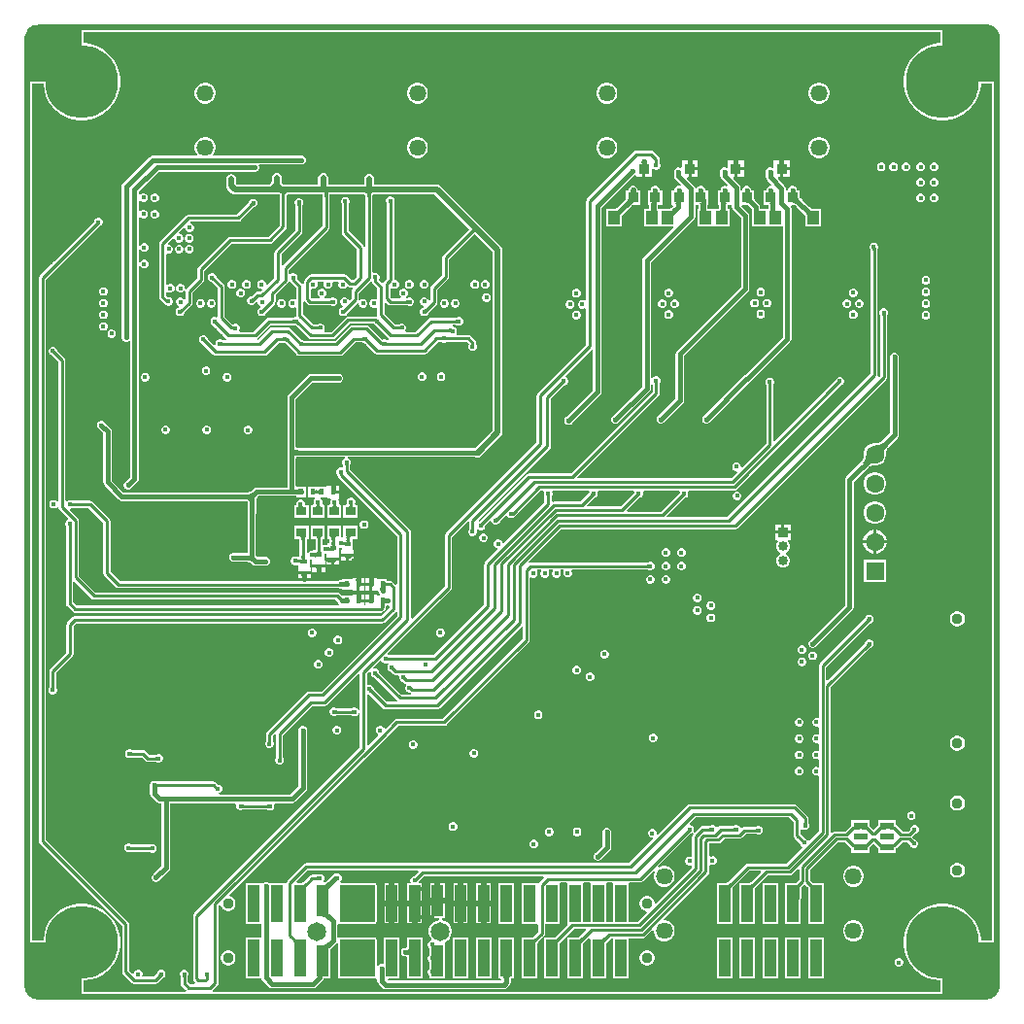
<source format=gbr>
G04*
G04 #@! TF.GenerationSoftware,Altium Limited,Altium Designer,24.1.2 (44)*
G04*
G04 Layer_Physical_Order=4*
G04 Layer_Color=16711680*
%FSLAX44Y44*%
%MOMM*%
G71*
G04*
G04 #@! TF.SameCoordinates,594C4E7E-5880-4872-9B90-1EBF5E6123A4*
G04*
G04*
G04 #@! TF.FilePolarity,Positive*
G04*
G01*
G75*
%ADD15C,0.2540*%
%ADD16C,0.5080*%
%ADD20C,0.3810*%
%ADD46R,0.4500X0.6000*%
%ADD50R,0.9000X0.8000*%
%ADD51R,0.6000X0.4500*%
%ADD55R,0.9000X0.9500*%
%ADD140R,4.5759X4.5772*%
%ADD141R,4.5898X4.6031*%
%ADD142R,4.5498X4.5450*%
%ADD143R,4.5846X4.5929*%
%ADD144C,1.4580*%
%ADD145C,0.9500*%
%ADD146C,1.6510*%
%ADD147C,1.0000*%
%ADD148C,6.3500*%
%ADD149R,0.8500X0.8500*%
%ADD150C,0.8500*%
%ADD151R,1.6000X1.6000*%
%ADD152C,1.6000*%
%ADD153C,0.4000*%
%ADD156R,3.0226X3.2154*%
%ADD157R,3.0251X3.2004*%
%ADD159R,1.2000X0.6000*%
%ADD160R,1.0000X3.2000*%
%ADD161R,1.0000X2.8000*%
%ADD162R,1.0000X1.2000*%
%ADD163C,0.2200*%
G36*
X798187Y833528D02*
X797361D01*
X792149Y832702D01*
X787130Y831072D01*
X782428Y828676D01*
X778158Y825574D01*
X774426Y821842D01*
X771324Y817572D01*
X768928Y812870D01*
X767298Y807851D01*
X766472Y802639D01*
Y797361D01*
X767298Y792149D01*
X768928Y787130D01*
X771324Y782428D01*
X774426Y778158D01*
X778158Y774426D01*
X782428Y771324D01*
X787130Y768928D01*
X792149Y767298D01*
X797361Y766472D01*
X802639D01*
X807851Y767298D01*
X812870Y768928D01*
X817572Y771324D01*
X821842Y774426D01*
X825574Y778158D01*
X828676Y782428D01*
X831072Y787130D01*
X832702Y792149D01*
X833528Y797361D01*
Y798187D01*
X843140D01*
Y51813D01*
X833528D01*
Y52639D01*
X832702Y57851D01*
X831072Y62870D01*
X828676Y67572D01*
X825574Y71842D01*
X821842Y75574D01*
X817572Y78676D01*
X812870Y81072D01*
X807851Y82703D01*
X802639Y83528D01*
X797361D01*
X792149Y82703D01*
X787130Y81072D01*
X782428Y78676D01*
X778158Y75574D01*
X774426Y71842D01*
X771324Y67572D01*
X768928Y62870D01*
X767298Y57851D01*
X766472Y52639D01*
Y47361D01*
X767298Y42149D01*
X768928Y37130D01*
X771324Y32427D01*
X774426Y28158D01*
X778158Y24426D01*
X782428Y21324D01*
X787130Y18928D01*
X792149Y17298D01*
X797361Y16472D01*
X798187D01*
Y6921D01*
X164456D01*
X164077Y8171D01*
X164145Y8217D01*
X168385Y12457D01*
X169059Y13465D01*
X169296Y14654D01*
Y81614D01*
X169955Y82142D01*
X171301Y81714D01*
X171417Y81280D01*
X172276Y79792D01*
X173492Y78576D01*
X174980Y77717D01*
X176641Y77272D01*
X178359D01*
X180020Y77717D01*
X181508Y78576D01*
X182724Y79792D01*
X183583Y81280D01*
X184028Y82941D01*
Y84659D01*
X183583Y86320D01*
X182724Y87808D01*
X181508Y89024D01*
X180020Y89883D01*
X178993Y90158D01*
X178590Y91523D01*
X314947Y227880D01*
X314947Y227880D01*
X324190Y237123D01*
X324190Y237123D01*
X325799Y238732D01*
X365744D01*
X366933Y238969D01*
X367941Y239642D01*
X439500Y311201D01*
X440174Y312210D01*
X440410Y313399D01*
Y367296D01*
X441660Y367862D01*
X442737Y367416D01*
X444240D01*
X445629Y367991D01*
X446692Y369054D01*
X447267Y370443D01*
Y371945D01*
X446692Y373334D01*
X446555Y373471D01*
X447072Y374721D01*
X450065D01*
X450583Y373471D01*
X450446Y373334D01*
X449871Y371945D01*
Y370443D01*
X450446Y369054D01*
X451509Y367991D01*
X452897Y367416D01*
X454400D01*
X455789Y367991D01*
X456852Y369054D01*
X457427Y370443D01*
Y371945D01*
X456852Y373334D01*
X456715Y373471D01*
X457232Y374721D01*
X460225D01*
X460743Y373471D01*
X460606Y373334D01*
X460031Y371945D01*
Y370443D01*
X460606Y369054D01*
X461669Y367991D01*
X463057Y367416D01*
X464560D01*
X465949Y367991D01*
X467012Y369054D01*
X467587Y370443D01*
Y371945D01*
X467012Y373334D01*
X466875Y373471D01*
X467392Y374721D01*
X469599D01*
X470141Y373471D01*
X469678Y372354D01*
Y370850D01*
X470253Y369462D01*
X471316Y368399D01*
X472705Y367824D01*
X474207D01*
X475596Y368399D01*
X476659Y369462D01*
X477234Y370850D01*
Y372354D01*
X476771Y373471D01*
X477313Y374721D01*
X543207D01*
X543302Y374626D01*
X544691Y374051D01*
X546194D01*
X547583Y374626D01*
X548645Y375689D01*
X549220Y377077D01*
Y378580D01*
X548645Y379969D01*
X547583Y381032D01*
X546194Y381607D01*
X544691D01*
X543302Y381032D01*
X543207Y380937D01*
X441255D01*
X440141Y380715D01*
X440064Y380769D01*
X439603Y381945D01*
X467554Y409896D01*
X619267D01*
X620456Y410133D01*
X621465Y410807D01*
X751027Y540369D01*
X751701Y541377D01*
X751937Y542567D01*
Y596425D01*
X752033Y596520D01*
X752608Y597909D01*
Y599412D01*
X752033Y600801D01*
X750970Y601863D01*
X749581Y602438D01*
X748078D01*
X746690Y601863D01*
X745627Y600801D01*
X745052Y599412D01*
Y597909D01*
X745627Y596520D01*
X745722Y596425D01*
Y543854D01*
X744670Y542802D01*
X743323Y543094D01*
X743267Y543167D01*
X743484Y544254D01*
Y653989D01*
X743934Y655077D01*
Y656580D01*
X743359Y657968D01*
X742296Y659031D01*
X740908Y659606D01*
X739405D01*
X738016Y659031D01*
X736953Y657968D01*
X736378Y656580D01*
Y655077D01*
X736953Y653688D01*
X737268Y653373D01*
Y545542D01*
X612156Y420430D01*
X560238D01*
X559759Y421585D01*
X575404Y437229D01*
X575539D01*
X576927Y437805D01*
X577990Y438867D01*
X578565Y440256D01*
Y441759D01*
X578301Y442398D01*
X579123Y443648D01*
X618579D01*
X619769Y443884D01*
X620777Y444558D01*
X711250Y535031D01*
X711385D01*
X712773Y535606D01*
X713836Y536669D01*
X714411Y538058D01*
Y539561D01*
X713836Y540949D01*
X712773Y542012D01*
X711385Y542587D01*
X709882D01*
X708493Y542012D01*
X707430Y540949D01*
X706855Y539561D01*
Y539426D01*
X653746Y486317D01*
X652591Y486796D01*
Y535916D01*
X652686Y536011D01*
X653262Y537400D01*
Y538903D01*
X652686Y540291D01*
X651624Y541354D01*
X650235Y541929D01*
X648732D01*
X647344Y541354D01*
X646281Y540291D01*
X645706Y538903D01*
Y537400D01*
X646281Y536011D01*
X646376Y535916D01*
Y484660D01*
X625539Y463823D01*
X624289Y464341D01*
Y465178D01*
X623713Y466567D01*
X622651Y467629D01*
X621262Y468205D01*
X619759D01*
X618371Y467629D01*
X617308Y466567D01*
X616733Y465178D01*
Y463675D01*
X617308Y462287D01*
X618371Y461224D01*
X619759Y460649D01*
X620596D01*
X621114Y459399D01*
X615897Y454181D01*
X482454D01*
X481975Y455336D01*
X552583Y525944D01*
X553257Y526952D01*
X553493Y528141D01*
Y537273D01*
X553588Y537368D01*
X554164Y538756D01*
Y540259D01*
X553588Y541648D01*
X552526Y542711D01*
X551137Y543286D01*
X549634D01*
X548246Y542711D01*
X547209Y541674D01*
X547063Y541678D01*
X545959Y541960D01*
Y642248D01*
X583482Y679771D01*
X584296Y680990D01*
X584582Y682427D01*
Y692426D01*
X587390D01*
X587441Y692301D01*
X587522Y691996D01*
X587592Y691576D01*
X587617Y691282D01*
Y689970D01*
X587593Y689458D01*
X587572Y689260D01*
X586915D01*
Y687481D01*
X586910Y687460D01*
X586915Y687438D01*
Y673704D01*
X599445D01*
X600471Y673704D01*
X601721Y673704D01*
X614251D01*
Y687437D01*
X614256Y687459D01*
X614251Y687480D01*
Y689260D01*
X612911D01*
X612896Y689303D01*
X612831Y689604D01*
X612749Y690413D01*
Y691282D01*
X612775Y691577D01*
X612844Y691996D01*
X612926Y692301D01*
X612976Y692426D01*
X616513D01*
Y690614D01*
X616799Y689177D01*
X617613Y687958D01*
X624387Y681184D01*
Y621061D01*
X568570Y565244D01*
X567756Y564026D01*
X567470Y562589D01*
Y523725D01*
X552571Y508826D01*
X552516Y508803D01*
X551453Y507740D01*
X550878Y506351D01*
Y504849D01*
X551453Y503460D01*
X552516Y502397D01*
X553904Y501822D01*
X555407D01*
X556796Y502397D01*
X557859Y503460D01*
X557881Y503515D01*
X573880Y519514D01*
X574694Y520732D01*
X574980Y522169D01*
Y561034D01*
X630797Y616851D01*
X631611Y618069D01*
X631897Y619506D01*
Y682740D01*
X631611Y684177D01*
X630797Y685395D01*
X625016Y691176D01*
X625534Y692426D01*
X630134D01*
X630194Y692392D01*
X630680Y692051D01*
X631791Y691109D01*
X633663Y689237D01*
Y684577D01*
X633735Y684214D01*
Y673704D01*
X646266D01*
X647291Y673704D01*
X648541Y673704D01*
X661008D01*
Y577419D01*
X627779Y544190D01*
X626680Y543455D01*
X592151Y508926D01*
X592095Y508903D01*
X591033Y507840D01*
X590457Y506452D01*
Y504949D01*
X591033Y503560D01*
X592095Y502497D01*
X593484Y501922D01*
X594987D01*
X596376Y502497D01*
X597438Y503560D01*
X597461Y503615D01*
X631256Y537410D01*
X632355Y538145D01*
X667419Y573208D01*
X668232Y574426D01*
X668518Y575863D01*
Y689124D01*
X668232Y690561D01*
X667822Y691176D01*
X668490Y692426D01*
X671425D01*
X671748Y692197D01*
X672934Y691182D01*
X679046Y685069D01*
X679672Y684395D01*
X680126Y683828D01*
X680475Y683327D01*
X680556Y683186D01*
Y673704D01*
X694112D01*
Y689260D01*
X685786D01*
X685314Y689591D01*
X684182Y690555D01*
X678083Y696654D01*
X676810Y698102D01*
X676296Y698779D01*
X675904Y699371D01*
X675670Y699804D01*
Y705482D01*
X673170D01*
Y706211D01*
X672595Y707600D01*
X671532Y708663D01*
X670144Y709238D01*
X668641D01*
X667252Y708663D01*
X666189Y707600D01*
X665614Y706211D01*
Y705482D01*
X663399D01*
Y707055D01*
X663113Y708492D01*
X662299Y709710D01*
X656501Y715509D01*
X656979Y716664D01*
X658622D01*
Y723954D01*
Y728673D01*
X657172D01*
X657286Y728699D01*
X657387Y728774D01*
X657477Y728899D01*
X657554Y729074D01*
X657620Y729299D01*
X657674Y729574D01*
X657716Y729900D01*
X657763Y730700D01*
X657769Y731176D01*
X658622D01*
Y731244D01*
X652852D01*
Y725473D01*
X651602Y724762D01*
X650774Y725105D01*
X649271D01*
X647882Y724530D01*
X646819Y723467D01*
X646244Y722078D01*
Y720575D01*
X646303Y720433D01*
Y716641D01*
X646589Y715204D01*
X647403Y713986D01*
X650901Y710488D01*
X650383Y709238D01*
X649641D01*
X648252Y708663D01*
X647189Y707600D01*
X646614Y706211D01*
Y705482D01*
X644114D01*
Y692426D01*
X648206D01*
X648257Y692301D01*
X648338Y691996D01*
X648408Y691577D01*
X648434Y691282D01*
Y690154D01*
X648399Y689603D01*
X647370Y689284D01*
X647253Y689260D01*
X646266Y689260D01*
X641270D01*
X641236Y689408D01*
X641184Y689778D01*
X641173Y689916D01*
Y690792D01*
X640888Y692230D01*
X640074Y693448D01*
X637285Y696236D01*
X636642Y696928D01*
X636179Y697505D01*
X635825Y698011D01*
X635792Y698068D01*
Y705482D01*
X633292D01*
Y706211D01*
X632717Y707600D01*
X631654Y708663D01*
X630266Y709238D01*
X628763D01*
X627374Y708663D01*
X626311Y707600D01*
X625736Y706211D01*
Y705482D01*
X624023D01*
Y707731D01*
X623737Y709169D01*
X622923Y710387D01*
X617801Y715509D01*
X618279Y716664D01*
X618744D01*
Y723954D01*
Y728673D01*
X617748D01*
X617775Y728694D01*
X617800Y728755D01*
X617821Y728858D01*
X617840Y729001D01*
X617868Y729411D01*
X617891Y730722D01*
X618744D01*
Y731244D01*
X612974D01*
Y725679D01*
X611724Y724971D01*
X610891Y725316D01*
X609388D01*
X607999Y724741D01*
X606937Y723678D01*
X606362Y722289D01*
Y720786D01*
X606421Y720643D01*
Y717824D01*
X606707Y716387D01*
X607521Y715168D01*
X612687Y710002D01*
X611978Y708943D01*
X611265Y709238D01*
X609762D01*
X608374Y708663D01*
X607311Y707600D01*
X606736Y706211D01*
Y705482D01*
X604236D01*
Y694249D01*
X604232Y694226D01*
X604236Y694205D01*
Y692426D01*
X605154D01*
X605191Y692173D01*
X605238Y691479D01*
Y690416D01*
X604982Y689260D01*
X600695Y689260D01*
X599445Y689260D01*
X595355D01*
X595305Y689385D01*
X595223Y689690D01*
X595154Y690109D01*
X595128Y690404D01*
Y691960D01*
X595158Y692426D01*
X595660D01*
Y694126D01*
X595661Y694132D01*
X595660Y694142D01*
Y694204D01*
X595664Y694226D01*
X595660Y694248D01*
Y705482D01*
X593160D01*
Y706211D01*
X592585Y707600D01*
X591522Y708663D01*
X590134Y709238D01*
X588630D01*
X587242Y708663D01*
X586179Y707600D01*
X585832Y706762D01*
X584655Y706931D01*
X584573Y706988D01*
X584296Y708378D01*
X583482Y709596D01*
X577569Y715509D01*
X578048Y716664D01*
X578612D01*
Y723954D01*
Y728673D01*
X577616D01*
X577643Y728694D01*
X577668Y728755D01*
X577689Y728858D01*
X577708Y729001D01*
X577736Y729411D01*
X577759Y730722D01*
X578612D01*
Y731244D01*
X572842D01*
Y725644D01*
X571592Y724903D01*
X570814Y725225D01*
X569311D01*
X567923Y724650D01*
X566860Y723587D01*
X566285Y722199D01*
Y720696D01*
X566344Y720553D01*
Y717669D01*
X566630Y716232D01*
X567444Y715014D01*
X572385Y710073D01*
X571676Y709013D01*
X571133Y709238D01*
X569631D01*
X568242Y708663D01*
X567179Y707600D01*
X566604Y706211D01*
Y705482D01*
X564104D01*
Y692426D01*
X564518D01*
X565036Y691176D01*
X564573Y690713D01*
X563839Y690028D01*
X563235Y689538D01*
X562840Y689260D01*
X554900D01*
X553875Y689260D01*
X552291Y689260D01*
X551943Y690426D01*
Y691282D01*
X551969Y691577D01*
X552038Y691997D01*
X552120Y692301D01*
X552171Y692426D01*
X555782D01*
Y705482D01*
X553282D01*
Y706211D01*
X552707Y707600D01*
X551644Y708663D01*
X550256Y709238D01*
X548753D01*
X547364Y708663D01*
X546301Y707600D01*
X545726Y706211D01*
Y705482D01*
X543226D01*
Y694249D01*
X543222Y694227D01*
X543226Y694205D01*
Y692426D01*
X544319D01*
X544371Y692136D01*
X544433Y691377D01*
Y690404D01*
X544407Y690109D01*
X544338Y689689D01*
X544256Y689385D01*
X544205Y689260D01*
X540094D01*
Y673704D01*
X552625D01*
X553650Y673704D01*
X554900Y673704D01*
X565160D01*
X565639Y672549D01*
X539549Y646459D01*
X538735Y645241D01*
X538449Y643804D01*
Y534233D01*
X512991Y508775D01*
X512936Y508752D01*
X511873Y507690D01*
X511298Y506301D01*
Y504798D01*
X511873Y503410D01*
X512936Y502347D01*
X514324Y501772D01*
X515827D01*
X517216Y502347D01*
X518279Y503410D01*
X518302Y503465D01*
X544859Y530022D01*
X545673Y531241D01*
X545959Y532678D01*
Y535544D01*
X547209Y536156D01*
X547278Y536102D01*
Y529429D01*
X476349Y458499D01*
X439543D01*
X438354Y458263D01*
X437346Y457589D01*
X396610Y416853D01*
X396424Y416830D01*
X395843Y418016D01*
X458012Y480185D01*
X458685Y481193D01*
X458922Y482383D01*
Y523666D01*
X470459Y535204D01*
X470593D01*
X471982Y535779D01*
X473045Y536842D01*
X473620Y538230D01*
Y539733D01*
X473045Y541122D01*
X471982Y542184D01*
X471620Y542334D01*
X471327Y543809D01*
X494172Y566654D01*
X495422Y566136D01*
Y531037D01*
X472105Y507720D01*
X472050Y507698D01*
X470987Y506635D01*
X470412Y505246D01*
Y503743D01*
X470987Y502355D01*
X472050Y501292D01*
X473439Y500717D01*
X474941D01*
X476330Y501292D01*
X477393Y502355D01*
X477416Y502410D01*
X501833Y526827D01*
X502647Y528045D01*
X502933Y529482D01*
Y689702D01*
X531714Y718484D01*
X532964Y717966D01*
Y716664D01*
X538734D01*
Y723954D01*
X541274D01*
Y716664D01*
X547044D01*
Y723531D01*
X548294Y724049D01*
X548452Y723891D01*
X549841Y723315D01*
X551344D01*
X552733Y723891D01*
X553795Y724953D01*
X554371Y726342D01*
Y727845D01*
X553795Y729233D01*
X553421Y729608D01*
Y732387D01*
X553184Y733576D01*
X552511Y734584D01*
X548298Y738798D01*
X547289Y739471D01*
X546100Y739708D01*
X533300D01*
X532111Y739471D01*
X531103Y738798D01*
X490380Y698075D01*
X489706Y697066D01*
X489470Y695877D01*
Y609845D01*
X488309Y609239D01*
X486920Y609814D01*
X485417D01*
X484029Y609239D01*
X482966Y608176D01*
X482391Y606787D01*
Y605284D01*
X482966Y603896D01*
X484029Y602833D01*
X485417Y602258D01*
X486920D01*
X488309Y602833D01*
X489470Y602226D01*
Y570741D01*
X447383Y528654D01*
X446709Y527646D01*
X446472Y526456D01*
Y485852D01*
X367304Y406683D01*
X366630Y405675D01*
X366393Y404486D01*
Y360327D01*
X338177Y332111D01*
X336927Y332629D01*
Y407618D01*
X336690Y408807D01*
X336016Y409815D01*
X283692Y462139D01*
Y466061D01*
X283787Y466156D01*
X284362Y467545D01*
Y469048D01*
X283787Y470436D01*
X282724Y471499D01*
X281975Y471810D01*
X282223Y473060D01*
X392926D01*
X393394Y472747D01*
X395078Y472412D01*
X396763Y472747D01*
X398191Y473702D01*
X415355Y490865D01*
X416310Y492294D01*
X416645Y493978D01*
Y653288D01*
X416310Y654973D01*
X415355Y656401D01*
X396813Y674943D01*
X362523Y709233D01*
X361095Y710188D01*
X359410Y710523D01*
X304696D01*
Y715142D01*
X304361Y716826D01*
X303407Y718255D01*
X301979Y719209D01*
X300294Y719544D01*
X298609Y719209D01*
X297181Y718255D01*
X296226Y716826D01*
X295891Y715142D01*
Y710523D01*
X264695D01*
Y715898D01*
X264360Y717583D01*
X263406Y719012D01*
X263370Y719047D01*
X261942Y720002D01*
X260257Y720337D01*
X258572Y720002D01*
X257144Y719047D01*
X256190Y717619D01*
X255854Y715934D01*
X255890Y715754D01*
Y710523D01*
X225176D01*
X225071Y710553D01*
X224950Y710618D01*
X224836Y710717D01*
X224702Y710894D01*
X224553Y711189D01*
X224409Y711621D01*
X224291Y712194D01*
X224235Y712706D01*
Y716000D01*
X223900Y717684D01*
X222945Y719113D01*
X221517Y720067D01*
X219832Y720402D01*
X218147Y720067D01*
X216719Y719113D01*
X215765Y717684D01*
X215429Y716000D01*
Y712939D01*
X215327Y712358D01*
X215165Y711871D01*
X214966Y711502D01*
X214734Y711218D01*
X214450Y710986D01*
X214081Y710788D01*
X213594Y710625D01*
X213013Y710523D01*
X185139D01*
X184743Y710919D01*
Y715010D01*
X184408Y716695D01*
X183453Y718123D01*
X182025Y719078D01*
X180340Y719413D01*
X178655Y719078D01*
X177227Y718123D01*
X176273Y716695D01*
X175937Y715010D01*
Y709096D01*
X176273Y707411D01*
X177227Y705983D01*
X180203Y703007D01*
X181631Y702053D01*
X183316Y701717D01*
X220819D01*
X221159Y701683D01*
X221643Y701590D01*
X222000Y701479D01*
X222228Y701372D01*
X222324Y701305D01*
X222409Y700024D01*
Y674782D01*
X212404Y664778D01*
X179070D01*
X177881Y664541D01*
X176873Y663867D01*
X151473Y638467D01*
X150799Y637459D01*
X150562Y636270D01*
Y628667D01*
X141313Y619417D01*
X141010Y618965D01*
X139849Y619477D01*
Y620682D01*
X139274Y622070D01*
X138211Y623133D01*
X136822Y623708D01*
X135319D01*
X133931Y623133D01*
X132868Y622070D01*
X132293Y620682D01*
Y619179D01*
X132868Y617790D01*
X133931Y616727D01*
X135319Y616152D01*
X136822D01*
X138211Y616727D01*
X139233Y617750D01*
X139329Y617750D01*
X140406Y617238D01*
X140402Y617220D01*
Y610830D01*
X139828Y610557D01*
X139152Y610447D01*
X138233Y611366D01*
X136845Y611941D01*
X135342D01*
X133953Y611366D01*
X132890Y610304D01*
X132315Y608915D01*
Y607412D01*
X132890Y606023D01*
X133953Y604961D01*
X134701Y604651D01*
X134779Y604334D01*
X134767Y603084D01*
X133379Y602508D01*
X132316Y601446D01*
X131741Y600057D01*
Y598554D01*
X132316Y597165D01*
X133379Y596103D01*
X134768Y595528D01*
X136270D01*
X137659Y596103D01*
X138722Y597165D01*
X139297Y598554D01*
Y598689D01*
X145708Y605099D01*
X146381Y606107D01*
X146618Y607297D01*
Y615933D01*
X155868Y625182D01*
X156541Y626191D01*
X156778Y627380D01*
Y634983D01*
X180357Y658562D01*
X213692D01*
X214881Y658799D01*
X215889Y659473D01*
X227714Y671297D01*
X228387Y672306D01*
X228624Y673495D01*
Y700329D01*
X228653Y701170D01*
X228699Y701214D01*
X228877Y701322D01*
X229196Y701453D01*
X229661Y701578D01*
X230266Y701679D01*
X230705Y701717D01*
X259670D01*
X259782Y700024D01*
Y674222D01*
X225147Y639587D01*
X225085Y639588D01*
X223897Y639973D01*
Y649483D01*
X241465Y667052D01*
X242139Y668060D01*
X242376Y669249D01*
Y692455D01*
X242471Y692550D01*
X243046Y693939D01*
Y695442D01*
X242471Y696830D01*
X241408Y697893D01*
X240019Y698468D01*
X238517D01*
X237128Y697893D01*
X236065Y696830D01*
X235490Y695442D01*
Y693939D01*
X236065Y692550D01*
X236160Y692455D01*
Y670537D01*
X218592Y652968D01*
X217918Y651960D01*
X217682Y650771D01*
Y628861D01*
X211694Y622873D01*
X210444Y623391D01*
Y623918D01*
X209869Y625307D01*
X208806Y626370D01*
X207417Y626945D01*
X205914D01*
X204526Y626370D01*
X203463Y625307D01*
X202888Y623918D01*
Y622415D01*
X203463Y621027D01*
X204526Y619964D01*
X205914Y619389D01*
X206442D01*
X206959Y618139D01*
X205558Y616737D01*
X202769D01*
X201580Y616501D01*
X200572Y615827D01*
X197584Y612839D01*
X197055D01*
X195666Y612264D01*
X194604Y611201D01*
X194028Y609813D01*
Y608310D01*
X194604Y606921D01*
X195666Y605858D01*
X197055Y605283D01*
X198558D01*
X199946Y605858D01*
X201009Y606921D01*
X201258Y607522D01*
X201974Y607895D01*
X202856Y607554D01*
X203283Y607269D01*
X203799Y606023D01*
X204862Y604961D01*
X205842Y604555D01*
X205927Y604301D01*
X206005Y603084D01*
X204616Y602508D01*
X203553Y601446D01*
X202978Y600057D01*
Y598554D01*
X203553Y597165D01*
X204616Y596103D01*
X206005Y595528D01*
X207507D01*
X208896Y596103D01*
X209959Y597165D01*
X210534Y598554D01*
Y598689D01*
X217962Y606116D01*
X218635Y607124D01*
X218872Y608314D01*
Y613707D01*
X229527Y624363D01*
X230201Y625371D01*
X230258Y625659D01*
X231567Y625832D01*
X232005Y625178D01*
X236732Y620451D01*
Y610741D01*
X235482Y610153D01*
X234442Y610584D01*
X232939D01*
X231550Y610009D01*
X230487Y608946D01*
X229912Y607557D01*
Y606054D01*
X230487Y604666D01*
X231550Y603603D01*
X232939Y603028D01*
X234442D01*
X235482Y603459D01*
X236732Y602871D01*
Y596084D01*
X236742Y596031D01*
X235868Y594781D01*
X234480Y594206D01*
X234384Y594111D01*
X213192D01*
X212002Y593874D01*
X210994Y593200D01*
X199708Y581914D01*
X187536D01*
X186983Y583129D01*
X187558Y584518D01*
Y586021D01*
X186983Y587409D01*
X185921Y588472D01*
X184532Y589047D01*
X183029D01*
X181860Y588563D01*
X181817Y588560D01*
X181252D01*
X174498Y595314D01*
Y621370D01*
X174262Y622559D01*
X173588Y623567D01*
X167206Y629950D01*
Y630084D01*
X166630Y631473D01*
X165568Y632536D01*
X164179Y633111D01*
X162676D01*
X161287Y632536D01*
X160225Y631473D01*
X159649Y630084D01*
Y628581D01*
X160225Y627193D01*
X161287Y626130D01*
X162676Y625555D01*
X162811D01*
X168283Y620082D01*
Y595435D01*
X167033Y594600D01*
X166597Y594781D01*
X165094D01*
X163705Y594206D01*
X162642Y593143D01*
X162067Y591754D01*
Y590252D01*
X162642Y588863D01*
X163705Y587800D01*
X164455Y587490D01*
X175336Y576609D01*
X176281Y575977D01*
X176297Y575884D01*
X175799Y574727D01*
X172386D01*
X172290Y574822D01*
X170902Y575397D01*
X169399D01*
X168010Y574822D01*
X166948Y573759D01*
X166372Y572371D01*
Y570885D01*
X166322Y570836D01*
X165301Y570189D01*
X159532Y575958D01*
Y576092D01*
X158956Y577481D01*
X157894Y578544D01*
X156505Y579119D01*
X155002D01*
X153614Y578544D01*
X152551Y577481D01*
X151976Y576092D01*
Y574590D01*
X152551Y573201D01*
X153614Y572138D01*
X155002Y571563D01*
X155137D01*
X164411Y562288D01*
X165420Y561615D01*
X166609Y561378D01*
X209297D01*
X210486Y561615D01*
X211494Y562288D01*
X221701Y572495D01*
X224275D01*
X224371Y572399D01*
X225759Y571824D01*
X227220D01*
X237190Y561854D01*
X238198Y561181D01*
X239387Y560944D01*
X275342D01*
X276531Y561181D01*
X277539Y561854D01*
X288403Y572719D01*
X294782D01*
X294877Y572624D01*
X296265Y572048D01*
X296400D01*
X305253Y563195D01*
X306262Y562521D01*
X307451Y562285D01*
X348428D01*
X349617Y562521D01*
X350625Y563195D01*
X360390Y572959D01*
X363493D01*
X363588Y572864D01*
X364977Y572289D01*
X366479D01*
X367868Y572864D01*
X367963Y572959D01*
X385686D01*
X387403Y571243D01*
Y571124D01*
X387308Y571029D01*
X386732Y569640D01*
Y568137D01*
X387308Y566749D01*
X388370Y565686D01*
X389759Y565111D01*
X391262D01*
X392650Y565686D01*
X393713Y566749D01*
X394288Y568137D01*
Y569640D01*
X393713Y571029D01*
X393618Y571124D01*
Y572530D01*
X393382Y573719D01*
X392708Y574728D01*
X389171Y578264D01*
X388163Y578938D01*
X386974Y579175D01*
X376768D01*
X376250Y580425D01*
X376409Y580584D01*
X376984Y581972D01*
Y583475D01*
X376409Y584864D01*
X375346Y585927D01*
X373958Y586502D01*
X373181D01*
X372995Y586650D01*
X373430Y587900D01*
X376197D01*
X376292Y587804D01*
X377681Y587229D01*
X379184D01*
X380572Y587804D01*
X381635Y588867D01*
X382210Y590256D01*
Y591759D01*
X381635Y593147D01*
X380572Y594210D01*
X379184Y594785D01*
X377681D01*
X376292Y594210D01*
X376197Y594115D01*
X354238D01*
X353049Y593879D01*
X352041Y593205D01*
X340755Y581918D01*
X332489D01*
X331971Y583168D01*
X332133Y583330D01*
X332708Y584719D01*
Y586222D01*
X332133Y587610D01*
X331070Y588673D01*
X329682Y589248D01*
X328178D01*
X326790Y588673D01*
X326695Y588578D01*
X323105D01*
X313709Y597974D01*
Y607216D01*
X314864Y607695D01*
X316647Y605911D01*
X317656Y605237D01*
X318845Y605001D01*
X333590D01*
X333629Y604961D01*
X335018Y604385D01*
X336521D01*
X337910Y604961D01*
X338972Y606023D01*
X339548Y607412D01*
Y608915D01*
X338972Y610304D01*
X337910Y611366D01*
X336521Y611941D01*
X335018D01*
X333740Y611412D01*
X333419Y611424D01*
X333032Y611530D01*
X332747Y612900D01*
X333403Y613556D01*
X333978Y614944D01*
Y616447D01*
X333403Y617836D01*
X332340Y618899D01*
X330951Y619474D01*
X329449D01*
X328060Y618899D01*
X326997Y617836D01*
X326422Y616447D01*
Y614944D01*
X326997Y613556D01*
X328060Y612493D01*
X328125Y612466D01*
X327877Y611216D01*
X320132D01*
X319004Y612344D01*
Y619623D01*
X320254Y620141D01*
X320427Y619968D01*
X321816Y619393D01*
X323319D01*
X324707Y619968D01*
X325770Y621031D01*
X326345Y622420D01*
Y623923D01*
X325770Y625311D01*
X324707Y626374D01*
X323319Y626949D01*
X322492D01*
X322252Y627242D01*
Y694329D01*
X322741Y695509D01*
Y697012D01*
X322166Y698401D01*
X321103Y699464D01*
X319714Y700039D01*
X318211D01*
X316823Y699464D01*
X315760Y698401D01*
X315185Y697012D01*
Y695509D01*
X315760Y694121D01*
X316036Y693844D01*
Y628529D01*
X313699Y626191D01*
X313025Y625183D01*
X312940Y624754D01*
X311583Y624343D01*
X308920Y627006D01*
Y627121D01*
X309079Y627280D01*
X309654Y628669D01*
Y630172D01*
X309079Y631560D01*
X308016Y632623D01*
X306628Y633198D01*
X305125D01*
X304550Y632960D01*
X303299Y633795D01*
Y700329D01*
X303328Y701170D01*
X303375Y701214D01*
X303553Y701322D01*
X303872Y701453D01*
X304336Y701578D01*
X304942Y701679D01*
X305380Y701717D01*
X357586D01*
X387754Y671549D01*
X364976Y648771D01*
X364302Y647763D01*
X364066Y646574D01*
Y631351D01*
X354673Y621958D01*
X353999Y620949D01*
X353762Y619760D01*
Y609934D01*
X353368Y609643D01*
X351839Y610067D01*
X351667Y610482D01*
X350604Y611545D01*
X349216Y612121D01*
X347713D01*
X346324Y611545D01*
X345261Y610482D01*
X344686Y609094D01*
Y607591D01*
X345261Y606202D01*
X346324Y605140D01*
X347713Y604565D01*
X347784Y604334D01*
X347732Y603084D01*
X346343Y602508D01*
X345281Y601446D01*
X344706Y600057D01*
Y598554D01*
X345281Y597165D01*
X346343Y596103D01*
X347732Y595528D01*
X349235D01*
X350624Y596103D01*
X351686Y597165D01*
X352262Y598554D01*
Y598689D01*
X359067Y605494D01*
X359741Y606503D01*
X359978Y607692D01*
Y618473D01*
X369371Y627866D01*
X370045Y628874D01*
X370281Y630064D01*
Y645286D01*
X392149Y667154D01*
X407839Y651464D01*
Y495802D01*
X392607Y480570D01*
X237904D01*
X237540Y480634D01*
X237243Y480733D01*
X237039Y480843D01*
X236895Y480961D01*
X236778Y481104D01*
X236668Y481308D01*
X236569Y481605D01*
X236505Y481969D01*
Y494478D01*
X236528Y494533D01*
Y496036D01*
X236505Y496091D01*
Y523294D01*
X251057Y537846D01*
X273099D01*
X273154Y537823D01*
X274657D01*
X276045Y538398D01*
X277108Y539461D01*
X277683Y540850D01*
Y542353D01*
X277108Y543741D01*
X276045Y544804D01*
X274657Y545379D01*
X273154D01*
X273099Y545356D01*
X249501D01*
X248064Y545070D01*
X246846Y544257D01*
X230094Y527505D01*
X229280Y526287D01*
X228994Y524850D01*
Y496091D01*
X228972Y496036D01*
Y494533D01*
X228994Y494478D01*
Y476815D01*
Y446452D01*
X202485D01*
X201048Y446166D01*
X199830Y445352D01*
X198190Y443713D01*
X197825Y443421D01*
X197350Y443098D01*
X196861Y442820D01*
X196358Y442587D01*
X195837Y442396D01*
X195295Y442247D01*
X194730Y442139D01*
X194265Y442087D01*
X86415D01*
X76145Y452357D01*
Y495018D01*
X75859Y496455D01*
X75045Y497674D01*
X70061Y502658D01*
X70038Y502713D01*
X68976Y503775D01*
X67587Y504351D01*
X66084D01*
X64696Y503775D01*
X63633Y502713D01*
X63058Y501324D01*
Y499821D01*
X63633Y498433D01*
X64696Y497370D01*
X64751Y497347D01*
X68635Y493463D01*
Y450801D01*
X68921Y449364D01*
X69735Y448146D01*
X82204Y435677D01*
X83422Y434863D01*
X84859Y434577D01*
X192966D01*
X193330Y434513D01*
X193626Y434414D01*
X193830Y434304D01*
X193974Y434186D01*
X194092Y434043D01*
X194202Y433839D01*
X194301Y433542D01*
X194365Y433178D01*
Y424987D01*
X194342Y424931D01*
Y424671D01*
X194202Y423965D01*
Y389122D01*
X182876D01*
X182821Y389145D01*
X181318D01*
X179930Y388570D01*
X178867Y387507D01*
X178292Y386119D01*
Y384616D01*
X178867Y383227D01*
X179930Y382164D01*
X181318Y381589D01*
X182821D01*
X182876Y381612D01*
X193806D01*
X194271Y381560D01*
X194836Y381452D01*
X195378Y381303D01*
X195899Y381112D01*
X196402Y380879D01*
X196891Y380602D01*
X197366Y380278D01*
X197731Y379986D01*
X198573Y379144D01*
X199792Y378330D01*
X201229Y378044D01*
X209352D01*
X209407Y378021D01*
X210910D01*
X212299Y378597D01*
X213361Y379659D01*
X213937Y381048D01*
Y382551D01*
X213361Y383940D01*
X212299Y385002D01*
X210910Y385577D01*
X209407D01*
X209352Y385555D01*
X202784D01*
X201712Y386627D01*
Y422980D01*
X201898Y423428D01*
Y424931D01*
X201875Y424987D01*
Y434477D01*
X201927Y434942D01*
X202034Y435507D01*
X202184Y436049D01*
X202375Y436570D01*
X202608Y437073D01*
X202885Y437562D01*
X203209Y438037D01*
X203501Y438403D01*
X204040Y438942D01*
X235618D01*
X235674Y438919D01*
X236393D01*
X236461Y438905D01*
X237337D01*
Y437794D01*
X245393D01*
Y447350D01*
X237337D01*
X236505Y448256D01*
Y471660D01*
X236569Y472025D01*
X236668Y472321D01*
X236778Y472525D01*
X236895Y472669D01*
X237039Y472787D01*
X237243Y472897D01*
X237540Y472995D01*
X237904Y473060D01*
X278945D01*
X279194Y471810D01*
X278444Y471499D01*
X277382Y470436D01*
X276806Y469048D01*
Y467545D01*
X277382Y466156D01*
X277477Y466061D01*
Y464173D01*
X276437Y463478D01*
X276341Y463518D01*
X274839D01*
X273450Y462943D01*
X272387Y461880D01*
X271812Y460491D01*
Y458988D01*
X272387Y457600D01*
X272757Y457231D01*
Y456878D01*
X272993Y455688D01*
X273667Y454680D01*
X324591Y403756D01*
Y362292D01*
X323341Y361774D01*
X320969Y364146D01*
X319961Y364819D01*
X318772Y365056D01*
X316296D01*
X316146Y365069D01*
X316114Y365074D01*
Y366726D01*
X308125D01*
X308058Y366726D01*
X306875Y366889D01*
Y367488D01*
X303355D01*
Y366900D01*
X303897D01*
X303975Y364887D01*
X303355D01*
Y361948D01*
Y356408D01*
X306875D01*
Y356408D01*
X308047Y356218D01*
X308307Y356004D01*
X308882Y354615D01*
X309945Y353553D01*
X310076Y353498D01*
X309827Y352248D01*
X308058D01*
Y352248D01*
X306875Y352411D01*
Y353010D01*
X303355D01*
Y352394D01*
X303943D01*
X303992Y350409D01*
X303355D01*
Y347470D01*
X302085D01*
Y346200D01*
X297295D01*
Y343468D01*
X295795D01*
Y346203D01*
X291005D01*
Y347473D01*
X289735D01*
Y350443D01*
X289005D01*
X289014Y350462D01*
X289022Y350521D01*
X289029Y350618D01*
X289051Y352024D01*
X289052Y352394D01*
X289735D01*
Y353013D01*
X286215D01*
Y352414D01*
X285032Y352251D01*
Y352251D01*
X276976D01*
X276976Y352251D01*
Y352251D01*
X275912Y352725D01*
X274649Y353988D01*
X273640Y354661D01*
X272451Y354898D01*
X61788D01*
X47590Y369095D01*
Y417569D01*
X47353Y418758D01*
X46680Y419766D01*
X39790Y426656D01*
X40308Y427906D01*
X40537D01*
X41926Y428481D01*
X42021Y428576D01*
X56079D01*
X68809Y415846D01*
Y371673D01*
X69046Y370483D01*
X69719Y369475D01*
X79614Y359580D01*
X80622Y358907D01*
X81812Y358670D01*
X273636D01*
X274839Y358172D01*
X276341D01*
X276976Y357173D01*
Y357173D01*
X284965D01*
X285032Y357173D01*
X286215Y357011D01*
Y356411D01*
X289735D01*
Y361951D01*
Y364921D01*
X288930D01*
X288944Y364941D01*
X288958Y365000D01*
X288969Y365099D01*
X288988Y365416D01*
X289007Y366903D01*
X289735D01*
Y367491D01*
X286215D01*
Y366892D01*
X285032Y366729D01*
X284965Y366729D01*
X276976D01*
Y366729D01*
X276341Y365728D01*
X274839D01*
X273450Y365153D01*
X273183Y364885D01*
X83099D01*
X75025Y372960D01*
Y417134D01*
X74788Y418323D01*
X74114Y419331D01*
X59564Y433881D01*
X58556Y434555D01*
X57366Y434792D01*
X42021D01*
X41926Y434887D01*
X40537Y435462D01*
X39034D01*
X37645Y434887D01*
X36974Y434215D01*
X35724Y434733D01*
Y557309D01*
X35487Y558499D01*
X34813Y559507D01*
X28553Y565768D01*
Y565902D01*
X27977Y567291D01*
X26915Y568354D01*
X25526Y568929D01*
X24023D01*
X22634Y568354D01*
X21572Y567291D01*
X20997Y565902D01*
Y564399D01*
X21572Y563011D01*
X22634Y561948D01*
X24023Y561373D01*
X24158D01*
X29508Y556022D01*
Y434756D01*
X28258Y434238D01*
X27618Y434879D01*
X26229Y435454D01*
X24726D01*
X23338Y434879D01*
X22275Y433816D01*
X21700Y432427D01*
Y430924D01*
X22275Y429536D01*
X23338Y428473D01*
X24726Y427898D01*
X26229D01*
X27618Y428473D01*
X28291Y429146D01*
X29632Y428814D01*
X29745Y428246D01*
X30419Y427237D01*
X38111Y419545D01*
X37817Y418071D01*
X37230Y417827D01*
X36167Y416764D01*
X35592Y415376D01*
Y413873D01*
X36167Y412484D01*
X36262Y412389D01*
Y345061D01*
X36499Y343871D01*
X37173Y342863D01*
X41873Y338162D01*
X42881Y337489D01*
X44071Y337252D01*
X310598D01*
X311787Y337489D01*
X312796Y338162D01*
X314284Y339650D01*
X314957Y340659D01*
X315194Y341848D01*
Y342617D01*
X315199Y342692D01*
X316114D01*
Y343745D01*
X316265D01*
X316300Y343752D01*
X317046D01*
X317381Y343891D01*
X318420Y343196D01*
Y341865D01*
X310525Y333970D01*
X43782D01*
X42593Y333733D01*
X41584Y333060D01*
X37443Y328918D01*
X36769Y327910D01*
X36532Y326721D01*
Y302520D01*
X22392Y288380D01*
X21719Y287371D01*
X21482Y286182D01*
Y272008D01*
X21387Y271913D01*
X20812Y270525D01*
Y269022D01*
X21387Y267633D01*
X22450Y266570D01*
X23839Y265995D01*
X25341D01*
X26730Y266570D01*
X27793Y267633D01*
X28368Y269022D01*
Y270525D01*
X27793Y271913D01*
X27698Y272008D01*
Y284895D01*
X41838Y299035D01*
X42511Y300043D01*
X42748Y301232D01*
Y325434D01*
X45069Y327755D01*
X311812D01*
X313002Y327991D01*
X314010Y328665D01*
X323341Y337996D01*
X324591Y337478D01*
Y334557D01*
X258631Y268597D01*
X247710D01*
X246520Y268361D01*
X245512Y267687D01*
X211331Y233506D01*
X210658Y232498D01*
X210421Y231309D01*
Y225126D01*
X210326Y225031D01*
X209751Y223642D01*
Y222139D01*
X210326Y220751D01*
X211389Y219688D01*
X212777Y219113D01*
X214280D01*
X215669Y219688D01*
X216732Y220751D01*
X217307Y222139D01*
Y223642D01*
X216732Y225031D01*
X216637Y225126D01*
Y230022D01*
X218046Y231432D01*
X219296Y230914D01*
Y210806D01*
X219201Y210711D01*
X218626Y209322D01*
Y207819D01*
X219201Y206431D01*
X220264Y205368D01*
X221653Y204793D01*
X223156D01*
X224544Y205368D01*
X225607Y206431D01*
X226182Y207819D01*
Y209322D01*
X225607Y210711D01*
X225512Y210806D01*
Y230521D01*
X250921Y255930D01*
X261671D01*
X262860Y256167D01*
X263868Y256840D01*
X291125Y284097D01*
X292375Y283580D01*
Y252182D01*
X291125Y251933D01*
X290736Y252874D01*
X289673Y253937D01*
X288284Y254512D01*
X286781D01*
X285393Y253937D01*
X285352Y253896D01*
X272142D01*
X271993Y254045D01*
X270604Y254620D01*
X269102D01*
X267713Y254045D01*
X266650Y252982D01*
X266075Y251594D01*
Y250091D01*
X266650Y248702D01*
X267713Y247639D01*
X269102Y247064D01*
X270604D01*
X271993Y247639D01*
X272034Y247680D01*
X285243D01*
X285393Y247531D01*
X286781Y246956D01*
X288284D01*
X289673Y247531D01*
X290736Y248594D01*
X291125Y249535D01*
X292375Y249286D01*
Y219812D01*
X147765Y75202D01*
X147092Y74193D01*
X146855Y73004D01*
Y18131D01*
X147092Y16941D01*
X147765Y15933D01*
X148927Y14772D01*
X148465Y13522D01*
X144289D01*
X142336Y15475D01*
Y20086D01*
X142431Y20182D01*
X143006Y21570D01*
Y23073D01*
X142431Y24462D01*
X141368Y25524D01*
X139980Y26100D01*
X138477D01*
X137088Y25524D01*
X136025Y24462D01*
X135450Y23073D01*
Y21570D01*
X136025Y20182D01*
X136120Y20086D01*
Y14188D01*
X136357Y12999D01*
X137031Y11990D01*
X140805Y8217D01*
X140873Y8171D01*
X140494Y6921D01*
X51813D01*
Y16472D01*
X52639D01*
X57851Y17298D01*
X62870Y18928D01*
X67572Y21324D01*
X71842Y24426D01*
X75574Y28158D01*
X78676Y32427D01*
X81072Y37130D01*
X82703Y42149D01*
X83528Y47361D01*
Y52639D01*
X82703Y57851D01*
X81072Y62870D01*
X78676Y67572D01*
X75574Y71842D01*
X71842Y75574D01*
X67572Y78676D01*
X62870Y81072D01*
X57851Y82703D01*
X52639Y83528D01*
X47361D01*
X42149Y82703D01*
X37130Y81072D01*
X32427Y78676D01*
X28158Y75574D01*
X24426Y71842D01*
X21324Y67572D01*
X18928Y62870D01*
X17298Y57851D01*
X16472Y52639D01*
Y51813D01*
X6920D01*
X6920Y713918D01*
X6948Y714060D01*
Y798187D01*
X16472D01*
Y797361D01*
X17298Y792149D01*
X18928Y787130D01*
X21324Y782428D01*
X24426Y778158D01*
X28158Y774426D01*
X32427Y771324D01*
X37130Y768928D01*
X42149Y767298D01*
X47361Y766472D01*
X52639D01*
X57851Y767298D01*
X62870Y768928D01*
X67572Y771324D01*
X71842Y774426D01*
X75574Y778158D01*
X78676Y782428D01*
X81072Y787130D01*
X82703Y792149D01*
X83528Y797361D01*
Y802639D01*
X82703Y807851D01*
X81072Y812870D01*
X78676Y817572D01*
X75574Y821842D01*
X71842Y825574D01*
X67572Y828676D01*
X62870Y831072D01*
X57851Y832702D01*
X52639Y833528D01*
X51813D01*
Y843056D01*
X64411D01*
X64441Y843062D01*
X798187D01*
Y833528D01*
D02*
G37*
G36*
X541693Y730332D02*
X541783Y728755D01*
X541807Y728694D01*
X541834Y728673D01*
X537738D01*
X537765Y728694D01*
X537790Y728755D01*
X537811Y728858D01*
X537830Y729001D01*
X537858Y729411D01*
X537881Y730722D01*
X541691D01*
X541693Y730332D01*
D02*
G37*
G36*
X551585Y729805D02*
X551632Y729107D01*
X551654Y728985D01*
X551679Y728884D01*
X551709Y728803D01*
X551742Y728743D01*
X551779Y728703D01*
X549007Y728312D01*
X549014Y728333D01*
X549020Y728377D01*
X549025Y728444D01*
X549042Y729125D01*
X549043Y729558D01*
X551583Y730031D01*
X551585Y729805D01*
D02*
G37*
G36*
X306542Y703580D02*
X305576Y703555D01*
X304713Y703478D01*
X303951Y703351D01*
X303291Y703174D01*
X302732Y702945D01*
X302274Y702666D01*
X301919Y702335D01*
X301665Y701954D01*
X301528Y701566D01*
X301467Y699787D01*
X301462Y698840D01*
X298922D01*
X298916Y699787D01*
X298785Y701765D01*
X298718Y701954D01*
X298465Y702335D01*
X298109Y702666D01*
X297652Y702945D01*
X297093Y703174D01*
X296432Y703351D01*
X295671Y703478D01*
X294807Y703555D01*
X293842Y703580D01*
X300192Y708660D01*
X306542Y703580D01*
D02*
G37*
G36*
X264587Y704175D02*
X264497Y703937D01*
X264418Y703610D01*
X264350Y703194D01*
X264244Y702097D01*
X264165Y699787D01*
X264160Y698840D01*
X261620D01*
X261615Y699787D01*
X261362Y703610D01*
X261283Y703937D01*
X261193Y704175D01*
X261093Y704325D01*
X264687D01*
X264587Y704175D01*
D02*
G37*
G36*
X222404Y712775D02*
X222498Y711911D01*
X222655Y711149D01*
X222875Y710489D01*
X223158Y709930D01*
X223504Y709473D01*
X223913Y709117D01*
X224384Y708863D01*
X224919Y708711D01*
X225516Y708660D01*
X231866Y703580D01*
X230901Y703555D01*
X230037Y703478D01*
X229275Y703351D01*
X228615Y703174D01*
X228056Y702945D01*
X227599Y702666D01*
X227243Y702335D01*
X226989Y701954D01*
X226852Y701566D01*
X226791Y699787D01*
X226786Y698840D01*
X224246D01*
X224241Y699787D01*
X224105Y701839D01*
X224070Y701954D01*
X223849Y702335D01*
X223540Y702666D01*
X223143Y702945D01*
X222657Y703174D01*
X222083Y703351D01*
X221421Y703478D01*
X220671Y703555D01*
X219832Y703580D01*
X212212Y708660D01*
X213177Y708711D01*
X214041Y708863D01*
X214803Y709117D01*
X215463Y709473D01*
X216022Y709930D01*
X216479Y710489D01*
X216835Y711149D01*
X217089Y711911D01*
X217241Y712775D01*
X217292Y713740D01*
X222372D01*
X222404Y712775D01*
D02*
G37*
G36*
X320473Y694937D02*
X320461Y694887D01*
X320450Y694815D01*
X320432Y694603D01*
X320415Y693913D01*
X320414Y693685D01*
X317874Y693383D01*
X317872Y693610D01*
X317830Y694308D01*
X317811Y694430D01*
X317788Y694532D01*
X317761Y694613D01*
X317732Y694672D01*
X317698Y694712D01*
X320487Y694966D01*
X320473Y694937D01*
D02*
G37*
G36*
X281010Y694245D02*
X280988Y694188D01*
X280968Y694109D01*
X280951Y694009D01*
X280925Y693746D01*
X280910Y693398D01*
X280905Y692965D01*
X278365D01*
X278363Y693192D01*
X278301Y694109D01*
X278281Y694188D01*
X278259Y694245D01*
X278235Y694281D01*
X281035D01*
X281010Y694245D01*
D02*
G37*
G36*
X240643Y693226D02*
X240621Y693168D01*
X240602Y693090D01*
X240585Y692990D01*
X240559Y692727D01*
X240543Y692378D01*
X240538Y691945D01*
X237998D01*
X237997Y692172D01*
X237934Y693090D01*
X237915Y693168D01*
X237893Y693226D01*
X237868Y693262D01*
X240668D01*
X240643Y693226D01*
D02*
G37*
G36*
X673691Y700586D02*
X673673Y700151D01*
X673777Y699648D01*
X674002Y699077D01*
X674348Y698438D01*
X674816Y697730D01*
X675406Y696954D01*
X676949Y695198D01*
X677903Y694218D01*
X675192Y691540D01*
X674348Y692357D01*
X672864Y693628D01*
X672224Y694082D01*
X671651Y694415D01*
X671146Y694627D01*
X670709Y694718D01*
X670339Y694688D01*
X670038Y694537D01*
X669803Y694265D01*
X673831Y700953D01*
X673691Y700586D01*
D02*
G37*
G36*
X633740Y699322D02*
X633635Y698974D01*
X633638Y698572D01*
X633749Y698115D01*
X633967Y697603D01*
X634294Y697037D01*
X634728Y696417D01*
X635270Y695741D01*
X636678Y694227D01*
X633976Y691540D01*
X633193Y692298D01*
X631788Y693488D01*
X631168Y693923D01*
X630602Y694249D01*
X630090Y694467D01*
X629633Y694578D01*
X629230Y694582D01*
X628882Y694477D01*
X628588Y694265D01*
X633953Y699615D01*
X633740Y699322D01*
D02*
G37*
G36*
X573100Y694230D02*
X572826Y694123D01*
X572585Y693946D01*
X572376Y693698D01*
X572199Y693379D01*
X572054Y692989D01*
X571941Y692528D01*
X571861Y691997D01*
X571813Y691394D01*
X571796Y690721D01*
X567986D01*
X567970Y691394D01*
X567922Y691997D01*
X567842Y692528D01*
X567729Y692989D01*
X567584Y693379D01*
X567407Y693698D01*
X567198Y693946D01*
X566957Y694123D01*
X566684Y694230D01*
X566378Y694265D01*
X573405D01*
X573100Y694230D01*
D02*
G37*
G36*
X654862Y694234D02*
X654716Y694196D01*
X654585Y694082D01*
X654470Y693892D01*
X654370Y693625D01*
X654286Y693282D01*
X654217Y692863D01*
X654163Y692368D01*
X654102Y691148D01*
X654100Y691020D01*
X654113Y690533D01*
X654170Y689882D01*
X654265Y689306D01*
X654399Y688808D01*
X654570Y688385D01*
X654780Y688040D01*
X655027Y687770D01*
X655313Y687577D01*
X655637Y687461D01*
X655999Y687421D01*
X649324Y687451D01*
X649507Y687490D01*
X649670Y687604D01*
X649814Y687794D01*
X649939Y688061D01*
X650044Y688404D01*
X650130Y688823D01*
X650198Y689318D01*
X650274Y690538D01*
X650277Y690706D01*
X650265Y691153D01*
X650208Y691804D01*
X650113Y692379D01*
X649979Y692878D01*
X649808Y693300D01*
X649598Y693646D01*
X649351Y693916D01*
X649065Y694109D01*
X648741Y694225D01*
X648379Y694265D01*
X654862Y694234D01*
D02*
G37*
G36*
X639338Y690153D02*
X639381Y689582D01*
X639453Y689077D01*
X639553Y688639D01*
X639682Y688268D01*
X639840Y687964D01*
X640027Y687728D01*
X640242Y687559D01*
X640487Y687456D01*
X640759Y687421D01*
X635544Y687451D01*
X635538Y687485D01*
X635533Y687585D01*
X635513Y690792D01*
X639323D01*
X639338Y690153D01*
D02*
G37*
G36*
X612442Y694225D02*
X612118Y694109D01*
X611832Y693916D01*
X611585Y693646D01*
X611375Y693300D01*
X611203Y692878D01*
X611070Y692380D01*
X610975Y691804D01*
X610918Y691153D01*
X610909Y690800D01*
X610914Y690538D01*
X611038Y689318D01*
X611146Y688823D01*
X611285Y688404D01*
X611455Y688061D01*
X611655Y687794D01*
X611887Y687604D01*
X612149Y687490D01*
X612443Y687451D01*
X605184Y687421D01*
X605546Y687461D01*
X605869Y687577D01*
X606155Y687770D01*
X606403Y688039D01*
X606612Y688385D01*
X606784Y688807D01*
X606917Y689306D01*
X607012Y689882D01*
X607070Y690533D01*
X607081Y690964D01*
X607078Y691148D01*
X606995Y692368D01*
X606922Y692863D01*
X606828Y693282D01*
X606713Y693625D01*
X606577Y693892D01*
X606420Y694082D01*
X606243Y694196D01*
X606045Y694234D01*
X612804Y694265D01*
X612442Y694225D01*
D02*
G37*
G36*
X593852Y694234D02*
X593742Y694196D01*
X593645Y694082D01*
X593559Y693892D01*
X593484Y693625D01*
X593421Y693282D01*
X593369Y692863D01*
X593301Y691796D01*
X593286Y690935D01*
X593297Y690533D01*
X593354Y689882D01*
X593449Y689307D01*
X593582Y688808D01*
X593754Y688386D01*
X593964Y688040D01*
X594211Y687770D01*
X594497Y687578D01*
X594821Y687461D01*
X595183Y687421D01*
X588723Y687451D01*
X588865Y687490D01*
X588991Y687604D01*
X589103Y687794D01*
X589200Y688061D01*
X589282Y688404D01*
X589348Y688823D01*
X589401Y689318D01*
X589460Y690538D01*
X589462Y690661D01*
X589449Y691152D01*
X589392Y691804D01*
X589296Y692379D01*
X589163Y692878D01*
X588991Y693300D01*
X588782Y693646D01*
X588534Y693915D01*
X588248Y694108D01*
X587925Y694225D01*
X587563Y694265D01*
X593852Y694234D01*
D02*
G37*
G36*
X551636Y694225D02*
X551312Y694109D01*
X551026Y693916D01*
X550779Y693646D01*
X550569Y693301D01*
X550398Y692878D01*
X550265Y692380D01*
X550169Y691804D01*
X550112Y691153D01*
X550103Y690826D01*
X550111Y690538D01*
X550163Y689890D01*
X550250Y689318D01*
X550373Y688823D01*
X550530Y688404D01*
X550723Y688061D01*
X550950Y687794D01*
X551212Y687604D01*
X551509Y687490D01*
X551842Y687451D01*
X544378Y687421D01*
X544740Y687461D01*
X545064Y687577D01*
X545350Y687770D01*
X545597Y688039D01*
X545807Y688385D01*
X545978Y688807D01*
X546112Y689306D01*
X546207Y689881D01*
X546264Y690533D01*
X546274Y690929D01*
X546270Y691148D01*
X546171Y692368D01*
X546083Y692863D01*
X545971Y693282D01*
X545834Y693625D01*
X545671Y693892D01*
X545484Y694082D01*
X545272Y694196D01*
X545034Y694234D01*
X551998Y694265D01*
X551636Y694225D01*
D02*
G37*
G36*
X569663Y687798D02*
X568695Y686803D01*
X566538Y684247D01*
X566068Y683537D01*
X565723Y682900D01*
X565503Y682333D01*
X565408Y681839D01*
X565438Y681415D01*
X565592Y681063D01*
X561234Y687421D01*
X561483Y687164D01*
X561796Y687024D01*
X562174Y687002D01*
X562616Y687098D01*
X563123Y687312D01*
X563694Y687643D01*
X564329Y688092D01*
X565029Y688659D01*
X566622Y690146D01*
X569663Y687798D01*
D02*
G37*
G36*
X682776Y689371D02*
X684204Y688156D01*
X684830Y687716D01*
X685398Y687388D01*
X685908Y687171D01*
X686359Y687066D01*
X686752Y687073D01*
X687087Y687191D01*
X687363Y687421D01*
X682395Y681673D01*
X682590Y681984D01*
X682681Y682346D01*
X682668Y682758D01*
X682552Y683221D01*
X682331Y683735D01*
X682007Y684299D01*
X681579Y684914D01*
X681046Y685579D01*
X679670Y687062D01*
X681975Y690146D01*
X682776Y689371D01*
D02*
G37*
G36*
X295441Y701679D02*
X296047Y701578D01*
X296512Y701453D01*
X296831Y701322D01*
X297005Y701216D01*
X297084Y700024D01*
Y656003D01*
X295834Y655880D01*
X295734Y656384D01*
X295060Y657392D01*
X282742Y669710D01*
Y693475D01*
X282837Y693570D01*
X283413Y694958D01*
Y696461D01*
X282837Y697850D01*
X281775Y698913D01*
X280386Y699488D01*
X278883D01*
X277495Y698913D01*
X276432Y697850D01*
X275857Y696461D01*
Y694958D01*
X276432Y693570D01*
X276527Y693475D01*
Y668423D01*
X276763Y667234D01*
X277437Y666225D01*
X289755Y653908D01*
Y630209D01*
X286662Y627117D01*
X285105D01*
X281036Y631186D01*
X280028Y631860D01*
X278839Y632096D01*
X250035D01*
X248846Y631860D01*
X247838Y631186D01*
X244309Y627658D01*
X243636Y626649D01*
X243399Y625460D01*
Y624147D01*
X242149Y623768D01*
X242037Y623936D01*
X237808Y628165D01*
X237980Y628581D01*
Y630084D01*
X237405Y631473D01*
X236342Y632536D01*
X234954Y633111D01*
X233451D01*
X232062Y632536D01*
X231688Y632161D01*
X230438Y632679D01*
Y636088D01*
X265088Y670738D01*
X265761Y671746D01*
X265998Y672935D01*
Y700329D01*
X266045Y701717D01*
X295003D01*
X295441Y701679D01*
D02*
G37*
G36*
X741693Y654537D02*
X741683Y654489D01*
X741675Y654418D01*
X741661Y654209D01*
X741646Y653294D01*
X739106Y652926D01*
X739104Y653152D01*
X739060Y653850D01*
X739039Y653972D01*
X739016Y654074D01*
X738988Y654155D01*
X738957Y654215D01*
X738922Y654255D01*
X741704Y654562D01*
X741693Y654537D01*
D02*
G37*
G36*
X307230Y627948D02*
X307202Y627910D01*
X307176Y627851D01*
X307154Y627772D01*
X307135Y627671D01*
X307119Y627549D01*
X307095Y627242D01*
X307082Y626624D01*
X304542Y626731D01*
X304541Y626958D01*
X304488Y627872D01*
X304471Y627949D01*
X304452Y628004D01*
X304431Y628038D01*
X307230Y627948D01*
D02*
G37*
G36*
X165436Y629270D02*
X165460Y629213D01*
X165502Y629144D01*
X165561Y629062D01*
X165729Y628857D01*
X165964Y628600D01*
X166267Y628290D01*
X164471Y626494D01*
X164309Y626653D01*
X163616Y627258D01*
X163547Y627300D01*
X163491Y627325D01*
X163447Y627333D01*
X165427Y629313D01*
X165436Y629270D01*
D02*
G37*
G36*
X235623Y627907D02*
X235632Y627865D01*
X235660Y627809D01*
X235706Y627737D01*
X235772Y627650D01*
X235960Y627432D01*
X236382Y626992D01*
X234195Y625587D01*
X233041Y627704D01*
X235632Y627934D01*
X235623Y627907D01*
D02*
G37*
G36*
X274039Y624631D02*
X273743Y623918D01*
Y622415D01*
X274319Y621027D01*
X275381Y619964D01*
X276770Y619389D01*
X278273D01*
X279662Y619964D01*
X280681Y620983D01*
X280773Y621065D01*
X282225Y621408D01*
X282629Y621138D01*
X283818Y620901D01*
X286112D01*
X286590Y619746D01*
X286092Y619249D01*
X285419Y618241D01*
X285182Y617051D01*
Y611242D01*
X283757Y609817D01*
X282282Y610110D01*
X282133Y610471D01*
X281070Y611534D01*
X279682Y612109D01*
X278179D01*
X276790Y611534D01*
X275727Y610471D01*
X275152Y609082D01*
Y607579D01*
X275727Y606191D01*
X276790Y605128D01*
X277151Y604979D01*
X277302Y604218D01*
X276889Y603084D01*
X275500Y602508D01*
X274438Y601446D01*
X273862Y600057D01*
Y598554D01*
X274438Y597165D01*
X275500Y596103D01*
X276889Y595528D01*
X278392D01*
X279780Y596103D01*
X280843Y597165D01*
X281418Y598554D01*
Y598689D01*
X290018Y607288D01*
X291268Y606771D01*
Y606054D01*
X291843Y604666D01*
X292906Y603603D01*
X294295Y603028D01*
X295798D01*
X297186Y603603D01*
X298249Y604666D01*
X298824Y606054D01*
Y607557D01*
X298249Y608946D01*
X297186Y610009D01*
X295798Y610584D01*
X294295D01*
X292906Y610009D01*
X292621Y609724D01*
X292160Y609811D01*
X291398Y610268D01*
Y615764D01*
X301454Y625821D01*
X301893Y625785D01*
X302773Y625372D01*
X302941Y624530D01*
X303615Y623522D01*
X307493Y619643D01*
Y610835D01*
X306243Y610192D01*
X305298Y610584D01*
X303794D01*
X302406Y610009D01*
X301343Y608946D01*
X300768Y607557D01*
Y606054D01*
X301343Y604666D01*
X302406Y603603D01*
X303794Y603028D01*
X305298D01*
X306243Y603420D01*
X307493Y602777D01*
Y596687D01*
X307568Y596310D01*
X307363Y596006D01*
X306485Y595350D01*
X305681Y595510D01*
X282239D01*
X281049Y595274D01*
X280041Y594600D01*
X267355Y581914D01*
X261629D01*
X261111Y583164D01*
X261277Y583330D01*
X261852Y584719D01*
Y586222D01*
X261277Y587610D01*
X260214Y588673D01*
X258826Y589248D01*
X257323D01*
X255934Y588673D01*
X255839Y588578D01*
X251741D01*
X242947Y597371D01*
Y608109D01*
X244197Y608488D01*
X244309Y608320D01*
X246664Y605966D01*
X247672Y605292D01*
X248861Y605056D01*
X266751D01*
X266846Y604961D01*
X268235Y604385D01*
X269737D01*
X271126Y604961D01*
X272189Y606023D01*
X272764Y607412D01*
Y608915D01*
X272189Y610304D01*
X271126Y611366D01*
X269737Y611941D01*
X268235D01*
X266846Y611366D01*
X266751Y611271D01*
X261540D01*
X261257Y612366D01*
X261252Y612521D01*
X262287Y613556D01*
X262862Y614944D01*
Y616447D01*
X262287Y617836D01*
X261224Y618899D01*
X259835Y619474D01*
X258332D01*
X256944Y618899D01*
X255881Y617836D01*
X255306Y616447D01*
Y614944D01*
X255881Y613556D01*
X256916Y612521D01*
X256911Y612366D01*
X256627Y611271D01*
X250149D01*
X249615Y611805D01*
Y618818D01*
X250654Y619513D01*
X250953Y619389D01*
X252456D01*
X253845Y619964D01*
X254908Y621027D01*
X255483Y622415D01*
Y623918D01*
X255188Y624631D01*
X255967Y625881D01*
X260246D01*
X261026Y624631D01*
X260730Y623918D01*
Y622415D01*
X261306Y621027D01*
X262368Y619964D01*
X263757Y619389D01*
X265260D01*
X266648Y619964D01*
X267711Y621027D01*
X268286Y622415D01*
Y623918D01*
X267991Y624631D01*
X268770Y625881D01*
X273259D01*
X274039Y624631D01*
D02*
G37*
G36*
X200645Y609709D02*
X199790Y608802D01*
X198106Y611039D01*
X198160Y611040D01*
X198226Y611059D01*
X198304Y611096D01*
X198394Y611149D01*
X198495Y611221D01*
X198735Y611416D01*
X199022Y611680D01*
X199183Y611839D01*
X200645Y609709D01*
D02*
G37*
G36*
X267558Y606763D02*
X267522Y606788D01*
X267464Y606810D01*
X267386Y606830D01*
X267286Y606847D01*
X267022Y606873D01*
X266674Y606888D01*
X266241Y606894D01*
Y609434D01*
X266468Y609435D01*
X267386Y609497D01*
X267464Y609517D01*
X267522Y609539D01*
X267558Y609563D01*
Y606763D01*
D02*
G37*
G36*
X334380Y606725D02*
X334346Y606746D01*
X334290Y606766D01*
X334213Y606783D01*
X334114Y606797D01*
X333853Y606820D01*
X333299Y606837D01*
X333072Y606838D01*
X332981Y609378D01*
X333208Y609380D01*
X334027Y609431D01*
X334128Y609450D01*
X334207Y609471D01*
X334266Y609496D01*
X334303Y609524D01*
X334380Y606725D01*
D02*
G37*
G36*
X351323Y600349D02*
X351163Y600187D01*
X350558Y599494D01*
X350517Y599425D01*
X350492Y599369D01*
X350484Y599326D01*
X348504Y601306D01*
X348547Y601314D01*
X348603Y601339D01*
X348672Y601380D01*
X348755Y601439D01*
X348959Y601607D01*
X349216Y601842D01*
X349527Y602145D01*
X351323Y600349D01*
D02*
G37*
G36*
X280479D02*
X280320Y600187D01*
X279715Y599494D01*
X279673Y599425D01*
X279648Y599369D01*
X279640Y599326D01*
X277660Y601306D01*
X277703Y601314D01*
X277760Y601339D01*
X277829Y601380D01*
X277911Y601439D01*
X278116Y601607D01*
X278373Y601842D01*
X278683Y602145D01*
X280479Y600349D01*
D02*
G37*
G36*
X209595D02*
X209435Y600187D01*
X208831Y599494D01*
X208789Y599425D01*
X208764Y599369D01*
X208756Y599326D01*
X206776Y601306D01*
X206819Y601314D01*
X206875Y601339D01*
X206945Y601380D01*
X207027Y601439D01*
X207232Y601607D01*
X207489Y601842D01*
X207799Y602145D01*
X209595Y600349D01*
D02*
G37*
G36*
X138358D02*
X138198Y600187D01*
X137594Y599494D01*
X137552Y599425D01*
X137527Y599369D01*
X137519Y599326D01*
X135539Y601306D01*
X135582Y601314D01*
X135638Y601339D01*
X135708Y601380D01*
X135790Y601439D01*
X135995Y601607D01*
X136252Y601842D01*
X136562Y602145D01*
X138358Y600349D01*
D02*
G37*
G36*
X750205Y597196D02*
X750183Y597139D01*
X750163Y597060D01*
X750147Y596960D01*
X750121Y596697D01*
X750105Y596349D01*
X750100Y595915D01*
X747560D01*
X747559Y596143D01*
X747496Y597060D01*
X747477Y597139D01*
X747455Y597196D01*
X747430Y597232D01*
X750230D01*
X750205Y597196D01*
D02*
G37*
G36*
X377004Y589607D02*
X376968Y589632D01*
X376911Y589654D01*
X376832Y589674D01*
X376732Y589691D01*
X376469Y589716D01*
X376120Y589732D01*
X375687Y589737D01*
Y592277D01*
X375914Y592279D01*
X376832Y592341D01*
X376911Y592360D01*
X376968Y592383D01*
X377004Y592407D01*
Y589607D01*
D02*
G37*
G36*
X235191Y589603D02*
X235155Y589628D01*
X235098Y589650D01*
X235019Y589669D01*
X234920Y589686D01*
X234656Y589712D01*
X234308Y589728D01*
X233875Y589733D01*
Y592273D01*
X234102Y592274D01*
X235019Y592337D01*
X235098Y592356D01*
X235155Y592378D01*
X235191Y592403D01*
Y589603D01*
D02*
G37*
G36*
X240142Y590132D02*
X238331Y588350D01*
X238170Y588508D01*
X237756Y588872D01*
X237642Y588956D01*
X237539Y589022D01*
X237447Y589070D01*
X237368Y589099D01*
X237300Y589110D01*
X237243Y589103D01*
X238532Y591588D01*
X240142Y590132D01*
D02*
G37*
G36*
X167808Y590568D02*
X167825Y590501D01*
X167860Y590421D01*
X167912Y590331D01*
X167982Y590228D01*
X168069Y590114D01*
X168298Y589850D01*
X168597Y589539D01*
X166361Y588182D01*
X165505Y589032D01*
X167809Y590624D01*
X167808Y590568D01*
D02*
G37*
G36*
X309452Y590634D02*
X309470Y590568D01*
X309506Y590490D01*
X309560Y590400D01*
X309631Y590298D01*
X309719Y590184D01*
X309949Y589920D01*
X310248Y589610D01*
X308099Y588167D01*
X307201Y589022D01*
X309450Y590689D01*
X309452Y590634D01*
D02*
G37*
G36*
X327502Y584070D02*
X327466Y584095D01*
X327408Y584117D01*
X327330Y584136D01*
X327230Y584153D01*
X326967Y584179D01*
X326618Y584195D01*
X326185Y584200D01*
Y586740D01*
X326412Y586741D01*
X327330Y586804D01*
X327408Y586823D01*
X327466Y586845D01*
X327502Y586870D01*
Y584070D01*
D02*
G37*
G36*
X256646D02*
X256610Y584095D01*
X256553Y584117D01*
X256474Y584136D01*
X256374Y584153D01*
X256111Y584179D01*
X255763Y584195D01*
X255329Y584200D01*
Y586740D01*
X255557Y586741D01*
X256474Y586804D01*
X256553Y586823D01*
X256610Y586845D01*
X256646Y586870D01*
Y584070D01*
D02*
G37*
G36*
X182230Y584006D02*
X182190Y584040D01*
X182131Y584070D01*
X182050Y584096D01*
X181948Y584119D01*
X181826Y584139D01*
X181518Y584167D01*
X181128Y584181D01*
X180901Y584183D01*
X181207Y586723D01*
X181435Y586724D01*
X182459Y586781D01*
X182487Y586794D01*
X182230Y584006D01*
D02*
G37*
G36*
X372464Y584581D02*
X371330Y582032D01*
X371301Y582078D01*
X371250Y582119D01*
X371178Y582155D01*
X371083Y582186D01*
X370967Y582213D01*
X370829Y582235D01*
X370487Y582264D01*
X370058Y582273D01*
X370182Y584813D01*
X372464Y584581D01*
D02*
G37*
G36*
X304272Y588863D02*
X305335Y587800D01*
X306242Y587424D01*
X317054Y576613D01*
X317257Y574977D01*
X317104Y574768D01*
X315473D01*
X315378Y574863D01*
X313989Y575438D01*
X312486D01*
X311806Y575157D01*
X300121Y586842D01*
X299112Y587516D01*
X297923Y587752D01*
X285505D01*
X284316Y587516D01*
X283308Y586842D01*
X270739Y574273D01*
X243226D01*
X243131Y574369D01*
X241743Y574944D01*
X241608D01*
X231807Y584745D01*
X230799Y585419D01*
X229609Y585655D01*
X215556D01*
X214367Y585419D01*
X213359Y584745D01*
X203664Y575050D01*
X203230Y575130D01*
X202958Y576452D01*
X203193Y576609D01*
X214479Y587895D01*
X234384D01*
X234480Y587800D01*
X235868Y587225D01*
X236858D01*
X247474Y576609D01*
X248482Y575935D01*
X249671Y575699D01*
X268643D01*
X269832Y575935D01*
X270840Y576609D01*
X283526Y589295D01*
X304094D01*
X304272Y588863D01*
D02*
G37*
G36*
X367192Y577442D02*
X367250Y577420D01*
X367328Y577401D01*
X367428Y577384D01*
X367691Y577358D01*
X368040Y577342D01*
X368473Y577337D01*
Y574797D01*
X368246Y574796D01*
X367328Y574733D01*
X367250Y574714D01*
X367192Y574692D01*
X367156Y574667D01*
Y577467D01*
X367192Y577442D01*
D02*
G37*
G36*
X364300Y574667D02*
X364264Y574692D01*
X364206Y574714D01*
X364128Y574733D01*
X364028Y574750D01*
X363764Y574776D01*
X363416Y574792D01*
X362983Y574797D01*
Y577337D01*
X363210Y577338D01*
X364128Y577401D01*
X364206Y577420D01*
X364264Y577442D01*
X364300Y577467D01*
Y574667D01*
D02*
G37*
G36*
X295588Y574426D02*
X295552Y574451D01*
X295495Y574473D01*
X295417Y574493D01*
X295317Y574510D01*
X295053Y574536D01*
X294705Y574551D01*
X294272Y574557D01*
Y577096D01*
X294499Y577098D01*
X295417Y577160D01*
X295495Y577180D01*
X295552Y577202D01*
X295588Y577226D01*
Y574426D01*
D02*
G37*
G36*
X225082Y574202D02*
X225046Y574227D01*
X224989Y574249D01*
X224910Y574268D01*
X224811Y574286D01*
X224547Y574311D01*
X224199Y574327D01*
X223766Y574332D01*
Y576872D01*
X223993Y576874D01*
X224910Y576936D01*
X224989Y576955D01*
X225046Y576978D01*
X225082Y577002D01*
Y574202D01*
D02*
G37*
G36*
X230169Y575066D02*
X228519Y573124D01*
X228358Y573282D01*
X227948Y573642D01*
X227837Y573723D01*
X227738Y573786D01*
X227651Y573829D01*
X227577Y573854D01*
X227515Y573859D01*
X227466Y573845D01*
X228315Y576465D01*
X230169Y575066D01*
D02*
G37*
G36*
X299025Y575764D02*
X299050Y575707D01*
X299091Y575638D01*
X299150Y575555D01*
X299318Y575351D01*
X299553Y575093D01*
X299856Y574784D01*
X298060Y572987D01*
X297898Y573147D01*
X297205Y573752D01*
X297136Y573794D01*
X297080Y573819D01*
X297037Y573827D01*
X299017Y575807D01*
X299025Y575764D01*
D02*
G37*
G36*
X157762Y575278D02*
X157787Y575222D01*
X157828Y575153D01*
X157887Y575070D01*
X158055Y574865D01*
X158290Y574608D01*
X158593Y574298D01*
X156797Y572502D01*
X156635Y572662D01*
X155942Y573266D01*
X155873Y573308D01*
X155817Y573333D01*
X155774Y573341D01*
X157753Y575321D01*
X157762Y575278D01*
D02*
G37*
G36*
X240110Y573845D02*
X240803Y573240D01*
X240872Y573199D01*
X240928Y573174D01*
X240971Y573166D01*
X238991Y571186D01*
X238983Y571229D01*
X238958Y571285D01*
X238917Y571354D01*
X238858Y571437D01*
X238690Y571641D01*
X238455Y571899D01*
X238152Y572209D01*
X239948Y574005D01*
X240110Y573845D01*
D02*
G37*
G36*
X391782Y571407D02*
X391844Y570489D01*
X391864Y570410D01*
X391886Y570353D01*
X391910Y570317D01*
X389110D01*
X389135Y570353D01*
X389157Y570410D01*
X389177Y570489D01*
X389193Y570589D01*
X389220Y570852D01*
X389235Y571200D01*
X389240Y571634D01*
X391780D01*
X391782Y571407D01*
D02*
G37*
G36*
X314702Y573036D02*
X314760Y573014D01*
X314838Y572994D01*
X314938Y572977D01*
X315201Y572951D01*
X315550Y572936D01*
X315983Y572930D01*
Y570391D01*
X315756Y570389D01*
X314838Y570327D01*
X314760Y570307D01*
X314702Y570285D01*
X314666Y570261D01*
Y573060D01*
X314702Y573036D01*
D02*
G37*
G36*
X171615Y572995D02*
X171672Y572973D01*
X171751Y572953D01*
X171850Y572936D01*
X172114Y572910D01*
X172462Y572895D01*
X172895Y572890D01*
Y570350D01*
X172668Y570348D01*
X171751Y570286D01*
X171672Y570266D01*
X171615Y570244D01*
X171579Y570219D01*
Y573019D01*
X171615Y572995D01*
D02*
G37*
G36*
X242456Y572541D02*
X242513Y572519D01*
X242592Y572499D01*
X242691Y572482D01*
X242955Y572456D01*
X243303Y572441D01*
X243736Y572436D01*
Y569896D01*
X243509Y569894D01*
X242592Y569832D01*
X242513Y569812D01*
X242456Y569790D01*
X242420Y569766D01*
Y572566D01*
X242456Y572541D01*
D02*
G37*
G36*
X551761Y538044D02*
X551739Y537986D01*
X551719Y537908D01*
X551702Y537808D01*
X551676Y537544D01*
X551661Y537196D01*
X551656Y536763D01*
X549116D01*
X549114Y536990D01*
X549052Y537908D01*
X549033Y537986D01*
X549010Y538044D01*
X548986Y538080D01*
X551786D01*
X551761Y538044D01*
D02*
G37*
G36*
X710613Y536809D02*
X710570Y536801D01*
X710514Y536776D01*
X710445Y536735D01*
X710362Y536676D01*
X710157Y536508D01*
X709900Y536273D01*
X709590Y535970D01*
X707794Y537766D01*
X707954Y537928D01*
X708559Y538621D01*
X708600Y538690D01*
X708625Y538746D01*
X708633Y538789D01*
X710613Y536809D01*
D02*
G37*
G36*
X650859Y536687D02*
X650837Y536629D01*
X650817Y536551D01*
X650800Y536451D01*
X650774Y536188D01*
X650759Y535839D01*
X650754Y535406D01*
X648214D01*
X648212Y535633D01*
X648150Y536551D01*
X648130Y536629D01*
X648108Y536687D01*
X648084Y536723D01*
X650884D01*
X650859Y536687D01*
D02*
G37*
G36*
X234655Y482530D02*
X234655Y482530D01*
X234693Y481806D01*
X234807Y481158D01*
X234998Y480587D01*
X235264Y480091D01*
X235607Y479672D01*
X236026Y479329D01*
X236521Y479063D01*
X237093Y478872D01*
X237741Y478758D01*
X238465Y478720D01*
Y478720D01*
X238465D01*
Y474910D01*
X237741Y474872D01*
X237093Y474757D01*
X236521Y474567D01*
X236026Y474300D01*
X235607Y473957D01*
X235264Y473538D01*
X234998Y473043D01*
X234807Y472471D01*
X234693Y471824D01*
X234655Y471100D01*
X234655Y471100D01*
Y471100D01*
X230844Y476815D01*
X234655Y482530D01*
Y482530D01*
D02*
G37*
G36*
X281960Y466832D02*
X281938Y466774D01*
X281918Y466696D01*
X281901Y466596D01*
X281875Y466333D01*
X281860Y465984D01*
X281854Y465551D01*
X279314D01*
X279313Y465779D01*
X279251Y466696D01*
X279231Y466774D01*
X279209Y466832D01*
X279184Y466868D01*
X281984D01*
X281960Y466832D01*
D02*
G37*
G36*
X239176Y439976D02*
X239149Y440125D01*
X239067Y440257D01*
X238932Y440374D01*
X238742Y440475D01*
X238497Y440561D01*
X238199Y440631D01*
X237846Y440686D01*
X237439Y440724D01*
X236461Y440756D01*
Y444566D01*
X236977Y444574D01*
X237846Y444636D01*
X238199Y444690D01*
X238497Y444761D01*
X238742Y444846D01*
X238932Y444948D01*
X239067Y445064D01*
X239149Y445197D01*
X239176Y445345D01*
Y439976D01*
D02*
G37*
G36*
X574767Y439007D02*
X574724Y438999D01*
X574668Y438974D01*
X574599Y438933D01*
X574516Y438874D01*
X574312Y438706D01*
X574054Y438471D01*
X573744Y438168D01*
X571948Y439964D01*
X572108Y440126D01*
X572713Y440819D01*
X572754Y440888D01*
X572779Y440944D01*
X572787Y440987D01*
X574767Y439007D01*
D02*
G37*
G36*
X535296D02*
X535253Y438999D01*
X535197Y438974D01*
X535127Y438933D01*
X535045Y438874D01*
X534840Y438706D01*
X534583Y438471D01*
X534273Y438168D01*
X532477Y439964D01*
X532636Y440126D01*
X533241Y440819D01*
X533283Y440888D01*
X533308Y440944D01*
X533316Y440987D01*
X535296Y439007D01*
D02*
G37*
G36*
X495824D02*
X495781Y438999D01*
X495725Y438974D01*
X495656Y438933D01*
X495573Y438874D01*
X495369Y438706D01*
X495111Y438471D01*
X494801Y438168D01*
X493005Y439964D01*
X493165Y440126D01*
X493770Y440819D01*
X493811Y440888D01*
X493836Y440944D01*
X493844Y440987D01*
X495824Y439007D01*
D02*
G37*
G36*
X457748Y439409D02*
X457726Y439352D01*
X457706Y439273D01*
X457690Y439174D01*
X457664Y438910D01*
X457648Y438562D01*
X457643Y438129D01*
X455103D01*
X455102Y438356D01*
X455039Y439273D01*
X455020Y439352D01*
X454997Y439409D01*
X454973Y439445D01*
X457773D01*
X457748Y439409D01*
D02*
G37*
G36*
X492331Y442398D02*
X492066Y441759D01*
Y441624D01*
X484334Y433892D01*
X461194D01*
X460731Y433800D01*
X459481Y434694D01*
Y438639D01*
X459576Y438734D01*
X460151Y440122D01*
Y441625D01*
X459831Y442398D01*
X460575Y443648D01*
X491509D01*
X492331Y442398D01*
D02*
G37*
G36*
X202719Y440237D02*
X202207Y439687D01*
X201749Y439115D01*
X201345Y438520D01*
X200995Y437903D01*
X200699Y437264D01*
X200456Y436603D01*
X200268Y435919D01*
X200133Y435212D01*
X200052Y434484D01*
X200025Y433733D01*
X196215Y432617D01*
X196177Y433341D01*
X196063Y433989D01*
X195872Y434560D01*
X195605Y435056D01*
X195263Y435475D01*
X194843Y435817D01*
X194348Y436084D01*
X193777Y436275D01*
X193129Y436389D01*
X192405Y436427D01*
X193521Y440237D01*
X194272Y440264D01*
X195000Y440345D01*
X195707Y440480D01*
X196390Y440668D01*
X197052Y440911D01*
X197691Y441207D01*
X198308Y441557D01*
X198903Y441961D01*
X199475Y442419D01*
X200025Y442931D01*
X202719Y440237D01*
D02*
G37*
G36*
X531802Y442398D02*
X531538Y441759D01*
Y441624D01*
X519487Y429574D01*
X490439D01*
X489960Y430729D01*
X496461Y437229D01*
X496596D01*
X497984Y437805D01*
X499047Y438867D01*
X499622Y440256D01*
Y441759D01*
X499358Y442398D01*
X500180Y443648D01*
X530980D01*
X531802Y442398D01*
D02*
G37*
G36*
X571274D02*
X571009Y441759D01*
Y441624D01*
X554641Y425256D01*
X525592D01*
X525114Y426411D01*
X535933Y437229D01*
X536067D01*
X537456Y437805D01*
X538519Y438867D01*
X539094Y440256D01*
Y441759D01*
X538829Y442398D01*
X539651Y443648D01*
X570452D01*
X571274Y442398D01*
D02*
G37*
G36*
X427542Y423761D02*
X425609Y422420D01*
X424926Y425048D01*
X424970Y425033D01*
X425027Y425038D01*
X425098Y425061D01*
X425181Y425104D01*
X425278Y425167D01*
X425387Y425248D01*
X425645Y425468D01*
X425955Y425766D01*
X427542Y423761D01*
D02*
G37*
G36*
X452915Y442398D02*
X452595Y441625D01*
Y440122D01*
X453170Y438734D01*
X453265Y438639D01*
Y432964D01*
X417931Y397630D01*
X416682Y398148D01*
X416201Y399308D01*
X415139Y400370D01*
X413750Y400946D01*
X412247D01*
X410858Y400370D01*
X409796Y399308D01*
X409221Y397919D01*
Y396416D01*
X409796Y395028D01*
X410858Y393965D01*
X412018Y393485D01*
X412536Y392235D01*
X401628Y381327D01*
X400955Y380319D01*
X400718Y379130D01*
Y344162D01*
X356603Y300047D01*
X316774D01*
X316679Y300142D01*
X316529Y300204D01*
X316285Y301430D01*
X371698Y356843D01*
X372372Y357851D01*
X372609Y359040D01*
Y403199D01*
X386120Y416710D01*
X387370Y416192D01*
Y409904D01*
X387275Y409809D01*
X386700Y408421D01*
Y406918D01*
X387275Y405529D01*
X388338Y404466D01*
X389726Y403891D01*
X391229D01*
X392618Y404466D01*
X393681Y405529D01*
X394256Y406918D01*
Y408421D01*
X394006Y409023D01*
X394178Y409405D01*
X395665Y409686D01*
X397053Y409110D01*
X398556D01*
X399945Y409686D01*
X401008Y410748D01*
X401583Y412137D01*
Y413036D01*
X405739Y417192D01*
X406979Y416664D01*
X407469Y415481D01*
X408531Y414418D01*
X409920Y413843D01*
X411423D01*
X412812Y414418D01*
X413874Y415481D01*
X414411Y416777D01*
X419325Y421691D01*
X420551Y421447D01*
X420643Y421225D01*
X421706Y420162D01*
X423094Y419586D01*
X424597D01*
X425986Y420162D01*
X426542Y420718D01*
X426818Y420773D01*
X427826Y421446D01*
X450028Y443648D01*
X452171D01*
X452915Y442398D01*
D02*
G37*
G36*
X413520Y418485D02*
X413359Y418323D01*
X412705Y417589D01*
X412678Y417541D01*
X412668Y417508D01*
X410825Y419615D01*
X410874Y419621D01*
X410937Y419643D01*
X411011Y419682D01*
X411098Y419739D01*
X411197Y419812D01*
X411433Y420011D01*
X411880Y420437D01*
X413520Y418485D01*
D02*
G37*
G36*
X400486Y414538D02*
X400328Y414377D01*
X399963Y413963D01*
X399878Y413848D01*
X399811Y413745D01*
X399762Y413653D01*
X399731Y413573D01*
X399719Y413505D01*
X399725Y413448D01*
X397283Y414819D01*
X398735Y416379D01*
X400486Y414538D01*
D02*
G37*
G36*
X197661Y385367D02*
X199566Y380768D01*
X199016Y381280D01*
X198444Y381738D01*
X197849Y382142D01*
X197232Y382492D01*
X196593Y382788D01*
X195931Y383031D01*
X195247Y383219D01*
X194541Y383354D01*
X193813Y383435D01*
X193062Y383462D01*
X197661Y387272D01*
Y385367D01*
D02*
G37*
G36*
X544014Y376429D02*
X543978Y376454D01*
X543921Y376476D01*
X543842Y376495D01*
X543742Y376512D01*
X543479Y376538D01*
X543131Y376554D01*
X542697Y376559D01*
Y379099D01*
X542925Y379100D01*
X543842Y379162D01*
X543921Y379182D01*
X543978Y379204D01*
X544014Y379229D01*
Y376429D01*
D02*
G37*
G36*
X314301Y364247D02*
X314378Y364031D01*
X314506Y363841D01*
X314686Y363675D01*
X314918Y363536D01*
X315200Y363422D01*
X315534Y363333D01*
X315920Y363269D01*
X316357Y363231D01*
X316609Y363224D01*
X317316Y363218D01*
Y360678D01*
X316260Y360657D01*
X315920Y360628D01*
X315534Y360564D01*
X315200Y360475D01*
X314918Y360361D01*
X314686Y360221D01*
X314506Y360056D01*
X314378Y359865D01*
X314301Y359650D01*
X314275Y359408D01*
Y360617D01*
X313432Y360600D01*
Y363296D01*
X313485Y363281D01*
X313612Y363268D01*
X314091Y363246D01*
X314275Y363245D01*
Y364488D01*
X314301Y364247D01*
D02*
G37*
G36*
X314246Y358956D02*
X314192Y358890D01*
X314145Y358779D01*
X314104Y358623D01*
X314069Y358423D01*
X314041Y358178D01*
X314003Y357556D01*
X313991Y356756D01*
X310181D01*
X310177Y357178D01*
X310102Y358423D01*
X310068Y358623D01*
X310027Y358779D01*
X309980Y358890D01*
X309926Y358956D01*
X309867Y358979D01*
X314305D01*
X314246Y358956D01*
D02*
G37*
G36*
X314295Y349449D02*
X314355Y349440D01*
X314454Y349432D01*
X315250Y349410D01*
X316265Y349405D01*
Y345595D01*
X314275Y345541D01*
Y349459D01*
X314295Y349449D01*
D02*
G37*
G36*
X58303Y349593D02*
X59311Y348919D01*
X60500Y348682D01*
X271164D01*
X272767Y347080D01*
Y346945D01*
X273342Y345556D01*
X274181Y344718D01*
X273913Y343664D01*
X273797Y343468D01*
X45358D01*
X42478Y346348D01*
Y363784D01*
X43633Y364263D01*
X58303Y349593D01*
D02*
G37*
G36*
X313428Y346080D02*
X313413Y345951D01*
X313388Y345469D01*
X313379Y344501D01*
X314305D01*
X314125Y344475D01*
X313964Y344399D01*
X313821Y344272D01*
X313698Y344094D01*
X313593Y343866D01*
X313508Y343586D01*
X313441Y343256D01*
X313394Y342875D01*
X313365Y342443D01*
X313356Y341961D01*
X310816D01*
X310807Y342443D01*
X310730Y343256D01*
X310664Y343586D01*
X310579Y343866D01*
X310474Y344094D01*
X310351Y344272D01*
X310208Y344399D01*
X310047Y344475D01*
X309867Y344501D01*
X310764D01*
X310727Y346135D01*
X313445D01*
X313428Y346080D01*
D02*
G37*
G36*
X316003Y298314D02*
X316061Y298292D01*
X316139Y298273D01*
X316239Y298256D01*
X316502Y298230D01*
X316850Y298214D01*
X317284Y298209D01*
Y295669D01*
X317057Y295668D01*
X316139Y295605D01*
X316061Y295586D01*
X316003Y295564D01*
X315967Y295539D01*
Y298339D01*
X316003Y298314D01*
D02*
G37*
G36*
X322048Y289497D02*
X322073Y289441D01*
X322115Y289371D01*
X322173Y289289D01*
X322341Y289084D01*
X322576Y288827D01*
X322879Y288517D01*
X321083Y286721D01*
X320921Y286881D01*
X320229Y287485D01*
X320159Y287527D01*
X320103Y287552D01*
X320060Y287560D01*
X322040Y289540D01*
X322048Y289497D01*
D02*
G37*
G36*
X307539Y284417D02*
X307564Y284361D01*
X307605Y284291D01*
X307664Y284209D01*
X307832Y284004D01*
X308067Y283747D01*
X308370Y283437D01*
X306574Y281641D01*
X306412Y281801D01*
X305719Y282405D01*
X305650Y282447D01*
X305594Y282472D01*
X305551Y282480D01*
X307531Y284460D01*
X307539Y284417D01*
D02*
G37*
G36*
X332368Y280655D02*
X332393Y280599D01*
X332434Y280529D01*
X332493Y280447D01*
X332661Y280242D01*
X332896Y279985D01*
X333199Y279675D01*
X331403Y277879D01*
X331241Y278039D01*
X330548Y278643D01*
X330479Y278685D01*
X330423Y278710D01*
X330380Y278718D01*
X332360Y280698D01*
X332368Y280655D01*
D02*
G37*
G36*
X25861Y272291D02*
X25924Y271373D01*
X25943Y271295D01*
X25965Y271238D01*
X25990Y271201D01*
X23190D01*
X23215Y271238D01*
X23237Y271295D01*
X23256Y271373D01*
X23273Y271473D01*
X23299Y271737D01*
X23315Y272085D01*
X23320Y272518D01*
X25860D01*
X25861Y272291D01*
D02*
G37*
G36*
X302539Y270447D02*
X302564Y270391D01*
X302605Y270322D01*
X302664Y270239D01*
X302832Y270034D01*
X303067Y269777D01*
X303370Y269467D01*
X301574Y267671D01*
X301412Y267831D01*
X300719Y268435D01*
X300650Y268477D01*
X300594Y268502D01*
X300551Y268510D01*
X302531Y270490D01*
X302539Y270447D01*
D02*
G37*
G36*
X311274Y294948D02*
X311336Y294799D01*
X312399Y293736D01*
X313787Y293161D01*
X315290D01*
X316401Y293621D01*
X316802Y293433D01*
X317117Y292186D01*
X317048Y291911D01*
X316837Y291700D01*
X316262Y290312D01*
Y288808D01*
X316837Y287420D01*
X317900Y286357D01*
X319289Y285782D01*
X319423D01*
X321372Y283833D01*
X322381Y283159D01*
X323570Y282922D01*
X325831D01*
X326666Y281672D01*
X326582Y281469D01*
Y279967D01*
X327157Y278578D01*
X328220Y277515D01*
X329608Y276940D01*
X329743D01*
X330576Y276106D01*
X331585Y275433D01*
X332211Y275308D01*
X332664Y274009D01*
X332663Y273992D01*
X332327Y273656D01*
X331752Y272268D01*
Y270765D01*
X332327Y269376D01*
X333390Y268313D01*
X334778Y267738D01*
X335414D01*
X336103Y267278D01*
X336795Y267140D01*
X336672Y265890D01*
X328516D01*
X309309Y285097D01*
Y285231D01*
X308734Y286620D01*
X307671Y287683D01*
X306282Y288258D01*
X304881D01*
X304652Y288529D01*
X304246Y289390D01*
X310048Y295192D01*
X311274Y294948D01*
D02*
G37*
G36*
X301482Y285359D02*
X301753Y285129D01*
Y283729D01*
X302328Y282340D01*
X303391Y281277D01*
X304779Y280702D01*
X304914D01*
X324946Y260670D01*
X324911Y260308D01*
X324524Y259420D01*
X316016D01*
X304309Y271127D01*
Y271262D01*
X303734Y272650D01*
X302671Y273713D01*
X301282Y274288D01*
X299779D01*
X299630Y274226D01*
X298591Y274921D01*
Y283735D01*
X300621Y285765D01*
X301482Y285359D01*
D02*
G37*
G36*
X434195Y324778D02*
Y314686D01*
X364456Y244948D01*
X324512D01*
X323323Y244711D01*
X322314Y244037D01*
X319795Y241518D01*
X319795Y241518D01*
X314662Y236385D01*
X313188Y236679D01*
X313083Y236933D01*
X312020Y237995D01*
X310632Y238570D01*
X309128D01*
X307740Y237995D01*
X306677Y236933D01*
X306102Y235544D01*
Y234041D01*
X306677Y232652D01*
X307740Y231590D01*
X307994Y231485D01*
X308287Y230010D01*
X299746Y221469D01*
X298591Y221947D01*
Y266099D01*
X299630Y266794D01*
X299779Y266732D01*
X299914D01*
X312531Y254115D01*
X313539Y253441D01*
X314728Y253205D01*
X359701D01*
X360890Y253441D01*
X361899Y254115D01*
X433040Y325257D01*
X434195Y324778D01*
D02*
G37*
G36*
X271356Y252176D02*
X271415Y252151D01*
X271494Y252129D01*
X271595Y252110D01*
X271716Y252094D01*
X272023Y252071D01*
X272641Y252058D01*
X272552Y249518D01*
X272324Y249517D01*
X271410Y249462D01*
X271333Y249445D01*
X271277Y249426D01*
X271243Y249404D01*
X271319Y252203D01*
X271356Y252176D01*
D02*
G37*
G36*
X286067Y249373D02*
X286030Y249401D01*
X285971Y249425D01*
X285892Y249447D01*
X285791Y249466D01*
X285669Y249482D01*
X285363Y249505D01*
X284745Y249518D01*
X284834Y252058D01*
X285061Y252059D01*
X285975Y252114D01*
X286053Y252131D01*
X286108Y252150D01*
X286143Y252172D01*
X286067Y249373D01*
D02*
G37*
G36*
X214800Y225408D02*
X214862Y224491D01*
X214882Y224412D01*
X214904Y224355D01*
X214929Y224319D01*
X212129D01*
X212153Y224355D01*
X212176Y224412D01*
X212195Y224491D01*
X212212Y224591D01*
X212238Y224854D01*
X212254Y225202D01*
X212259Y225636D01*
X214799D01*
X214800Y225408D01*
D02*
G37*
G36*
X140603Y20857D02*
X140581Y20800D01*
X140562Y20721D01*
X140545Y20622D01*
X140519Y20358D01*
X140503Y20010D01*
X140498Y19577D01*
X137958D01*
X137957Y19804D01*
X137894Y20721D01*
X137875Y20800D01*
X137853Y20857D01*
X137828Y20893D01*
X140628D01*
X140603Y20857D01*
D02*
G37*
G36*
X160688Y20433D02*
X160669Y20378D01*
X160653Y20301D01*
X160639Y20203D01*
X160617Y19942D01*
X160601Y19389D01*
X160600Y19161D01*
X158060Y19043D01*
X158058Y19269D01*
X158006Y20089D01*
X157987Y20190D01*
X157964Y20270D01*
X157939Y20329D01*
X157910Y20366D01*
X160708Y20467D01*
X160688Y20433D01*
D02*
G37*
%LPC*%
G36*
X693691Y799066D02*
X691304D01*
X688997Y798448D01*
X686930Y797255D01*
X685241Y795566D01*
X684047Y793499D01*
X683429Y791192D01*
Y788805D01*
X684047Y786498D01*
X685241Y784430D01*
X686930Y782742D01*
X688997Y781548D01*
X691304Y780930D01*
X693691D01*
X695998Y781548D01*
X698065Y782742D01*
X699754Y784430D01*
X700948Y786498D01*
X701566Y788805D01*
Y791192D01*
X700948Y793499D01*
X699754Y795566D01*
X698065Y797255D01*
X695998Y798448D01*
X693691Y799066D01*
D02*
G37*
G36*
X508691D02*
X506304D01*
X503997Y798448D01*
X501930Y797255D01*
X500241Y795566D01*
X499048Y793499D01*
X498430Y791192D01*
Y788805D01*
X499048Y786498D01*
X500241Y784430D01*
X501930Y782742D01*
X503997Y781548D01*
X506304Y780930D01*
X508691D01*
X510998Y781548D01*
X513065Y782742D01*
X514754Y784430D01*
X515948Y786498D01*
X516566Y788805D01*
Y791192D01*
X515948Y793499D01*
X514754Y795566D01*
X513065Y797255D01*
X510998Y798448D01*
X508691Y799066D01*
D02*
G37*
G36*
X343691D02*
X341304D01*
X338997Y798448D01*
X336930Y797255D01*
X335241Y795566D01*
X334048Y793499D01*
X333430Y791192D01*
Y788805D01*
X334048Y786498D01*
X335241Y784430D01*
X336930Y782742D01*
X338997Y781548D01*
X341304Y780930D01*
X343691D01*
X345998Y781548D01*
X348065Y782742D01*
X349754Y784430D01*
X350948Y786498D01*
X351566Y788805D01*
Y791192D01*
X350948Y793499D01*
X349754Y795566D01*
X348065Y797255D01*
X345998Y798448D01*
X343691Y799066D01*
D02*
G37*
G36*
X158691D02*
X156304D01*
X153997Y798448D01*
X151930Y797255D01*
X150241Y795566D01*
X149047Y793499D01*
X148430Y791192D01*
Y788805D01*
X149047Y786498D01*
X150241Y784430D01*
X151930Y782742D01*
X153997Y781548D01*
X156304Y780930D01*
X158691D01*
X160998Y781548D01*
X163065Y782742D01*
X164754Y784430D01*
X165948Y786498D01*
X166566Y788805D01*
Y791192D01*
X165948Y793499D01*
X164754Y795566D01*
X163065Y797255D01*
X160998Y798448D01*
X158691Y799066D01*
D02*
G37*
G36*
X693691Y751566D02*
X691304D01*
X688997Y750948D01*
X686930Y749755D01*
X685241Y748066D01*
X684047Y745999D01*
X683429Y743692D01*
Y741305D01*
X684047Y738998D01*
X685241Y736930D01*
X686930Y735242D01*
X688997Y734048D01*
X691304Y733430D01*
X693691D01*
X695998Y734048D01*
X698065Y735242D01*
X699754Y736930D01*
X700948Y738998D01*
X701566Y741305D01*
Y743692D01*
X700948Y745999D01*
X699754Y748066D01*
X698065Y749755D01*
X695998Y750948D01*
X693691Y751566D01*
D02*
G37*
G36*
X508691D02*
X506304D01*
X503997Y750948D01*
X501930Y749755D01*
X500241Y748066D01*
X499048Y745999D01*
X498430Y743692D01*
Y741305D01*
X499048Y738998D01*
X500241Y736930D01*
X501930Y735242D01*
X503997Y734048D01*
X506304Y733430D01*
X508691D01*
X510998Y734048D01*
X513065Y735242D01*
X514754Y736930D01*
X515948Y738998D01*
X516566Y741305D01*
Y743692D01*
X515948Y745999D01*
X514754Y748066D01*
X513065Y749755D01*
X510998Y750948D01*
X508691Y751566D01*
D02*
G37*
G36*
X343691D02*
X341304D01*
X338997Y750948D01*
X336930Y749755D01*
X335241Y748066D01*
X334048Y745999D01*
X333430Y743692D01*
Y741305D01*
X334048Y738998D01*
X335241Y736930D01*
X336930Y735242D01*
X338997Y734048D01*
X341304Y733430D01*
X343691D01*
X345998Y734048D01*
X348065Y735242D01*
X349754Y736930D01*
X350948Y738998D01*
X351566Y741305D01*
Y743692D01*
X350948Y745999D01*
X349754Y748066D01*
X348065Y749755D01*
X345998Y750948D01*
X343691Y751566D01*
D02*
G37*
G36*
X158691D02*
X156304D01*
X153997Y750948D01*
X151930Y749755D01*
X150241Y748066D01*
X149047Y745999D01*
X148430Y743692D01*
Y741305D01*
X149047Y738998D01*
X150241Y736930D01*
X150742Y736430D01*
X150264Y735275D01*
X111760D01*
X110323Y734989D01*
X109105Y734175D01*
X85778Y710848D01*
X84964Y709630D01*
X84678Y708193D01*
Y586736D01*
X84731Y586468D01*
Y577923D01*
X84708Y577868D01*
Y576365D01*
X85284Y574976D01*
X86347Y573914D01*
X87735Y573338D01*
X89238D01*
X90627Y573914D01*
X90966Y574253D01*
X92216Y573735D01*
Y455666D01*
X88085Y451536D01*
X88030Y451513D01*
X86967Y450450D01*
X86392Y449062D01*
Y447559D01*
X86967Y446170D01*
X88030Y445107D01*
X89418Y444532D01*
X90921D01*
X92310Y445107D01*
X93373Y446170D01*
X93396Y446225D01*
X98626Y451456D01*
X99440Y452674D01*
X99726Y454111D01*
Y638835D01*
X100976Y639084D01*
X101094Y638798D01*
X102157Y637735D01*
X103546Y637160D01*
X105049D01*
X106437Y637735D01*
X107500Y638798D01*
X108075Y640187D01*
Y641690D01*
X107500Y643078D01*
X106437Y644141D01*
X105049Y644716D01*
X103546D01*
X102157Y644141D01*
X101094Y643078D01*
X100976Y642793D01*
X99726Y643042D01*
Y653279D01*
X100976Y653527D01*
X101094Y653242D01*
X102157Y652179D01*
X103546Y651604D01*
X105049D01*
X106437Y652179D01*
X107500Y653242D01*
X108075Y654631D01*
Y656134D01*
X107500Y657522D01*
X106437Y658585D01*
X105049Y659160D01*
X103546D01*
X102157Y658585D01*
X101094Y657522D01*
X100976Y657237D01*
X99726Y657486D01*
Y681683D01*
X100976Y682097D01*
X101746Y681327D01*
X103134Y680752D01*
X104637D01*
X106026Y681327D01*
X107089Y682390D01*
X107664Y683779D01*
Y685282D01*
X107089Y686670D01*
X106026Y687733D01*
X104637Y688308D01*
X103134D01*
X101746Y687733D01*
X100976Y686963D01*
X99726Y687377D01*
Y696127D01*
X100976Y696541D01*
X101746Y695771D01*
X103134Y695196D01*
X104637D01*
X106026Y695771D01*
X107089Y696834D01*
X107664Y698222D01*
Y699725D01*
X107089Y701114D01*
X106026Y702177D01*
X104637Y702752D01*
X103134D01*
X101746Y702177D01*
X100976Y701407D01*
X99726Y701821D01*
Y704118D01*
X117023Y721415D01*
X199853D01*
X199909Y721392D01*
X201411D01*
X202800Y721967D01*
X203863Y723030D01*
X204438Y724418D01*
Y725921D01*
X204192Y726515D01*
X205028Y727765D01*
X240493D01*
X240548Y727742D01*
X242052D01*
X243440Y728317D01*
X244503Y729380D01*
X245078Y730769D01*
Y732271D01*
X244503Y733660D01*
X243440Y734723D01*
X242052Y735298D01*
X240548D01*
X240493Y735275D01*
X164732D01*
X164253Y736430D01*
X164754Y736930D01*
X165948Y738998D01*
X166566Y741305D01*
Y743692D01*
X165948Y745999D01*
X164754Y748066D01*
X163065Y749755D01*
X160998Y750948D01*
X158691Y751566D01*
D02*
G37*
G36*
X586922Y731244D02*
X581152D01*
Y730722D01*
X581569D01*
X581571Y730332D01*
X581661Y728755D01*
X581685Y728694D01*
X581712Y728673D01*
X581152D01*
Y725224D01*
X586922D01*
Y731244D01*
D02*
G37*
G36*
X666932D02*
X661162D01*
Y731176D01*
X661579D01*
X661585Y730700D01*
X661675Y729574D01*
X661729Y729299D01*
X661794Y729074D01*
X661872Y728899D01*
X661962Y728774D01*
X662063Y728699D01*
X662177Y728673D01*
X661162D01*
Y725224D01*
X666932D01*
Y731244D01*
D02*
G37*
G36*
X627054D02*
X621284D01*
Y730722D01*
X621701D01*
X621703Y730332D01*
X621793Y728755D01*
X621817Y728694D01*
X621844Y728673D01*
X621284D01*
Y725224D01*
X627054D01*
Y731244D01*
D02*
G37*
G36*
X793427Y729421D02*
X791924D01*
X790536Y728846D01*
X789473Y727783D01*
X788898Y726395D01*
Y724892D01*
X789473Y723503D01*
X790536Y722440D01*
X791924Y721865D01*
X793427D01*
X794816Y722440D01*
X795878Y723503D01*
X796454Y724892D01*
Y726395D01*
X795878Y727783D01*
X794816Y728846D01*
X793427Y729421D01*
D02*
G37*
G36*
X781743D02*
X780240D01*
X778852Y728846D01*
X777789Y727783D01*
X777214Y726395D01*
Y724892D01*
X777789Y723503D01*
X778852Y722440D01*
X780240Y721865D01*
X781743D01*
X783132Y722440D01*
X784194Y723503D01*
X784770Y724892D01*
Y726395D01*
X784194Y727783D01*
X783132Y728846D01*
X781743Y729421D01*
D02*
G37*
G36*
X769101D02*
X767598D01*
X766210Y728846D01*
X765147Y727783D01*
X764572Y726395D01*
Y724892D01*
X765147Y723503D01*
X766210Y722440D01*
X767598Y721865D01*
X769101D01*
X770490Y722440D01*
X771553Y723503D01*
X772128Y724892D01*
Y726395D01*
X771553Y727783D01*
X770490Y728846D01*
X769101Y729421D01*
D02*
G37*
G36*
X758264D02*
X756761D01*
X755373Y728846D01*
X754310Y727783D01*
X753735Y726395D01*
Y724892D01*
X754310Y723503D01*
X755373Y722440D01*
X756761Y721865D01*
X758264D01*
X759653Y722440D01*
X760715Y723503D01*
X761291Y724892D01*
Y726395D01*
X760715Y727783D01*
X759653Y728846D01*
X758264Y729421D01*
D02*
G37*
G36*
X747427D02*
X745924D01*
X744535Y728846D01*
X743473Y727783D01*
X742897Y726395D01*
Y724892D01*
X743473Y723503D01*
X744535Y722440D01*
X745924Y721865D01*
X747427D01*
X748815Y722440D01*
X749878Y723503D01*
X750453Y724892D01*
Y726395D01*
X749878Y727783D01*
X748815Y728846D01*
X747427Y729421D01*
D02*
G37*
G36*
X666932Y722684D02*
X661162D01*
Y716664D01*
X666932D01*
Y722684D01*
D02*
G37*
G36*
X627054D02*
X621284D01*
Y716664D01*
X627054D01*
Y722684D01*
D02*
G37*
G36*
X586922D02*
X581152D01*
Y716664D01*
X586922D01*
Y722684D01*
D02*
G37*
G36*
X793427Y715832D02*
X791924D01*
X790536Y715257D01*
X789473Y714194D01*
X788898Y712805D01*
Y711302D01*
X789473Y709914D01*
X790536Y708851D01*
X791924Y708276D01*
X793427D01*
X794816Y708851D01*
X795878Y709914D01*
X796454Y711302D01*
Y712805D01*
X795878Y714194D01*
X794816Y715257D01*
X793427Y715832D01*
D02*
G37*
G36*
X781743D02*
X780240D01*
X778852Y715257D01*
X777789Y714194D01*
X777214Y712805D01*
Y711302D01*
X777789Y709914D01*
X778852Y708851D01*
X780240Y708276D01*
X781743D01*
X783132Y708851D01*
X784194Y709914D01*
X784770Y711302D01*
Y712805D01*
X784194Y714194D01*
X783132Y715257D01*
X781743Y715832D01*
D02*
G37*
G36*
X114290Y702493D02*
X112787D01*
X111398Y701918D01*
X110335Y700855D01*
X109760Y699466D01*
Y697963D01*
X110335Y696575D01*
X111398Y695512D01*
X112787Y694937D01*
X114290D01*
X115678Y695512D01*
X116741Y696575D01*
X117316Y697963D01*
Y699466D01*
X116741Y700855D01*
X115678Y701918D01*
X114290Y702493D01*
D02*
G37*
G36*
X793427Y702243D02*
X791924D01*
X790536Y701668D01*
X789473Y700605D01*
X788898Y699217D01*
Y697713D01*
X789473Y696325D01*
X790536Y695262D01*
X791924Y694687D01*
X793427D01*
X794816Y695262D01*
X795878Y696325D01*
X796454Y697713D01*
Y699217D01*
X795878Y700605D01*
X794816Y701668D01*
X793427Y702243D01*
D02*
G37*
G36*
X781743D02*
X780240D01*
X778852Y701668D01*
X777789Y700605D01*
X777214Y699217D01*
Y697713D01*
X777789Y696325D01*
X778852Y695262D01*
X780240Y694687D01*
X781743D01*
X783132Y695262D01*
X784194Y696325D01*
X784770Y697713D01*
Y699217D01*
X784194Y700605D01*
X783132Y701668D01*
X781743Y702243D01*
D02*
G37*
G36*
X114290Y688049D02*
X112787D01*
X111398Y687474D01*
X110335Y686411D01*
X109760Y685023D01*
Y683520D01*
X110335Y682131D01*
X111398Y681068D01*
X112787Y680493D01*
X114290D01*
X115678Y681068D01*
X116741Y682131D01*
X117316Y683520D01*
Y685023D01*
X116741Y686411D01*
X115678Y687474D01*
X114290Y688049D01*
D02*
G37*
G36*
X531104Y709390D02*
X529600D01*
X528212Y708815D01*
X527149Y707752D01*
X526574Y706364D01*
Y705482D01*
X524226D01*
Y698076D01*
X524192Y698018D01*
X523852Y697531D01*
X522910Y696420D01*
X517225Y690736D01*
X516514Y690074D01*
X515925Y689599D01*
X515443Y689260D01*
X507054D01*
Y673704D01*
X520610D01*
Y683120D01*
X520699Y683275D01*
X521033Y683755D01*
X521951Y684840D01*
X528042Y690932D01*
X528734Y691575D01*
X529311Y692038D01*
X529818Y692392D01*
X529876Y692426D01*
X536782D01*
Y705482D01*
X534130D01*
Y706364D01*
X533555Y707752D01*
X532492Y708815D01*
X531104Y709390D01*
D02*
G37*
G36*
X200142Y697960D02*
X198638D01*
X197250Y697385D01*
X196187Y696322D01*
X195612Y694933D01*
Y694799D01*
X185149Y684336D01*
X143074D01*
X141885Y684099D01*
X140877Y683426D01*
X118241Y660790D01*
X117567Y659781D01*
X117331Y658592D01*
Y612415D01*
X117567Y611226D01*
X118241Y610218D01*
X121929Y606530D01*
X122826Y605930D01*
X123415Y605341D01*
X124804Y604766D01*
X126307D01*
X127696Y605341D01*
X128758Y606404D01*
X129333Y607792D01*
Y609295D01*
X128758Y610684D01*
X127696Y611746D01*
X126307Y612322D01*
X124927D01*
X123546Y613702D01*
Y616455D01*
X124796Y616972D01*
X125041Y616727D01*
X126429Y616152D01*
X127932D01*
X129321Y616727D01*
X130384Y617790D01*
X130959Y619179D01*
Y620682D01*
X130384Y622070D01*
X129321Y623133D01*
X127932Y623708D01*
X126429D01*
X125041Y623133D01*
X124796Y622888D01*
X123546Y623406D01*
Y649408D01*
X124796Y650244D01*
X124987Y650164D01*
X126490D01*
X127879Y650740D01*
X128941Y651802D01*
X129517Y653191D01*
Y654694D01*
X128941Y656083D01*
X127879Y657145D01*
X126490Y657720D01*
X125729D01*
X125211Y658970D01*
X129723Y663482D01*
X130973Y662965D01*
Y662697D01*
X131549Y661308D01*
X132611Y660245D01*
X134000Y659670D01*
X135503D01*
X136891Y660245D01*
X137954Y661308D01*
X138529Y662697D01*
Y664200D01*
X137954Y665588D01*
X136891Y666651D01*
X135503Y667226D01*
X135235D01*
X134717Y668476D01*
X138883Y672642D01*
X140133Y672125D01*
Y671953D01*
X140709Y670564D01*
X141771Y669501D01*
X143160Y668926D01*
X144663D01*
X146051Y669501D01*
X147114Y670564D01*
X147689Y671953D01*
Y673456D01*
X147114Y674844D01*
X146051Y675907D01*
X145364Y676192D01*
X144843Y677619D01*
X144849Y677655D01*
X145166Y678120D01*
X186436D01*
X187625Y678357D01*
X188633Y679031D01*
X200007Y690404D01*
X200142D01*
X201530Y690979D01*
X202593Y692042D01*
X203168Y693430D01*
Y694933D01*
X202593Y696322D01*
X201530Y697385D01*
X200142Y697960D01*
D02*
G37*
G36*
X144515Y667226D02*
X143013D01*
X141624Y666651D01*
X140561Y665588D01*
X139986Y664200D01*
Y662697D01*
X140561Y661308D01*
X141624Y660245D01*
X143013Y659670D01*
X144515D01*
X145904Y660245D01*
X146967Y661308D01*
X147542Y662697D01*
Y664200D01*
X146967Y665588D01*
X145904Y666651D01*
X144515Y667226D01*
D02*
G37*
G36*
Y657828D02*
X143013D01*
X141624Y657253D01*
X140561Y656190D01*
X139986Y654801D01*
Y653298D01*
X140561Y651910D01*
X141624Y650847D01*
X143013Y650272D01*
X144515D01*
X145904Y650847D01*
X146967Y651910D01*
X147542Y653298D01*
Y654801D01*
X146967Y656190D01*
X145904Y657253D01*
X144515Y657828D01*
D02*
G37*
G36*
X135503D02*
X134000D01*
X132611Y657253D01*
X131549Y656190D01*
X130973Y654801D01*
Y653298D01*
X131549Y651910D01*
X132611Y650847D01*
X134000Y650272D01*
X135503D01*
X136891Y650847D01*
X137954Y651910D01*
X138529Y653298D01*
Y654801D01*
X137954Y656190D01*
X136891Y657253D01*
X135503Y657828D01*
D02*
G37*
G36*
X786346Y630769D02*
X784843D01*
X783454Y630194D01*
X782392Y629132D01*
X781816Y627743D01*
Y626240D01*
X782392Y624851D01*
X783454Y623789D01*
X784843Y623213D01*
X786346D01*
X787735Y623789D01*
X788797Y624851D01*
X789372Y626240D01*
Y627743D01*
X788797Y629132D01*
X787735Y630194D01*
X786346Y630769D01*
D02*
G37*
G36*
X402326Y626949D02*
X400822D01*
X399434Y626374D01*
X398371Y625311D01*
X397796Y623923D01*
Y622420D01*
X398371Y621031D01*
X399434Y619968D01*
X400822Y619393D01*
X402326D01*
X403714Y619968D01*
X404777Y621031D01*
X405352Y622420D01*
Y623923D01*
X404777Y625311D01*
X403714Y626374D01*
X402326Y626949D01*
D02*
G37*
G36*
X393436D02*
X391932D01*
X390544Y626374D01*
X389481Y625311D01*
X388906Y623923D01*
Y622420D01*
X389481Y621031D01*
X390544Y619968D01*
X391932Y619393D01*
X393436D01*
X394824Y619968D01*
X395887Y621031D01*
X396462Y622420D01*
Y623923D01*
X395887Y625311D01*
X394824Y626374D01*
X393436Y626949D01*
D02*
G37*
G36*
X349135D02*
X347632D01*
X346244Y626374D01*
X345181Y625311D01*
X344606Y623923D01*
Y622420D01*
X345181Y621031D01*
X346244Y619968D01*
X347632Y619393D01*
X349135D01*
X350524Y619968D01*
X351587Y621031D01*
X352162Y622420D01*
Y623923D01*
X351587Y625311D01*
X350524Y626374D01*
X349135Y626949D01*
D02*
G37*
G36*
X336122D02*
X334619D01*
X333231Y626374D01*
X332168Y625311D01*
X331593Y623923D01*
Y622420D01*
X332168Y621031D01*
X333231Y619968D01*
X334619Y619393D01*
X336122D01*
X337511Y619968D01*
X338573Y621031D01*
X339149Y622420D01*
Y623923D01*
X338573Y625311D01*
X337511Y626374D01*
X336122Y626949D01*
D02*
G37*
G36*
X194404Y626945D02*
X192901D01*
X191513Y626370D01*
X190450Y625307D01*
X189875Y623918D01*
Y622415D01*
X190450Y621027D01*
X191513Y619964D01*
X192901Y619389D01*
X194404D01*
X195793Y619964D01*
X196856Y621027D01*
X197431Y622415D01*
Y623918D01*
X196856Y625307D01*
X195793Y626370D01*
X194404Y626945D01*
D02*
G37*
G36*
X181601D02*
X180098D01*
X178709Y626370D01*
X177646Y625307D01*
X177071Y623918D01*
Y622415D01*
X177646Y621027D01*
X178709Y619964D01*
X180098Y619389D01*
X181601D01*
X182989Y619964D01*
X184052Y621027D01*
X184627Y622415D01*
Y623918D01*
X184052Y625307D01*
X182989Y626370D01*
X181601Y626945D01*
D02*
G37*
G36*
X69636Y620898D02*
X68133D01*
X66744Y620323D01*
X65681Y619260D01*
X65106Y617872D01*
Y616369D01*
X65681Y614980D01*
X66744Y613918D01*
X68133Y613342D01*
X69636D01*
X71024Y613918D01*
X72087Y614980D01*
X72662Y616369D01*
Y617872D01*
X72087Y619260D01*
X71024Y620323D01*
X69636Y620898D01*
D02*
G37*
G36*
X786346Y620609D02*
X784843D01*
X783454Y620034D01*
X782392Y618971D01*
X781816Y617583D01*
Y616080D01*
X782392Y614691D01*
X783454Y613629D01*
X784843Y613053D01*
X786346D01*
X787735Y613629D01*
X788797Y614691D01*
X789372Y616080D01*
Y617583D01*
X788797Y618971D01*
X787735Y620034D01*
X786346Y620609D01*
D02*
G37*
G36*
X642430Y620166D02*
X640927D01*
X639538Y619591D01*
X638476Y618528D01*
X637901Y617139D01*
Y615636D01*
X638476Y614248D01*
X639538Y613185D01*
X640927Y612610D01*
X642430D01*
X643819Y613185D01*
X644881Y614248D01*
X645456Y615636D01*
Y617139D01*
X644881Y618528D01*
X643819Y619591D01*
X642430Y620166D01*
D02*
G37*
G36*
X723018Y619656D02*
X721515D01*
X720127Y619081D01*
X719064Y618018D01*
X718489Y616629D01*
Y615126D01*
X719064Y613738D01*
X720127Y612675D01*
X721515Y612100D01*
X723018D01*
X724407Y612675D01*
X725470Y613738D01*
X726045Y615126D01*
Y616629D01*
X725470Y618018D01*
X724407Y619081D01*
X723018Y619656D01*
D02*
G37*
G36*
X562076Y619585D02*
X560574D01*
X559185Y619010D01*
X558122Y617947D01*
X557547Y616558D01*
Y615055D01*
X558122Y613667D01*
X559185Y612604D01*
X560574Y612029D01*
X562076D01*
X563465Y612604D01*
X564528Y613667D01*
X565103Y615055D01*
Y616558D01*
X564528Y617947D01*
X563465Y619010D01*
X562076Y619585D01*
D02*
G37*
G36*
X189234Y619470D02*
X187731D01*
X186342Y618895D01*
X185279Y617832D01*
X184704Y616443D01*
Y614940D01*
X185279Y613552D01*
X186342Y612489D01*
X187731Y611914D01*
X189234D01*
X190622Y612489D01*
X191685Y613552D01*
X192260Y614940D01*
Y616443D01*
X191685Y617832D01*
X190622Y618895D01*
X189234Y619470D01*
D02*
G37*
G36*
X481614Y619242D02*
X480111D01*
X478722Y618667D01*
X477660Y617604D01*
X477085Y616215D01*
Y614712D01*
X477660Y613324D01*
X478722Y612261D01*
X480111Y611686D01*
X481614D01*
X483003Y612261D01*
X484065Y613324D01*
X484641Y614712D01*
Y616215D01*
X484065Y617604D01*
X483003Y618667D01*
X481614Y619242D01*
D02*
G37*
G36*
X403417Y615771D02*
X401914D01*
X400525Y615196D01*
X399463Y614133D01*
X398887Y612744D01*
Y611241D01*
X399463Y609853D01*
X400525Y608790D01*
X401914Y608215D01*
X403417D01*
X404805Y608790D01*
X405868Y609853D01*
X406443Y611241D01*
Y612744D01*
X405868Y614133D01*
X404805Y615196D01*
X403417Y615771D01*
D02*
G37*
G36*
X69636Y610738D02*
X68133D01*
X66744Y610163D01*
X65681Y609100D01*
X65106Y607712D01*
Y606209D01*
X65681Y604820D01*
X66744Y603758D01*
X68133Y603182D01*
X69636D01*
X71024Y603758D01*
X72087Y604820D01*
X72662Y606209D01*
Y607712D01*
X72087Y609100D01*
X71024Y610163D01*
X69636Y610738D01*
D02*
G37*
G36*
X647736Y610738D02*
X646233D01*
X644845Y610163D01*
X643782Y609100D01*
X643207Y607711D01*
Y606208D01*
X643782Y604820D01*
X644845Y603757D01*
X646233Y603182D01*
X647736D01*
X649125Y603757D01*
X650188Y604820D01*
X650763Y606208D01*
Y607711D01*
X650188Y609100D01*
X649125Y610163D01*
X647736Y610738D01*
D02*
G37*
G36*
X637124D02*
X635621D01*
X634232Y610163D01*
X633169Y609100D01*
X632594Y607711D01*
Y606208D01*
X633169Y604820D01*
X634232Y603757D01*
X635621Y603182D01*
X637124D01*
X638512Y603757D01*
X639575Y604820D01*
X640150Y606208D01*
Y607711D01*
X639575Y609100D01*
X638512Y610163D01*
X637124Y610738D01*
D02*
G37*
G36*
X376160Y610588D02*
X374657D01*
X373268Y610013D01*
X372205Y608950D01*
X371630Y607562D01*
Y606059D01*
X372205Y604670D01*
X373268Y603607D01*
X374657Y603032D01*
X376160D01*
X377548Y603607D01*
X378611Y604670D01*
X379186Y606059D01*
Y607562D01*
X378611Y608950D01*
X377548Y610013D01*
X376160Y610588D01*
D02*
G37*
G36*
X366660D02*
X365157D01*
X363768Y610013D01*
X362706Y608950D01*
X362131Y607562D01*
Y606059D01*
X362706Y604670D01*
X363768Y603607D01*
X365157Y603032D01*
X366660D01*
X368049Y603607D01*
X369111Y604670D01*
X369687Y606059D01*
Y607562D01*
X369111Y608950D01*
X368049Y610013D01*
X366660Y610588D01*
D02*
G37*
G36*
X224942Y610584D02*
X223439D01*
X222050Y610009D01*
X220988Y608946D01*
X220413Y607557D01*
Y606054D01*
X220988Y604666D01*
X222050Y603603D01*
X223439Y603028D01*
X224942D01*
X226331Y603603D01*
X227393Y604666D01*
X227969Y606054D01*
Y607557D01*
X227393Y608946D01*
X226331Y610009D01*
X224942Y610584D01*
D02*
G37*
G36*
X163667D02*
X162164D01*
X160776Y610009D01*
X159713Y608946D01*
X159138Y607557D01*
Y606054D01*
X159713Y604666D01*
X160776Y603603D01*
X162164Y603028D01*
X163667D01*
X165056Y603603D01*
X166119Y604666D01*
X166694Y606054D01*
Y607557D01*
X166119Y608946D01*
X165056Y610009D01*
X163667Y610584D01*
D02*
G37*
G36*
X154167D02*
X152664D01*
X151276Y610009D01*
X150213Y608946D01*
X149638Y607557D01*
Y606054D01*
X150213Y604666D01*
X151276Y603603D01*
X152664Y603028D01*
X154167D01*
X155556Y603603D01*
X156619Y604666D01*
X157194Y606054D01*
Y607557D01*
X156619Y608946D01*
X155556Y610009D01*
X154167Y610584D01*
D02*
G37*
G36*
X786346Y610449D02*
X784843D01*
X783454Y609874D01*
X782392Y608811D01*
X781816Y607423D01*
Y605920D01*
X782392Y604531D01*
X783454Y603469D01*
X784843Y602893D01*
X786346D01*
X787735Y603469D01*
X788797Y604531D01*
X789372Y605920D01*
Y607423D01*
X788797Y608811D01*
X787735Y609874D01*
X786346Y610449D01*
D02*
G37*
G36*
X728325Y610228D02*
X726822D01*
X725433Y609653D01*
X724370Y608590D01*
X723795Y607201D01*
Y605698D01*
X724370Y604310D01*
X725433Y603247D01*
X726822Y602672D01*
X728325D01*
X729713Y603247D01*
X730776Y604310D01*
X731351Y605698D01*
Y607201D01*
X730776Y608590D01*
X729713Y609653D01*
X728325Y610228D01*
D02*
G37*
G36*
X717712D02*
X716209D01*
X714820Y609653D01*
X713758Y608590D01*
X713182Y607201D01*
Y605698D01*
X713758Y604310D01*
X714820Y603247D01*
X716209Y602672D01*
X717712D01*
X719100Y603247D01*
X720163Y604310D01*
X720738Y605698D01*
Y607201D01*
X720163Y608590D01*
X719100Y609653D01*
X717712Y610228D01*
D02*
G37*
G36*
X567383Y610157D02*
X565880D01*
X564491Y609581D01*
X563428Y608519D01*
X562853Y607130D01*
Y605627D01*
X563428Y604239D01*
X564491Y603176D01*
X565880Y602601D01*
X567383D01*
X568771Y603176D01*
X569834Y604239D01*
X570409Y605627D01*
Y607130D01*
X569834Y608519D01*
X568771Y609581D01*
X567383Y610157D01*
D02*
G37*
G36*
X556770D02*
X555267D01*
X553879Y609581D01*
X552816Y608519D01*
X552241Y607130D01*
Y605627D01*
X552816Y604239D01*
X553879Y603176D01*
X555267Y602601D01*
X556770D01*
X558159Y603176D01*
X559222Y604239D01*
X559797Y605627D01*
Y607130D01*
X559222Y608519D01*
X558159Y609581D01*
X556770Y610157D01*
D02*
G37*
G36*
X476308Y609814D02*
X474805D01*
X473416Y609239D01*
X472353Y608176D01*
X471778Y606787D01*
Y605284D01*
X472353Y603896D01*
X473416Y602833D01*
X474805Y602258D01*
X476308D01*
X477696Y602833D01*
X478759Y603896D01*
X479334Y605284D01*
Y606787D01*
X478759Y608176D01*
X477696Y609239D01*
X476308Y609814D01*
D02*
G37*
G36*
X642430Y601310D02*
X640927D01*
X639538Y600734D01*
X638476Y599672D01*
X637901Y598283D01*
Y596780D01*
X638476Y595392D01*
X639538Y594329D01*
X640927Y593754D01*
X642430D01*
X643819Y594329D01*
X644881Y595392D01*
X645456Y596780D01*
Y598283D01*
X644881Y599672D01*
X643819Y600734D01*
X642430Y601310D01*
D02*
G37*
G36*
X723018Y600800D02*
X721515D01*
X720127Y600225D01*
X719064Y599162D01*
X718489Y597773D01*
Y596270D01*
X719064Y594882D01*
X720127Y593819D01*
X721515Y593244D01*
X723018D01*
X724407Y593819D01*
X725470Y594882D01*
X726045Y596270D01*
Y597773D01*
X725470Y599162D01*
X724407Y600225D01*
X723018Y600800D01*
D02*
G37*
G36*
X562076Y600728D02*
X560574D01*
X559185Y600153D01*
X558122Y599090D01*
X557547Y597702D01*
Y596199D01*
X558122Y594810D01*
X559185Y593748D01*
X560574Y593172D01*
X562076D01*
X563465Y593748D01*
X564528Y594810D01*
X565103Y596199D01*
Y597702D01*
X564528Y599090D01*
X563465Y600153D01*
X562076Y600728D01*
D02*
G37*
G36*
X69636Y600578D02*
X68133D01*
X66744Y600003D01*
X65681Y598940D01*
X65106Y597552D01*
Y596049D01*
X65681Y594660D01*
X66744Y593597D01*
X68133Y593022D01*
X69636D01*
X71024Y593597D01*
X72087Y594660D01*
X72662Y596049D01*
Y597552D01*
X72087Y598940D01*
X71024Y600003D01*
X69636Y600578D01*
D02*
G37*
G36*
X481614Y600386D02*
X480111D01*
X478722Y599810D01*
X477660Y598748D01*
X477085Y597359D01*
Y595856D01*
X477660Y594468D01*
X478722Y593405D01*
X480111Y592830D01*
X481614D01*
X483003Y593405D01*
X484065Y594468D01*
X484641Y595856D01*
Y597359D01*
X484065Y598748D01*
X483003Y599810D01*
X481614Y600386D01*
D02*
G37*
G36*
X786346Y600289D02*
X784843D01*
X783454Y599714D01*
X782392Y598652D01*
X781816Y597263D01*
Y595760D01*
X782392Y594371D01*
X783454Y593309D01*
X784843Y592733D01*
X786346D01*
X787735Y593309D01*
X788797Y594371D01*
X789372Y595760D01*
Y597263D01*
X788797Y598652D01*
X787735Y599714D01*
X786346Y600289D01*
D02*
G37*
G36*
X69636Y590418D02*
X68133D01*
X66744Y589843D01*
X65681Y588780D01*
X65106Y587392D01*
Y585889D01*
X65681Y584500D01*
X66744Y583438D01*
X68133Y582862D01*
X69636D01*
X71024Y583438D01*
X72087Y584500D01*
X72662Y585889D01*
Y587392D01*
X72087Y588780D01*
X71024Y589843D01*
X69636Y590418D01*
D02*
G37*
G36*
X76813Y584097D02*
X75310D01*
X73921Y583522D01*
X72859Y582459D01*
X72283Y581071D01*
Y579568D01*
X72859Y578179D01*
X73921Y577116D01*
X75310Y576541D01*
X76813D01*
X78201Y577116D01*
X79264Y578179D01*
X79839Y579568D01*
Y581071D01*
X79264Y582459D01*
X78201Y583522D01*
X76813Y584097D01*
D02*
G37*
G36*
X158995Y551776D02*
X157492D01*
X156103Y551201D01*
X155041Y550138D01*
X154466Y548749D01*
Y547246D01*
X155041Y545858D01*
X156103Y544795D01*
X157492Y544220D01*
X158995D01*
X160383Y544795D01*
X161446Y545858D01*
X162021Y547246D01*
Y548749D01*
X161446Y550138D01*
X160383Y551201D01*
X158995Y551776D01*
D02*
G37*
G36*
X363886Y546607D02*
X362383D01*
X360994Y546032D01*
X359931Y544969D01*
X359356Y543580D01*
Y542077D01*
X359931Y540689D01*
X360994Y539626D01*
X362383Y539051D01*
X363886D01*
X365274Y539626D01*
X366337Y540689D01*
X366912Y542077D01*
Y543580D01*
X366337Y544969D01*
X365274Y546032D01*
X363886Y546607D01*
D02*
G37*
G36*
X347291D02*
X345788D01*
X344399Y546032D01*
X343337Y544969D01*
X342761Y543580D01*
Y542077D01*
X343337Y540689D01*
X344399Y539626D01*
X345788Y539051D01*
X347291D01*
X348680Y539626D01*
X349742Y540689D01*
X350317Y542077D01*
Y543580D01*
X349742Y544969D01*
X348680Y546032D01*
X347291Y546607D01*
D02*
G37*
G36*
X177484Y546228D02*
X175981D01*
X174592Y545653D01*
X173530Y544590D01*
X172954Y543202D01*
Y541699D01*
X173530Y540310D01*
X174592Y539247D01*
X175981Y538672D01*
X177484D01*
X178873Y539247D01*
X179935Y540310D01*
X180510Y541699D01*
Y543202D01*
X179935Y544590D01*
X178873Y545653D01*
X177484Y546228D01*
D02*
G37*
G36*
X105907D02*
X104404D01*
X103016Y545653D01*
X101953Y544590D01*
X101378Y543202D01*
Y541699D01*
X101953Y540310D01*
X103016Y539247D01*
X104404Y538672D01*
X105907D01*
X107296Y539247D01*
X108359Y540310D01*
X108934Y541699D01*
Y543202D01*
X108359Y544590D01*
X107296Y545653D01*
X105907Y546228D01*
D02*
G37*
G36*
X159590Y500379D02*
X158087D01*
X156698Y499804D01*
X155635Y498741D01*
X155060Y497352D01*
Y495849D01*
X155635Y494461D01*
X156698Y493398D01*
X158087Y492823D01*
X159590D01*
X160978Y493398D01*
X162041Y494461D01*
X162616Y495849D01*
Y497352D01*
X162041Y498741D01*
X160978Y499804D01*
X159590Y500379D01*
D02*
G37*
G36*
X123801D02*
X122298D01*
X120909Y499804D01*
X119846Y498741D01*
X119271Y497352D01*
Y495849D01*
X119846Y494461D01*
X120909Y493398D01*
X122298Y492823D01*
X123801D01*
X125189Y493398D01*
X126252Y494461D01*
X126827Y495849D01*
Y497352D01*
X126252Y498741D01*
X125189Y499804D01*
X123801Y500379D01*
D02*
G37*
G36*
X195501Y500141D02*
X193998D01*
X192609Y499566D01*
X191546Y498503D01*
X190971Y497114D01*
Y495611D01*
X191546Y494223D01*
X192609Y493160D01*
X193998Y492585D01*
X195501D01*
X196889Y493160D01*
X197952Y494223D01*
X198527Y495611D01*
Y497114D01*
X197952Y498503D01*
X196889Y499566D01*
X195501Y500141D01*
D02*
G37*
G36*
X274015Y448112D02*
X271159D01*
X271159Y448010D01*
X271297Y445816D01*
X271341Y445664D01*
X271390Y445572D01*
X271445Y445542D01*
X270495D01*
Y443842D01*
X274015D01*
Y448112D01*
D02*
G37*
G36*
X742441Y459661D02*
X739867D01*
X737380Y458995D01*
X735150Y457708D01*
X733329Y455887D01*
X732042Y453658D01*
X731376Y451171D01*
Y448596D01*
X732042Y446109D01*
X733329Y443880D01*
X735150Y442059D01*
X737380Y440772D01*
X739867Y440105D01*
X742441D01*
X744928Y440772D01*
X747158Y442059D01*
X748978Y443880D01*
X750266Y446109D01*
X750932Y448596D01*
Y451171D01*
X750266Y453658D01*
X748978Y455887D01*
X747158Y457708D01*
X744928Y458995D01*
X742441Y459661D01*
D02*
G37*
G36*
X621782Y442690D02*
X620279D01*
X618890Y442115D01*
X617827Y441052D01*
X617252Y439664D01*
Y438161D01*
X617827Y436772D01*
X618890Y435709D01*
X620279Y435134D01*
X621782D01*
X623170Y435709D01*
X624233Y436772D01*
X624808Y438161D01*
Y439664D01*
X624233Y441052D01*
X623170Y442115D01*
X621782Y442690D01*
D02*
G37*
G36*
X285231Y437259D02*
X283729D01*
X282340Y436684D01*
X281277Y435621D01*
X280702Y434232D01*
Y432729D01*
X280806Y432479D01*
X279970Y431229D01*
X277948D01*
Y419673D01*
X290504D01*
Y431229D01*
X288990D01*
X288154Y432479D01*
X288258Y432729D01*
Y434232D01*
X287683Y435621D01*
X286620Y436684D01*
X285231Y437259D01*
D02*
G37*
G36*
X267337Y448112D02*
X264435D01*
Y447513D01*
X263252Y447351D01*
X263185Y447350D01*
X247338D01*
Y437794D01*
X253142D01*
X253423Y437198D01*
X253526Y436544D01*
X252602Y435621D01*
X252027Y434232D01*
Y432729D01*
X252130Y432479D01*
X251295Y431229D01*
X249331D01*
Y419673D01*
X261887D01*
Y431229D01*
X260314D01*
X259479Y432479D01*
X259583Y432729D01*
Y434232D01*
X259008Y435621D01*
X258084Y436544D01*
X258187Y437198D01*
X258467Y437794D01*
X263185D01*
X263252Y437794D01*
X264435Y437632D01*
Y437033D01*
X266698D01*
X267215Y435782D01*
X267054Y435621D01*
X266479Y434232D01*
Y432729D01*
X266582Y432479D01*
X265747Y431229D01*
X263639D01*
Y419673D01*
X276195D01*
Y431229D01*
X274766D01*
X273931Y432479D01*
X274035Y432729D01*
Y434232D01*
X273459Y435621D01*
X273298Y435782D01*
X273815Y437033D01*
X274015D01*
Y441302D01*
X269225D01*
Y442572D01*
X267955D01*
Y445542D01*
X267006D01*
X267070Y445572D01*
X267128Y445664D01*
X267179Y445816D01*
X267224Y446030D01*
X267261Y446304D01*
X267316Y447035D01*
X267337Y448112D01*
D02*
G37*
G36*
X241457Y435773D02*
X239954D01*
X238565Y435197D01*
X237503Y434135D01*
X236927Y432746D01*
Y431243D01*
X236918Y431229D01*
X235022D01*
Y419673D01*
X247578D01*
Y431229D01*
X244493D01*
X244483Y431243D01*
Y432746D01*
X243908Y434135D01*
X242845Y435197D01*
X241457Y435773D01*
D02*
G37*
G36*
X742441Y434261D02*
X739867D01*
X737380Y433595D01*
X735150Y432308D01*
X733329Y430487D01*
X732042Y428258D01*
X731376Y425771D01*
Y423196D01*
X732042Y420709D01*
X733329Y418480D01*
X735150Y416659D01*
X737380Y415372D01*
X739867Y414705D01*
X742441D01*
X744928Y415372D01*
X747158Y416659D01*
X748978Y418480D01*
X750266Y420709D01*
X750932Y423196D01*
Y425771D01*
X750266Y428258D01*
X748978Y430487D01*
X747158Y432308D01*
X744928Y433595D01*
X742441Y434261D01*
D02*
G37*
G36*
X296781Y417678D02*
X295278D01*
X293890Y417103D01*
X292827Y416040D01*
X292252Y414651D01*
Y413149D01*
X292827Y411760D01*
X293890Y410697D01*
X295278Y410122D01*
X296781D01*
X298170Y410697D01*
X299233Y411760D01*
X299808Y413149D01*
Y414651D01*
X299233Y416040D01*
X298170Y417103D01*
X296781Y417678D01*
D02*
G37*
G36*
X667838Y414325D02*
X662318D01*
Y408805D01*
X667838D01*
Y414325D01*
D02*
G37*
G36*
X659778D02*
X654258D01*
Y408805D01*
X659778D01*
Y414325D01*
D02*
G37*
G36*
X290503Y413070D02*
X277947D01*
Y403333D01*
X277943Y403311D01*
X277947Y403290D01*
Y403281D01*
X276697Y402532D01*
X276194Y402801D01*
Y413070D01*
X263638D01*
Y401514D01*
X265942D01*
X265948Y401482D01*
X265961Y401332D01*
Y397830D01*
X265948Y397680D01*
X265942Y397648D01*
X264291D01*
Y397325D01*
X263061Y396481D01*
X261558D01*
X261038Y396266D01*
X259788Y397101D01*
Y401332D01*
X259801Y401482D01*
X259806Y401514D01*
X261886D01*
Y413070D01*
X249329D01*
Y401514D01*
X253554D01*
X253559Y401482D01*
X253572Y401332D01*
Y392755D01*
X253467Y391556D01*
X253445Y391552D01*
X251659D01*
Y391502D01*
X251563Y391438D01*
X250060D01*
X248671Y390863D01*
X247608Y389800D01*
X247166Y388731D01*
X245916Y388979D01*
Y401332D01*
X245929Y401482D01*
X245934Y401514D01*
X247577D01*
Y413070D01*
X235021D01*
Y401514D01*
X239682D01*
X239687Y401482D01*
X239700Y401332D01*
Y386795D01*
X239027Y385854D01*
X237777Y385818D01*
X236649Y386286D01*
X235146D01*
X233757Y385710D01*
X232695Y384648D01*
X232120Y383259D01*
Y381756D01*
X232695Y380368D01*
X233757Y379305D01*
X235146Y378730D01*
X236649D01*
X237593Y379121D01*
X237785D01*
X239027Y377947D01*
Y377865D01*
X239027Y377798D01*
X238865Y376615D01*
X238265D01*
Y373095D01*
X243805D01*
X249345D01*
Y376615D01*
X248745D01*
X248583Y377798D01*
X248583Y377865D01*
Y383141D01*
X249833Y383976D01*
X250060Y383882D01*
X250435D01*
X250576Y383845D01*
X250824Y383533D01*
X250897Y382313D01*
X250897D01*
Y378793D01*
X256437D01*
X261977D01*
Y382313D01*
X261377D01*
X261215Y383496D01*
X261215Y383563D01*
Y388696D01*
X261558Y388925D01*
X262492D01*
X263204Y388571D01*
X263529Y387771D01*
Y384889D01*
X269069D01*
X274609D01*
Y388409D01*
X274009D01*
X273847Y389592D01*
X273847Y389659D01*
Y393510D01*
X274886Y394204D01*
X275065Y394131D01*
X275771D01*
X276861Y393164D01*
X276896Y393093D01*
X276920Y393027D01*
X276760Y391859D01*
X276161D01*
Y388339D01*
X281700D01*
X287240D01*
Y391859D01*
X286641D01*
X286479Y393041D01*
X286478Y393109D01*
Y401097D01*
X287556Y401514D01*
X290503D01*
Y413070D01*
D02*
G37*
G36*
X742542Y409623D02*
X742424D01*
Y400353D01*
X751694D01*
Y400471D01*
X750976Y403152D01*
X749588Y405555D01*
X747626Y407518D01*
X745222Y408905D01*
X742542Y409623D01*
D02*
G37*
G36*
X739884D02*
X739766D01*
X737086Y408905D01*
X734682Y407518D01*
X732720Y405555D01*
X731332Y403152D01*
X730614Y400471D01*
Y400353D01*
X739884D01*
Y409623D01*
D02*
G37*
G36*
X751694Y397813D02*
X742424D01*
Y388543D01*
X742542D01*
X745222Y389262D01*
X747626Y390649D01*
X749588Y392612D01*
X750976Y395015D01*
X751694Y397696D01*
Y397813D01*
D02*
G37*
G36*
X739884D02*
X730614D01*
Y397696D01*
X731332Y395015D01*
X732720Y392612D01*
X734682Y390649D01*
X737086Y389262D01*
X739766Y388543D01*
X739884D01*
Y397813D01*
D02*
G37*
G36*
X573372Y393291D02*
X571869D01*
X570480Y392716D01*
X569418Y391653D01*
X568842Y390264D01*
Y388761D01*
X569418Y387373D01*
X570480Y386310D01*
X571869Y385735D01*
X573372D01*
X574761Y386310D01*
X575823Y387373D01*
X576398Y388761D01*
Y390264D01*
X575823Y391653D01*
X574761Y392716D01*
X573372Y393291D01*
D02*
G37*
G36*
X559783D02*
X558280D01*
X556891Y392716D01*
X555829Y391653D01*
X555253Y390264D01*
Y388761D01*
X555829Y387373D01*
X556891Y386310D01*
X558280Y385735D01*
X559783D01*
X561171Y386310D01*
X562234Y387373D01*
X562809Y388761D01*
Y390264D01*
X562234Y391653D01*
X561171Y392716D01*
X559783Y393291D01*
D02*
G37*
G36*
X287240Y385799D02*
X282971D01*
Y382279D01*
X287240D01*
Y385799D01*
D02*
G37*
G36*
X280431D02*
X276161D01*
Y382279D01*
X280431D01*
Y385799D01*
D02*
G37*
G36*
X274609Y382349D02*
X270339D01*
Y378829D01*
X274609D01*
Y382349D01*
D02*
G37*
G36*
X267799D02*
X263529D01*
Y378829D01*
X267799D01*
Y382349D01*
D02*
G37*
G36*
X667838Y406265D02*
X661048D01*
X654258D01*
Y400745D01*
X656465D01*
X656983Y399495D01*
X655938Y398450D01*
X655020Y396235D01*
Y393836D01*
X655938Y391621D01*
X657633Y389925D01*
X658752Y389462D01*
Y388109D01*
X657633Y387646D01*
X655938Y385950D01*
X655020Y383735D01*
Y381336D01*
X655938Y379121D01*
X657633Y377425D01*
X659849Y376507D01*
X662247D01*
X664462Y377425D01*
X666158Y379121D01*
X667076Y381336D01*
Y383735D01*
X666158Y385950D01*
X664462Y387646D01*
X663344Y388109D01*
Y389462D01*
X664462Y389925D01*
X666158Y391621D01*
X667076Y393836D01*
Y396235D01*
X666158Y398450D01*
X665113Y399495D01*
X665630Y400745D01*
X667838D01*
Y406265D01*
D02*
G37*
G36*
X573372Y381607D02*
X571869D01*
X570480Y381032D01*
X569418Y379969D01*
X568842Y378580D01*
Y377077D01*
X569418Y375689D01*
X570480Y374626D01*
X571869Y374051D01*
X573372D01*
X574761Y374626D01*
X575823Y375689D01*
X576398Y377077D01*
Y378580D01*
X575823Y379969D01*
X574761Y381032D01*
X573372Y381607D01*
D02*
G37*
G36*
X559783D02*
X558280D01*
X556891Y381032D01*
X555829Y379969D01*
X555253Y378580D01*
Y377077D01*
X555829Y375689D01*
X556891Y374626D01*
X558280Y374051D01*
X559783D01*
X561171Y374626D01*
X562234Y375689D01*
X562809Y377077D01*
Y378580D01*
X562234Y379969D01*
X561171Y381032D01*
X559783Y381607D01*
D02*
G37*
G36*
X261977Y376253D02*
X257707D01*
Y372733D01*
X261977D01*
Y376253D01*
D02*
G37*
G36*
X255167D02*
X250897D01*
Y372733D01*
X255167D01*
Y376253D01*
D02*
G37*
G36*
X249345Y370555D02*
X245075D01*
Y369636D01*
X246585D01*
X246419Y369608D01*
X246270Y369524D01*
X246139Y369383D01*
X246025Y369187D01*
X245929Y368934D01*
X245850Y368624D01*
X245789Y368259D01*
X245745Y367838D01*
X245717Y367035D01*
X249345D01*
Y370555D01*
D02*
G37*
G36*
X242535D02*
X238265D01*
Y367035D01*
X241897D01*
X241891Y367360D01*
X241821Y368259D01*
X241760Y368624D01*
X241681Y368934D01*
X241585Y369187D01*
X241471Y369383D01*
X241340Y369524D01*
X241191Y369608D01*
X241025Y369636D01*
X242535D01*
Y370555D01*
D02*
G37*
G36*
X750932Y383461D02*
X731376D01*
Y363905D01*
X750932D01*
Y383461D01*
D02*
G37*
G36*
X295795Y367491D02*
X292275D01*
Y366903D01*
X292817D01*
X292894Y364921D01*
X292275D01*
Y363221D01*
X295795D01*
Y367491D01*
D02*
G37*
G36*
X300815Y367488D02*
X297295D01*
Y363218D01*
X300815D01*
Y364887D01*
X300010D01*
X300025Y364907D01*
X300038Y364968D01*
X300050Y365069D01*
X300068Y365391D01*
X300088Y366900D01*
X300815D01*
Y367488D01*
D02*
G37*
G36*
X559783Y369923D02*
X558280D01*
X556891Y369348D01*
X555829Y368285D01*
X555253Y366896D01*
Y365393D01*
X555829Y364005D01*
X556891Y362942D01*
X558280Y362367D01*
X559783D01*
X561171Y362942D01*
X562234Y364005D01*
X562809Y365393D01*
Y366896D01*
X562234Y368285D01*
X561171Y369348D01*
X559783Y369923D01*
D02*
G37*
G36*
X546194D02*
X544691D01*
X543302Y369348D01*
X542240Y368285D01*
X541664Y366896D01*
Y365393D01*
X542240Y364005D01*
X543302Y362942D01*
X544691Y362367D01*
X546194D01*
X547583Y362942D01*
X548645Y364005D01*
X549220Y365393D01*
Y366896D01*
X548645Y368285D01*
X547583Y369348D01*
X546194Y369923D01*
D02*
G37*
G36*
X295795Y360681D02*
X292275D01*
Y356411D01*
X295795D01*
Y360681D01*
D02*
G37*
G36*
X300815Y360678D02*
X297295D01*
Y356408D01*
X300815D01*
Y360678D01*
D02*
G37*
G36*
X295795Y353013D02*
X292275D01*
Y352394D01*
X292862D01*
X292909Y350443D01*
X292275D01*
Y348743D01*
X295795D01*
Y353013D01*
D02*
G37*
G36*
X300815Y353010D02*
X297295D01*
Y348740D01*
X300815D01*
Y350409D01*
X300083D01*
X300092Y350429D01*
X300101Y350489D01*
X300108Y350588D01*
X300131Y351680D01*
X300133Y352394D01*
X300815D01*
Y353010D01*
D02*
G37*
G36*
X587242Y353890D02*
X585739D01*
X584351Y353315D01*
X583288Y352252D01*
X582713Y350863D01*
Y349361D01*
X583288Y347972D01*
X584351Y346909D01*
X585739Y346334D01*
X587242D01*
X588631Y346909D01*
X589694Y347972D01*
X590269Y349361D01*
Y350863D01*
X589694Y352252D01*
X588631Y353315D01*
X587242Y353890D01*
D02*
G37*
G36*
X599049Y347233D02*
X597546D01*
X596157Y346658D01*
X595094Y345595D01*
X594519Y344207D01*
Y342704D01*
X595094Y341315D01*
X596157Y340252D01*
X597546Y339677D01*
X599049D01*
X600437Y340252D01*
X601500Y341315D01*
X602075Y342704D01*
Y344207D01*
X601500Y345595D01*
X600437Y346658D01*
X599049Y347233D01*
D02*
G37*
G36*
X587242Y343053D02*
X585739D01*
X584351Y342477D01*
X583288Y341415D01*
X582713Y340026D01*
Y338523D01*
X583288Y337135D01*
X584351Y336072D01*
X585739Y335497D01*
X587242D01*
X588631Y336072D01*
X589694Y337135D01*
X590269Y338523D01*
Y340026D01*
X589694Y341415D01*
X588631Y342477D01*
X587242Y343053D01*
D02*
G37*
G36*
X599049Y336396D02*
X597546D01*
X596157Y335821D01*
X595094Y334758D01*
X594519Y333369D01*
Y331866D01*
X595094Y330478D01*
X596157Y329415D01*
X597546Y328840D01*
X599049D01*
X600437Y329415D01*
X601500Y330478D01*
X602075Y331866D01*
Y333369D01*
X601500Y334758D01*
X600437Y335821D01*
X599049Y336396D01*
D02*
G37*
G36*
X813859Y338282D02*
X812141D01*
X810480Y337837D01*
X808992Y336978D01*
X807776Y335762D01*
X806917Y334274D01*
X806472Y332613D01*
Y330895D01*
X806917Y329234D01*
X807776Y327746D01*
X808992Y326530D01*
X810480Y325671D01*
X812141Y325226D01*
X813859D01*
X815520Y325671D01*
X817008Y326530D01*
X818224Y327746D01*
X819083Y329234D01*
X819528Y330895D01*
Y332613D01*
X819083Y334274D01*
X818224Y335762D01*
X817008Y336978D01*
X815520Y337837D01*
X813859Y338282D01*
D02*
G37*
G36*
X251342Y323445D02*
X249839D01*
X248451Y322870D01*
X247388Y321807D01*
X246813Y320419D01*
Y318916D01*
X247388Y317527D01*
X248451Y316464D01*
X249839Y315889D01*
X251342D01*
X252731Y316464D01*
X253794Y317527D01*
X254369Y318916D01*
Y320419D01*
X253794Y321807D01*
X252731Y322870D01*
X251342Y323445D01*
D02*
G37*
G36*
X273920Y317127D02*
X272417D01*
X271028Y316552D01*
X269966Y315489D01*
X269391Y314101D01*
Y312598D01*
X269966Y311209D01*
X271028Y310146D01*
X272417Y309571D01*
X273920D01*
X275308Y310146D01*
X276371Y311209D01*
X276947Y312598D01*
Y314101D01*
X276371Y315489D01*
X275308Y316552D01*
X273920Y317127D01*
D02*
G37*
G36*
X758941Y563848D02*
X757439D01*
X756050Y563273D01*
X754987Y562210D01*
X754412Y560821D01*
Y559319D01*
X754435Y559263D01*
Y493875D01*
X747032Y486472D01*
X746690Y486229D01*
X746246Y485977D01*
X745738Y485751D01*
X745163Y485553D01*
X744520Y485387D01*
X743832Y485260D01*
X742146Y485108D01*
X741210Y485096D01*
X741049Y485061D01*
X739867D01*
X737380Y484395D01*
X735150Y483108D01*
X733329Y481287D01*
X732042Y479058D01*
X731376Y476571D01*
Y475388D01*
X731342Y475227D01*
X731329Y474266D01*
X731275Y473414D01*
X731182Y472631D01*
X731050Y471918D01*
X730884Y471274D01*
X730686Y470699D01*
X730460Y470191D01*
X730209Y469747D01*
X729965Y469405D01*
X716165Y455605D01*
X715351Y454387D01*
X715065Y452950D01*
Y343580D01*
X699033Y327548D01*
X699033Y327548D01*
X684863Y313378D01*
X684808Y313355D01*
X683745Y312292D01*
X683170Y310904D01*
Y309401D01*
X683745Y308012D01*
X684808Y306950D01*
X686197Y306374D01*
X687700D01*
X689088Y306950D01*
X690151Y308012D01*
X690174Y308067D01*
X704344Y322238D01*
X704344Y322238D01*
X721475Y339369D01*
X722289Y340587D01*
X722575Y342024D01*
Y451394D01*
X735276Y464095D01*
X735618Y464338D01*
X736062Y464590D01*
X736570Y464816D01*
X737144Y465013D01*
X737788Y465180D01*
X738476Y465306D01*
X740162Y465459D01*
X741097Y465471D01*
X741259Y465505D01*
X742441D01*
X744928Y466172D01*
X747158Y467459D01*
X748978Y469280D01*
X750266Y471509D01*
X750932Y473996D01*
Y475179D01*
X750966Y475340D01*
X750979Y476301D01*
X751032Y477152D01*
X751126Y477936D01*
X751258Y478649D01*
X751424Y479293D01*
X751622Y479868D01*
X751848Y480375D01*
X752099Y480820D01*
X752343Y481162D01*
X760845Y489664D01*
X761659Y490882D01*
X761945Y492320D01*
Y559263D01*
X761968Y559319D01*
Y560821D01*
X761393Y562210D01*
X760330Y563273D01*
X758941Y563848D01*
D02*
G37*
G36*
X678301Y308660D02*
X676798D01*
X675410Y308085D01*
X674347Y307022D01*
X673772Y305633D01*
Y304130D01*
X674347Y302742D01*
X675410Y301679D01*
X676798Y301104D01*
X678301D01*
X679690Y301679D01*
X680753Y302742D01*
X681328Y304130D01*
Y305633D01*
X680753Y307022D01*
X679690Y308085D01*
X678301Y308660D01*
D02*
G37*
G36*
X266311Y306176D02*
X264808D01*
X263419Y305601D01*
X262356Y304538D01*
X261781Y303149D01*
Y301646D01*
X262356Y300258D01*
X263419Y299195D01*
X264808Y298620D01*
X266311D01*
X267699Y299195D01*
X268762Y300258D01*
X269337Y301646D01*
Y303149D01*
X268762Y304538D01*
X267699Y305601D01*
X266311Y306176D01*
D02*
G37*
G36*
X506212Y304768D02*
X504709D01*
X503320Y304193D01*
X502257Y303130D01*
X501682Y301742D01*
Y300238D01*
X502257Y298850D01*
X503320Y297787D01*
X504709Y297212D01*
X506212D01*
X507600Y297787D01*
X508663Y298850D01*
X509238Y300238D01*
Y301742D01*
X508663Y303130D01*
X507600Y304193D01*
X506212Y304768D01*
D02*
G37*
G36*
X687700Y303389D02*
X686197D01*
X684808Y302814D01*
X683745Y301751D01*
X683170Y300363D01*
Y298860D01*
X683745Y297471D01*
X684808Y296409D01*
X686197Y295833D01*
X687700D01*
X689088Y296409D01*
X690151Y297471D01*
X690726Y298860D01*
Y300363D01*
X690151Y301751D01*
X689088Y302814D01*
X687700Y303389D01*
D02*
G37*
G36*
X678301Y298119D02*
X676798D01*
X675410Y297544D01*
X674347Y296481D01*
X673772Y295093D01*
Y293589D01*
X674347Y292201D01*
X675410Y291138D01*
X676798Y290563D01*
X678301D01*
X679690Y291138D01*
X680753Y292201D01*
X681328Y293589D01*
Y295093D01*
X680753Y296481D01*
X679690Y297544D01*
X678301Y298119D01*
D02*
G37*
G36*
X256896Y295891D02*
X255393D01*
X254005Y295316D01*
X252942Y294253D01*
X252367Y292865D01*
Y291362D01*
X252942Y289973D01*
X254005Y288910D01*
X255393Y288335D01*
X256896D01*
X258285Y288910D01*
X259348Y289973D01*
X259923Y291362D01*
Y292865D01*
X259348Y294253D01*
X258285Y295316D01*
X256896Y295891D01*
D02*
G37*
G36*
X482017Y290734D02*
X480514D01*
X479126Y290158D01*
X478063Y289096D01*
X477487Y287707D01*
Y286204D01*
X478063Y284816D01*
X479126Y283753D01*
X480514Y283178D01*
X482017D01*
X483406Y283753D01*
X484468Y284816D01*
X485043Y286204D01*
Y287707D01*
X484468Y289096D01*
X483406Y290158D01*
X482017Y290734D01*
D02*
G37*
G36*
X493449Y285049D02*
X491946D01*
X490558Y284474D01*
X489495Y283411D01*
X488920Y282022D01*
Y280519D01*
X489495Y279131D01*
X490558Y278068D01*
X491946Y277493D01*
X493449D01*
X494838Y278068D01*
X495901Y279131D01*
X496476Y280519D01*
Y282022D01*
X495901Y283411D01*
X494838Y284474D01*
X493449Y285049D01*
D02*
G37*
G36*
X737097Y335502D02*
X735594D01*
X734206Y334927D01*
X733143Y333864D01*
X732568Y332476D01*
Y332341D01*
X693388Y293161D01*
X692714Y292153D01*
X692478Y290964D01*
Y246282D01*
X691228Y245447D01*
X691002Y245541D01*
X689499D01*
X688110Y244966D01*
X687047Y243903D01*
X686472Y242514D01*
Y241012D01*
X687047Y239623D01*
X688110Y238560D01*
X689499Y237985D01*
X691002D01*
X691228Y238079D01*
X692478Y237243D01*
Y232017D01*
X691228Y231181D01*
X691002Y231275D01*
X689499D01*
X688110Y230700D01*
X687047Y229637D01*
X686472Y228249D01*
Y226746D01*
X687047Y225357D01*
X688110Y224294D01*
X689499Y223719D01*
X691002D01*
X691228Y223813D01*
X692478Y222978D01*
Y217751D01*
X691228Y216916D01*
X691002Y217009D01*
X689499D01*
X688110Y216434D01*
X687047Y215371D01*
X686472Y213983D01*
Y212480D01*
X687047Y211091D01*
X688110Y210028D01*
X689499Y209453D01*
X691002D01*
X691228Y209547D01*
X692478Y208712D01*
Y203485D01*
X691228Y202650D01*
X691002Y202743D01*
X689499D01*
X688110Y202168D01*
X687047Y201106D01*
X686472Y199717D01*
Y198214D01*
X687047Y196826D01*
X688110Y195763D01*
X689499Y195187D01*
X691002D01*
X691228Y195281D01*
X692478Y194446D01*
Y147062D01*
X683942Y138526D01*
X682716Y138770D01*
X682654Y138920D01*
X681592Y139983D01*
X680203Y140558D01*
X680069D01*
X676349Y144277D01*
Y148317D01*
X677599Y148835D01*
X678125Y148309D01*
X679513Y147734D01*
X681016D01*
X682405Y148309D01*
X683468Y149372D01*
X684043Y150760D01*
Y152263D01*
X683468Y153652D01*
X683373Y153747D01*
Y157868D01*
X683136Y159057D01*
X682462Y160065D01*
X673222Y169305D01*
X672214Y169979D01*
X671025Y170216D01*
X579460D01*
X578271Y169979D01*
X577263Y169305D01*
X552172Y144214D01*
X550937Y144747D01*
Y145755D01*
X550362Y147143D01*
X549299Y148206D01*
X547911Y148781D01*
X546408D01*
X545019Y148206D01*
X543956Y147143D01*
X543381Y145755D01*
Y144252D01*
X543956Y142863D01*
X545019Y141800D01*
X546408Y141225D01*
X547415D01*
X547948Y139991D01*
X526889Y118932D01*
X245615D01*
X244426Y118695D01*
X243418Y118021D01*
X228918Y103522D01*
X228245Y102514D01*
X228008Y101325D01*
X226778Y101372D01*
Y101778D01*
X213222D01*
X213222Y101778D01*
X212034Y101928D01*
X211063Y102330D01*
X209561D01*
X208172Y101755D01*
X208028Y101611D01*
X206778Y101778D01*
Y101778D01*
X206778Y101778D01*
X193222D01*
Y66222D01*
X206557D01*
Y53778D01*
X193222D01*
Y18222D01*
X206761D01*
X206843Y17813D01*
X207657Y16595D01*
X213055Y11196D01*
X214274Y10382D01*
X215711Y10096D01*
X251289D01*
X252726Y10382D01*
X253944Y11196D01*
X259560Y16812D01*
X260374Y18030D01*
X260412Y18222D01*
X266778D01*
Y44128D01*
X266812Y44186D01*
X267152Y44673D01*
X268094Y45784D01*
X271459Y49148D01*
X271804Y49665D01*
X273054Y49286D01*
Y20066D01*
X273192Y19372D01*
X273222Y19328D01*
Y18222D01*
X286778D01*
Y18253D01*
X293222D01*
Y18222D01*
X306207D01*
X306778Y18222D01*
X307457Y17253D01*
Y16218D01*
X307742Y14781D01*
X308556Y13563D01*
X312012Y10108D01*
X313230Y9294D01*
X314667Y9008D01*
X417768D01*
X419205Y9294D01*
X420423Y10108D01*
X422655Y12339D01*
X423469Y13558D01*
X423755Y14995D01*
Y17072D01*
X423781Y17363D01*
X423850Y17778D01*
X423931Y18078D01*
X423990Y18222D01*
X426778D01*
Y53778D01*
X413222D01*
Y18222D01*
X414964D01*
X415218Y17768D01*
X414485Y16518D01*
X316933D01*
X316604Y16972D01*
X317242Y18222D01*
X326778D01*
Y53778D01*
X313222D01*
Y31641D01*
X312183Y30947D01*
X311963Y31038D01*
X310460D01*
X309072Y30463D01*
X308156Y29547D01*
X307464Y29662D01*
X306906Y29930D01*
Y52220D01*
X306778Y52863D01*
Y53778D01*
X305962D01*
X305787Y53895D01*
X305093Y54033D01*
X274867D01*
X274173Y53895D01*
X273998Y53778D01*
X273222Y53778D01*
X272559Y54753D01*
Y65247D01*
X273222Y66222D01*
X273809Y66222D01*
X274659D01*
X274847Y66184D01*
X305098D01*
X305287Y66222D01*
X306778D01*
Y67329D01*
X306911Y67997D01*
Y100001D01*
X306778Y100670D01*
Y101778D01*
X305280D01*
X305098Y101814D01*
X275920D01*
X275403Y103064D01*
X276039Y103700D01*
X276614Y105089D01*
Y106592D01*
X276039Y107980D01*
X274976Y109043D01*
X273587Y109618D01*
X272085D01*
X271572Y109406D01*
X270804Y109559D01*
X269367Y109273D01*
X268149Y108459D01*
X262961Y103272D01*
X262270Y102629D01*
X261934Y102360D01*
X261441Y102396D01*
X260977Y103201D01*
X260889Y103612D01*
X261464Y105001D01*
Y106504D01*
X260889Y107893D01*
X259826Y108955D01*
X258438Y109530D01*
X256935D01*
X255546Y108955D01*
X255502Y108912D01*
X250804D01*
X249615Y108675D01*
X248606Y108001D01*
X243207Y102602D01*
X242772Y102198D01*
X242419Y101913D01*
X242226Y101778D01*
X237598D01*
X237119Y102933D01*
X246903Y112716D01*
X342982D01*
X343499Y111466D01*
X339589Y107556D01*
X339455D01*
X338066Y106981D01*
X337003Y105918D01*
X336428Y104529D01*
Y103027D01*
X336638Y102520D01*
X335803Y101270D01*
X333730D01*
Y86540D01*
X346270D01*
Y101270D01*
X344610D01*
X343774Y102520D01*
X343984Y103027D01*
Y103161D01*
X348229Y107406D01*
X452067D01*
X452546Y106251D01*
X448626Y102331D01*
X448028Y101437D01*
X447939Y101430D01*
X446778Y101778D01*
Y101778D01*
X433222D01*
Y66222D01*
X446466D01*
X446778Y66222D01*
X447716Y65468D01*
Y59037D01*
X443277Y54599D01*
X442839Y54191D01*
X442483Y53905D01*
X442303Y53778D01*
X433222D01*
Y18222D01*
X446778D01*
Y49149D01*
X446907Y49334D01*
X447499Y50031D01*
X453021Y55553D01*
X453695Y56561D01*
X453931Y57750D01*
Y66222D01*
X466778D01*
Y101778D01*
X467879Y102137D01*
X472121D01*
X473222Y101778D01*
X473222Y100887D01*
Y66222D01*
X473222D01*
X473692Y65087D01*
X463207Y54602D01*
X462772Y54198D01*
X462419Y53913D01*
X462226Y53778D01*
X453222D01*
Y18222D01*
X466778D01*
Y49226D01*
X466899Y49399D01*
X467495Y50100D01*
X479057Y61662D01*
X489029D01*
X489507Y60507D01*
X483586Y54586D01*
X483133Y54164D01*
X482768Y53869D01*
X482639Y53778D01*
X473222D01*
Y18222D01*
X486778D01*
Y48651D01*
X486783Y48660D01*
X486995Y48979D01*
X488243Y50453D01*
X491644Y53855D01*
X492052Y53858D01*
X493222Y52715D01*
X493222Y52575D01*
Y18222D01*
X506778D01*
Y49226D01*
X506899Y49399D01*
X507495Y50100D01*
X510977Y53582D01*
X513222D01*
Y18222D01*
X526778D01*
Y53582D01*
X539042D01*
X540231Y53819D01*
X541240Y54493D01*
X547184Y60437D01*
X548434Y59919D01*
Y58809D01*
X549052Y56502D01*
X550245Y54434D01*
X551934Y52746D01*
X554002Y51552D01*
X556308Y50934D01*
X558695D01*
X561002Y51552D01*
X563069Y52746D01*
X564758Y54434D01*
X565952Y56502D01*
X566570Y58809D01*
Y61196D01*
X565952Y63502D01*
X564758Y65570D01*
X563069Y67259D01*
X561002Y68453D01*
X558695Y69070D01*
X557585D01*
X557068Y70320D01*
X595908Y109160D01*
X596581Y110169D01*
X596818Y111358D01*
Y116964D01*
X598068Y117648D01*
X598942Y117285D01*
X600446D01*
X601834Y117861D01*
X602897Y118923D01*
X603472Y120312D01*
Y121815D01*
X602897Y123203D01*
X601834Y124266D01*
X600446Y124841D01*
X598942D01*
X598068Y124479D01*
X596818Y125163D01*
Y136159D01*
X604757D01*
X605947Y136396D01*
X606955Y137069D01*
X610084Y140199D01*
X623058D01*
X624248Y140436D01*
X625256Y141109D01*
X628613Y144466D01*
X637591D01*
X637686Y144371D01*
X639075Y143796D01*
X640577D01*
X641966Y144371D01*
X643029Y145434D01*
X643604Y146823D01*
Y148326D01*
X643029Y149714D01*
X641966Y150777D01*
X640577Y151352D01*
X639075D01*
X637686Y150777D01*
X637591Y150682D01*
X627325D01*
X626136Y150445D01*
X625195Y149816D01*
X625101Y149778D01*
X623713Y150125D01*
X623560Y150495D01*
X622497Y151558D01*
X621109Y152133D01*
X619606D01*
X618217Y151558D01*
X618122Y151462D01*
X606833D01*
X605644Y151226D01*
X604635Y150552D01*
X604185Y150102D01*
X602959Y150345D01*
X602897Y150495D01*
X601834Y151558D01*
X600446Y152133D01*
X598942D01*
X597554Y151558D01*
X597459Y151462D01*
X591244D01*
X590055Y151226D01*
X589047Y150552D01*
X583963Y145469D01*
X583022Y146215D01*
X583597Y147603D01*
Y149106D01*
X583022Y150495D01*
X581959Y151558D01*
X580571Y152133D01*
X579993D01*
X579475Y153383D01*
X584783Y158690D01*
X666383D01*
X670134Y154939D01*
Y142990D01*
X670370Y141800D01*
X671044Y140792D01*
X675674Y136163D01*
Y136028D01*
X676249Y134640D01*
X677268Y133620D01*
X677498Y133329D01*
X677705Y132289D01*
X663946Y118530D01*
X630422D01*
X629233Y118294D01*
X628224Y117620D01*
X613206Y102602D01*
X612771Y102198D01*
X612418Y101913D01*
X612225Y101778D01*
X603221D01*
Y66222D01*
X616777D01*
Y97226D01*
X616898Y97399D01*
X617494Y98100D01*
X631709Y112315D01*
X641286D01*
X641764Y111160D01*
X633206Y102602D01*
X632771Y102198D01*
X632418Y101913D01*
X632225Y101778D01*
X623221D01*
Y66222D01*
X636777D01*
Y97226D01*
X636898Y97399D01*
X637494Y98100D01*
X647669Y108275D01*
X666907D01*
X668096Y108512D01*
X669105Y109185D01*
X674060Y114141D01*
X675215Y113662D01*
Y104631D01*
X673017Y102434D01*
X672663Y102105D01*
X672377Y101875D01*
X672237Y101778D01*
X663221D01*
Y66222D01*
X676777D01*
Y87616D01*
X676834Y87900D01*
Y97867D01*
X677318Y98435D01*
X679866Y100983D01*
X682577Y98273D01*
X682917Y97906D01*
X683154Y97613D01*
X683221Y97517D01*
Y66222D01*
X696777D01*
Y101778D01*
X687483D01*
X687406Y101831D01*
X686815Y102334D01*
X684784Y104366D01*
Y112944D01*
X709055Y137215D01*
X715297D01*
X720187Y132324D01*
X720722Y131967D01*
Y127721D01*
X736278D01*
Y132125D01*
X736291Y132148D01*
X736461Y132405D01*
X737502Y133637D01*
X739995Y136131D01*
X742541Y133585D01*
X743245Y132785D01*
X743513Y132434D01*
X743708Y132140D01*
X743722Y132114D01*
Y127721D01*
X759278D01*
Y131760D01*
X759814Y132118D01*
X764911Y137215D01*
X769683D01*
X771339Y135559D01*
X771362Y135530D01*
Y135156D01*
X771937Y133767D01*
X773000Y132704D01*
X774389Y132129D01*
X775892D01*
X777280Y132704D01*
X778343Y133767D01*
X778918Y135156D01*
Y136659D01*
X778343Y138047D01*
X777280Y139110D01*
X775892Y139685D01*
X775522D01*
X775454Y139743D01*
X773538Y141660D01*
X773549Y141774D01*
X776086Y144311D01*
X776088Y144313D01*
X776519D01*
X777908Y144888D01*
X778971Y145951D01*
X779546Y147339D01*
Y148842D01*
X778971Y150231D01*
X777908Y151294D01*
X776519Y151869D01*
X775016D01*
X773628Y151294D01*
X772565Y150231D01*
X771990Y148842D01*
Y148524D01*
X771933Y148457D01*
X770258Y146784D01*
X765016D01*
X759920Y151880D01*
X759278Y152309D01*
Y156277D01*
X743722D01*
Y151818D01*
X743715Y151806D01*
X743545Y151550D01*
X742501Y150313D01*
X739962Y147774D01*
X737452Y150285D01*
X736740Y151092D01*
X736471Y151446D01*
X736278Y151735D01*
Y156277D01*
X720722D01*
Y152107D01*
X720074Y151674D01*
X715183Y146784D01*
X706307D01*
X705184Y146560D01*
X704232Y145924D01*
X703888Y145581D01*
X702733Y146059D01*
Y272126D01*
X736954Y306347D01*
X737107D01*
X738495Y306922D01*
X739558Y307985D01*
X740133Y309373D01*
Y310876D01*
X739558Y312265D01*
X738495Y313328D01*
X737107Y313903D01*
X735604D01*
X734215Y313328D01*
X733152Y312265D01*
X732577Y310876D01*
Y310760D01*
X699848Y278031D01*
X698693Y278510D01*
Y289676D01*
X736963Y327946D01*
X737097D01*
X738486Y328521D01*
X739549Y329584D01*
X740124Y330973D01*
Y332476D01*
X739549Y333864D01*
X738486Y334927D01*
X737097Y335502D01*
D02*
G37*
G36*
X448552Y251928D02*
X447049D01*
X445661Y251353D01*
X444598Y250290D01*
X444023Y248901D01*
Y247398D01*
X444598Y246010D01*
X445661Y244947D01*
X447049Y244372D01*
X448552D01*
X449941Y244947D01*
X451004Y246010D01*
X451579Y247398D01*
Y248901D01*
X451004Y250290D01*
X449941Y251353D01*
X448552Y251928D01*
D02*
G37*
G36*
X676015Y245541D02*
X674512D01*
X673124Y244966D01*
X672061Y243903D01*
X671486Y242514D01*
Y241012D01*
X672061Y239623D01*
X673124Y238560D01*
X674512Y237985D01*
X676015D01*
X677404Y238560D01*
X678467Y239623D01*
X679042Y241012D01*
Y242514D01*
X678467Y243903D01*
X677404Y244966D01*
X676015Y245541D01*
D02*
G37*
G36*
X273177Y238570D02*
X271674D01*
X270286Y237995D01*
X269223Y236933D01*
X268648Y235544D01*
Y234041D01*
X269223Y232652D01*
X270286Y231590D01*
X271674Y231014D01*
X273177D01*
X274566Y231590D01*
X275629Y232652D01*
X276204Y234041D01*
Y235544D01*
X275629Y236933D01*
X274566Y237995D01*
X273177Y238570D01*
D02*
G37*
G36*
X548570Y231809D02*
X547067D01*
X545679Y231234D01*
X544616Y230171D01*
X544041Y228782D01*
Y227279D01*
X544616Y225891D01*
X545679Y224828D01*
X547067Y224253D01*
X548570D01*
X549959Y224828D01*
X551021Y225891D01*
X551597Y227279D01*
Y228782D01*
X551021Y230171D01*
X549959Y231234D01*
X548570Y231809D01*
D02*
G37*
G36*
X676015Y231275D02*
X674512D01*
X673124Y230700D01*
X672061Y229637D01*
X671486Y228249D01*
Y226746D01*
X672061Y225357D01*
X673124Y224294D01*
X674512Y223719D01*
X676015D01*
X677404Y224294D01*
X678467Y225357D01*
X679042Y226746D01*
Y228249D01*
X678467Y229637D01*
X677404Y230700D01*
X676015Y231275D01*
D02*
G37*
G36*
X339506Y225960D02*
X338003D01*
X336614Y225385D01*
X335552Y224322D01*
X334977Y222933D01*
Y221430D01*
X335552Y220042D01*
X336614Y218979D01*
X338003Y218404D01*
X339506D01*
X340895Y218979D01*
X341957Y220042D01*
X342533Y221430D01*
Y222933D01*
X341957Y224322D01*
X340895Y225385D01*
X339506Y225960D01*
D02*
G37*
G36*
X813859Y229782D02*
X812141D01*
X810480Y229337D01*
X808992Y228478D01*
X807776Y227262D01*
X806917Y225774D01*
X806472Y224114D01*
Y222395D01*
X806917Y220734D01*
X807776Y219246D01*
X808992Y218030D01*
X810480Y217171D01*
X812141Y216726D01*
X813859D01*
X815520Y217171D01*
X817008Y218030D01*
X818224Y219246D01*
X819083Y220734D01*
X819528Y222395D01*
Y224114D01*
X819083Y225774D01*
X818224Y227262D01*
X817008Y228478D01*
X815520Y229337D01*
X813859Y229782D01*
D02*
G37*
G36*
X392466Y218297D02*
X390963D01*
X389575Y217722D01*
X388512Y216659D01*
X387937Y215270D01*
Y213767D01*
X388512Y212379D01*
X389575Y211316D01*
X390963Y210741D01*
X392466D01*
X393855Y211316D01*
X394918Y212379D01*
X395493Y213767D01*
Y215270D01*
X394918Y216659D01*
X393855Y217722D01*
X392466Y218297D01*
D02*
G37*
G36*
X676015Y217009D02*
X674512D01*
X673124Y216434D01*
X672061Y215371D01*
X671486Y213983D01*
Y212480D01*
X672061Y211091D01*
X673124Y210028D01*
X674512Y209453D01*
X676015D01*
X677404Y210028D01*
X678467Y211091D01*
X679042Y212480D01*
Y213983D01*
X678467Y215371D01*
X677404Y216434D01*
X676015Y217009D01*
D02*
G37*
G36*
X92291Y218000D02*
X90788D01*
X89400Y217425D01*
X88337Y216362D01*
X87762Y214974D01*
Y213470D01*
X88337Y212082D01*
X89400Y211019D01*
X90788Y210444D01*
X92291D01*
X93680Y211019D01*
X93775Y211114D01*
X102229D01*
X105332Y208011D01*
X106341Y207337D01*
X107530Y207100D01*
X114755D01*
X114850Y207005D01*
X116238Y206430D01*
X117741D01*
X119130Y207005D01*
X120193Y208068D01*
X120768Y209457D01*
Y210959D01*
X120193Y212348D01*
X119130Y213411D01*
X117741Y213986D01*
X116238D01*
X114850Y213411D01*
X114755Y213316D01*
X108817D01*
X105714Y216420D01*
X104705Y217093D01*
X103516Y217330D01*
X93775D01*
X93680Y217425D01*
X92291Y218000D01*
D02*
G37*
G36*
X676015Y202743D02*
X674512D01*
X673124Y202168D01*
X672061Y201106D01*
X671486Y199717D01*
Y198214D01*
X672061Y196826D01*
X673124Y195763D01*
X674512Y195187D01*
X676015D01*
X677404Y195763D01*
X678467Y196826D01*
X679042Y198214D01*
Y199717D01*
X678467Y201106D01*
X677404Y202168D01*
X676015Y202743D01*
D02*
G37*
G36*
X243392Y238548D02*
X241889D01*
X240501Y237973D01*
X239438Y236910D01*
X238862Y235521D01*
Y234018D01*
X238885Y233963D01*
Y185954D01*
X231693Y178761D01*
X169830D01*
X169582Y180011D01*
X170612Y180438D01*
X171675Y181501D01*
X172250Y182889D01*
Y184392D01*
X171675Y185781D01*
X170612Y186844D01*
X169223Y187419D01*
X168531D01*
X166807Y189143D01*
X165798Y189816D01*
X164609Y190053D01*
X115406D01*
X115265Y190054D01*
X115171Y190148D01*
X113783Y190723D01*
X112280D01*
X110891Y190148D01*
X109828Y189085D01*
X109253Y187697D01*
Y186194D01*
X109276Y186139D01*
Y179328D01*
X109562Y177891D01*
X110376Y176673D01*
X114698Y172351D01*
X115916Y171537D01*
X117353Y171251D01*
X119435D01*
Y116441D01*
X112469Y109475D01*
X112414Y109453D01*
X111351Y108390D01*
X110776Y107001D01*
Y105498D01*
X111351Y104110D01*
X112414Y103047D01*
X113802Y102472D01*
X115306D01*
X116694Y103047D01*
X117757Y104110D01*
X117780Y104165D01*
X125845Y112231D01*
X126659Y113449D01*
X126945Y114886D01*
Y171251D01*
X183923D01*
X184758Y170001D01*
X184502Y169383D01*
Y167880D01*
X185077Y166492D01*
X186140Y165429D01*
X187528Y164854D01*
X189032D01*
X190420Y165429D01*
X190495Y165504D01*
X211629D01*
X211744Y165388D01*
X213133Y164813D01*
X214636D01*
X216024Y165388D01*
X217087Y166451D01*
X217662Y167840D01*
Y169343D01*
X217390Y170001D01*
X218201Y171251D01*
X233248D01*
X234685Y171537D01*
X235903Y172351D01*
X245296Y181743D01*
X246110Y182961D01*
X246396Y184398D01*
Y233963D01*
X246418Y234018D01*
Y235521D01*
X245843Y236910D01*
X244781Y237973D01*
X243392Y238548D01*
D02*
G37*
G36*
X813859Y177777D02*
X812141D01*
X810480Y177332D01*
X808992Y176473D01*
X807776Y175257D01*
X806917Y173769D01*
X806472Y172109D01*
Y170390D01*
X806917Y168729D01*
X807776Y167241D01*
X808992Y166026D01*
X810480Y165166D01*
X812141Y164721D01*
X813859D01*
X815520Y165166D01*
X817008Y166026D01*
X818224Y167241D01*
X819083Y168729D01*
X819528Y170390D01*
Y172109D01*
X819083Y173769D01*
X818224Y175257D01*
X817008Y176473D01*
X815520Y177332D01*
X813859Y177777D01*
D02*
G37*
G36*
X773673Y164052D02*
X772170D01*
X770782Y163477D01*
X769719Y162414D01*
X769144Y161026D01*
Y159522D01*
X769719Y158134D01*
X770782Y157071D01*
X772170Y156496D01*
X773673D01*
X775062Y157071D01*
X776125Y158134D01*
X776700Y159522D01*
Y161026D01*
X776125Y162414D01*
X775062Y163477D01*
X773673Y164052D01*
D02*
G37*
G36*
X374094Y154495D02*
X372591D01*
X371202Y153920D01*
X370140Y152857D01*
X369564Y151469D01*
Y149966D01*
X370140Y148577D01*
X371202Y147514D01*
X372591Y146939D01*
X374094D01*
X375482Y147514D01*
X376545Y148577D01*
X377120Y149966D01*
Y151469D01*
X376545Y152857D01*
X375482Y153920D01*
X374094Y154495D01*
D02*
G37*
G36*
X482383Y150082D02*
X480880D01*
X479492Y149507D01*
X478429Y148444D01*
X477854Y147056D01*
Y145553D01*
X478429Y144164D01*
X479492Y143101D01*
X480880Y142526D01*
X482383D01*
X483772Y143101D01*
X484835Y144164D01*
X485410Y145553D01*
Y147056D01*
X484835Y148444D01*
X483772Y149507D01*
X482383Y150082D01*
D02*
G37*
G36*
X457957D02*
X456454D01*
X455065Y149507D01*
X454003Y148444D01*
X453428Y147056D01*
Y145553D01*
X454003Y144164D01*
X455065Y143101D01*
X456454Y142526D01*
X457957D01*
X459346Y143101D01*
X460408Y144164D01*
X460984Y145553D01*
Y147056D01*
X460408Y148444D01*
X459346Y149507D01*
X457957Y150082D01*
D02*
G37*
G36*
X444581Y139287D02*
X443078D01*
X441689Y138712D01*
X440626Y137649D01*
X440051Y136260D01*
Y134757D01*
X440626Y133369D01*
X441689Y132306D01*
X443078Y131731D01*
X444581D01*
X445969Y132306D01*
X447032Y133369D01*
X447607Y134757D01*
Y136260D01*
X447032Y137649D01*
X445969Y138712D01*
X444581Y139287D01*
D02*
G37*
G36*
X91365Y136042D02*
X89862D01*
X88474Y135467D01*
X87411Y134404D01*
X86835Y133015D01*
Y131512D01*
X87411Y130124D01*
X88474Y129061D01*
X89862Y128486D01*
X91365D01*
X92543Y128974D01*
X109021D01*
X109298Y128697D01*
X110687Y128122D01*
X112190D01*
X113578Y128697D01*
X114641Y129759D01*
X115216Y131148D01*
Y132651D01*
X114641Y134039D01*
X113578Y135102D01*
X112190Y135677D01*
X110687D01*
X109509Y135189D01*
X93031D01*
X92754Y135467D01*
X91365Y136042D01*
D02*
G37*
G36*
X508284Y149877D02*
X506782D01*
X505393Y149302D01*
X504330Y148239D01*
X503755Y146851D01*
Y145348D01*
X503778Y145293D01*
Y134062D01*
X497663Y127948D01*
X497608Y127925D01*
X497099Y127416D01*
X497042Y127377D01*
X497003Y127320D01*
X496545Y126862D01*
X496298Y126264D01*
X496227Y126159D01*
X496203Y126035D01*
X495970Y125473D01*
Y124866D01*
X495942Y124722D01*
X495970Y124578D01*
Y123970D01*
X496203Y123409D01*
X496227Y123285D01*
X496298Y123180D01*
X496545Y122582D01*
X497003Y122124D01*
X497042Y122067D01*
X497099Y122028D01*
X497608Y121519D01*
X498997Y120944D01*
X500500D01*
X501888Y121519D01*
X502951Y122582D01*
X502974Y122637D01*
X510188Y129852D01*
X511002Y131070D01*
X511288Y132507D01*
Y145293D01*
X511311Y145348D01*
Y146851D01*
X510736Y148239D01*
X509673Y149302D01*
X508284Y149877D01*
D02*
G37*
G36*
X813859Y119277D02*
X812141D01*
X810480Y118832D01*
X808992Y117973D01*
X807776Y116757D01*
X806917Y115269D01*
X806472Y113609D01*
Y111890D01*
X806917Y110230D01*
X807776Y108741D01*
X808992Y107526D01*
X810480Y106666D01*
X812141Y106221D01*
X813859D01*
X815520Y106666D01*
X817008Y107526D01*
X818224Y108741D01*
X819083Y110230D01*
X819528Y111890D01*
Y113609D01*
X819083Y115269D01*
X818224Y116757D01*
X817008Y117973D01*
X815520Y118832D01*
X813859Y119277D01*
D02*
G37*
G36*
X723695Y116570D02*
X721308D01*
X719001Y115953D01*
X716934Y114759D01*
X715245Y113070D01*
X714052Y111003D01*
X713434Y108696D01*
Y106309D01*
X714052Y104002D01*
X715245Y101934D01*
X716934Y100246D01*
X719001Y99052D01*
X721308Y98434D01*
X723695D01*
X726002Y99052D01*
X728070Y100246D01*
X729758Y101934D01*
X730952Y104002D01*
X731570Y106309D01*
Y108696D01*
X730952Y111003D01*
X729758Y113070D01*
X728070Y114759D01*
X726002Y115953D01*
X723695Y116570D01*
D02*
G37*
G36*
X366270Y101270D02*
X362540D01*
Y88540D01*
X366270D01*
Y101270D01*
D02*
G37*
G36*
X357460D02*
X353730D01*
Y88540D01*
X357460D01*
Y101270D01*
D02*
G37*
G36*
X406270D02*
X402540D01*
Y86540D01*
X406270D01*
Y101270D01*
D02*
G37*
G36*
X397460D02*
X393730D01*
Y86540D01*
X397460D01*
Y101270D01*
D02*
G37*
G36*
X386270D02*
X382540D01*
Y86540D01*
X386270D01*
Y101270D01*
D02*
G37*
G36*
X377460D02*
X373730D01*
Y86540D01*
X377460D01*
Y101270D01*
D02*
G37*
G36*
X326270D02*
X322540D01*
Y86540D01*
X326270D01*
Y101270D01*
D02*
G37*
G36*
X317460D02*
X313730D01*
Y86540D01*
X317460D01*
Y101270D01*
D02*
G37*
G36*
X406270Y81460D02*
X402540D01*
Y66730D01*
X406270D01*
Y81460D01*
D02*
G37*
G36*
X397460D02*
X393730D01*
Y66730D01*
X397460D01*
Y81460D01*
D02*
G37*
G36*
X386270D02*
X382540D01*
Y66730D01*
X386270D01*
Y81460D01*
D02*
G37*
G36*
X377460D02*
X373730D01*
Y66730D01*
X377460D01*
Y81460D01*
D02*
G37*
G36*
X346270D02*
X342540D01*
Y66730D01*
X346270D01*
Y81460D01*
D02*
G37*
G36*
X337460D02*
X333730D01*
Y66730D01*
X337460D01*
Y81460D01*
D02*
G37*
G36*
X326270D02*
X322540D01*
Y66730D01*
X326270D01*
Y81460D01*
D02*
G37*
G36*
X317460D02*
X313730D01*
Y66730D01*
X317460D01*
Y81460D01*
D02*
G37*
G36*
X656777Y101778D02*
X643221D01*
Y66222D01*
X656777D01*
Y101778D01*
D02*
G37*
G36*
X426778D02*
X413222D01*
Y66222D01*
X426778D01*
Y101778D01*
D02*
G37*
G36*
X723695Y69070D02*
X721308D01*
X719001Y68453D01*
X716934Y67259D01*
X715245Y65570D01*
X714052Y63502D01*
X713434Y61196D01*
Y58809D01*
X714052Y56502D01*
X715245Y54434D01*
X716934Y52746D01*
X719001Y51552D01*
X721308Y50934D01*
X723695D01*
X726002Y51552D01*
X728070Y52746D01*
X729758Y54434D01*
X730952Y56502D01*
X731570Y58809D01*
Y61196D01*
X730952Y63502D01*
X729758Y65570D01*
X728070Y67259D01*
X726002Y68453D01*
X723695Y69070D01*
D02*
G37*
G36*
X543359Y42728D02*
X541641D01*
X539980Y42283D01*
X538492Y41424D01*
X537276Y40208D01*
X536417Y38720D01*
X535972Y37059D01*
Y35341D01*
X536417Y33680D01*
X537276Y32192D01*
X538492Y30976D01*
X539980Y30117D01*
X541641Y29672D01*
X543359D01*
X545020Y30117D01*
X546508Y30976D01*
X547724Y32192D01*
X548583Y33680D01*
X549028Y35341D01*
Y37059D01*
X548583Y38720D01*
X547724Y40208D01*
X546508Y41424D01*
X545020Y42283D01*
X543359Y42728D01*
D02*
G37*
G36*
X178359D02*
X176641D01*
X174980Y42283D01*
X173492Y41424D01*
X172276Y40208D01*
X171417Y38720D01*
X170972Y37059D01*
Y35341D01*
X171417Y33680D01*
X172276Y32192D01*
X173492Y30976D01*
X174980Y30117D01*
X176641Y29672D01*
X178359D01*
X180020Y30117D01*
X181508Y30976D01*
X182724Y32192D01*
X183583Y33680D01*
X184028Y35341D01*
Y37059D01*
X183583Y38720D01*
X182724Y40208D01*
X181508Y41424D01*
X180020Y42283D01*
X178359Y42728D01*
D02*
G37*
G36*
X762862Y36193D02*
X761359D01*
X759970Y35617D01*
X758907Y34555D01*
X758332Y33166D01*
Y31663D01*
X758907Y30275D01*
X759970Y29212D01*
X761359Y28637D01*
X762862D01*
X764250Y29212D01*
X765313Y30275D01*
X765888Y31663D01*
Y33166D01*
X765313Y34555D01*
X764250Y35617D01*
X762862Y36193D01*
D02*
G37*
G36*
X696777Y53778D02*
X683221D01*
Y18222D01*
X696777D01*
Y53778D01*
D02*
G37*
G36*
X676777D02*
X663221D01*
Y18222D01*
X676777D01*
Y53778D01*
D02*
G37*
G36*
X656777D02*
X643221D01*
Y18222D01*
X656777D01*
Y53778D01*
D02*
G37*
G36*
X636777D02*
X623221D01*
Y18222D01*
X636777D01*
Y53778D01*
D02*
G37*
G36*
X616777D02*
X603221D01*
Y18222D01*
X616777D01*
Y53778D01*
D02*
G37*
G36*
X406778D02*
X393222D01*
Y18222D01*
X406778D01*
Y37292D01*
X406800Y37333D01*
X406823Y37591D01*
X406874Y37846D01*
Y45466D01*
X406823Y45721D01*
X406800Y45979D01*
X406778Y46020D01*
Y53778D01*
D02*
G37*
G36*
X386778D02*
X373222D01*
Y18222D01*
X386778D01*
Y53778D01*
D02*
G37*
G36*
X366270Y83460D02*
X353730D01*
Y70730D01*
X361130D01*
X361204Y69511D01*
X358652Y68827D01*
X356365Y67506D01*
X354497Y65638D01*
X353176Y63350D01*
X352492Y60799D01*
Y58157D01*
X353176Y55605D01*
X354497Y53317D01*
X355034Y52780D01*
X354818Y52023D01*
X354563Y51483D01*
X353288Y50955D01*
X352225Y49892D01*
X351650Y48503D01*
Y47000D01*
X352225Y45612D01*
X353222Y44615D01*
Y39137D01*
X352225Y38140D01*
X351650Y36751D01*
Y35248D01*
X352225Y33860D01*
X353222Y32863D01*
Y27385D01*
X352225Y26388D01*
X351650Y24999D01*
Y23496D01*
X352225Y22108D01*
X353222Y21111D01*
Y18222D01*
X366778D01*
Y49778D01*
X367464Y50744D01*
X368685Y51449D01*
X370554Y53317D01*
X371874Y55605D01*
X372558Y58157D01*
Y60799D01*
X371874Y63350D01*
X370554Y65638D01*
X368685Y67506D01*
X366398Y68827D01*
X363846Y69511D01*
X363920Y70730D01*
X366270D01*
Y83460D01*
D02*
G37*
G36*
X346778Y53778D02*
X333222D01*
Y46329D01*
X332729Y45180D01*
X331227D01*
X329838Y44605D01*
X328775Y43542D01*
X328200Y42154D01*
Y40651D01*
X328775Y39262D01*
X329838Y38199D01*
X331227Y37624D01*
X332729D01*
X333222Y36475D01*
Y18222D01*
X346778D01*
Y53778D01*
D02*
G37*
G36*
X65195Y681335D02*
X63692D01*
X62303Y680760D01*
X61241Y679697D01*
X60665Y678308D01*
Y678174D01*
X25854Y643362D01*
X25621Y643014D01*
X13522Y630915D01*
X12848Y629907D01*
X12612Y628717D01*
Y138205D01*
X12848Y137015D01*
X13522Y136007D01*
X85030Y64499D01*
Y24130D01*
X85267Y22941D01*
X85941Y21932D01*
X93307Y14567D01*
X94315Y13893D01*
X95504Y13656D01*
X114154D01*
X115343Y13893D01*
X116351Y14567D01*
X120451Y18666D01*
X121395Y19057D01*
X122458Y20120D01*
X123033Y21509D01*
Y23012D01*
X122458Y24400D01*
X121395Y25463D01*
X120007Y26038D01*
X118504D01*
X117115Y25463D01*
X116052Y24400D01*
X115477Y23012D01*
Y22482D01*
X112867Y19872D01*
X103587D01*
X102751Y21122D01*
X102937Y21570D01*
Y23073D01*
X102362Y24462D01*
X101299Y25524D01*
X99910Y26100D01*
X98407D01*
X97019Y25524D01*
X95956Y24462D01*
X95381Y23073D01*
Y23050D01*
X94131Y22532D01*
X91246Y25417D01*
Y65786D01*
X91009Y66975D01*
X90336Y67983D01*
X18827Y139492D01*
Y627430D01*
X30249Y638852D01*
X30481Y639200D01*
X65060Y673779D01*
X65195D01*
X66583Y674354D01*
X67646Y675417D01*
X68221Y676805D01*
Y678308D01*
X67646Y679697D01*
X66583Y680760D01*
X65195Y681335D01*
D02*
G37*
%LPD*%
G36*
X532290Y703673D02*
X528414D01*
X528420Y703693D01*
X528426Y703751D01*
X528435Y703984D01*
X528447Y705612D01*
X532257D01*
X532290Y703673D01*
D02*
G37*
G36*
X531423Y694265D02*
X531129Y694477D01*
X530781Y694582D01*
X530378Y694579D01*
X529921Y694468D01*
X529410Y694250D01*
X528844Y693923D01*
X528223Y693489D01*
X527548Y692947D01*
X526035Y691540D01*
X523340Y694234D01*
X524098Y695018D01*
X525289Y696423D01*
X525723Y697044D01*
X526050Y697610D01*
X526268Y698121D01*
X526379Y698578D01*
X526382Y698981D01*
X526277Y699329D01*
X526065Y699623D01*
X531423Y694265D01*
D02*
G37*
G36*
X521496Y687001D02*
X520758Y686238D01*
X519594Y684860D01*
X519166Y684246D01*
X518842Y683682D01*
X518621Y683168D01*
X518504Y682705D01*
X518490Y682291D01*
X518579Y681927D01*
X518771Y681613D01*
X513863Y687421D01*
X514137Y687188D01*
X514469Y687068D01*
X514861Y687060D01*
X515311Y687164D01*
X515820Y687380D01*
X516389Y687709D01*
X517016Y688150D01*
X517702Y688703D01*
X519252Y690146D01*
X521496Y687001D01*
D02*
G37*
G36*
X199370Y692182D02*
X199327Y692174D01*
X199271Y692149D01*
X199202Y692107D01*
X199119Y692049D01*
X198914Y691881D01*
X198657Y691646D01*
X198347Y691343D01*
X196551Y693139D01*
X196711Y693301D01*
X197315Y693994D01*
X197357Y694063D01*
X197382Y694119D01*
X197390Y694162D01*
X199370Y692182D01*
D02*
G37*
G36*
X123756Y610896D02*
X124167Y610537D01*
X124279Y610455D01*
X124379Y610392D01*
X124467Y610348D01*
X124542Y610323D01*
X124606Y610317D01*
X124657Y610330D01*
X123735Y607716D01*
X121916Y609141D01*
X123595Y611054D01*
X123756Y610896D01*
D02*
G37*
G36*
X285855Y432016D02*
X285833Y431959D01*
X285814Y431880D01*
X285797Y431781D01*
X285771Y431517D01*
X285767Y431426D01*
X285801Y431035D01*
X285864Y430649D01*
X285953Y430315D01*
X286068Y430033D01*
X286207Y429801D01*
X286372Y429621D01*
X286563Y429493D01*
X286779Y429416D01*
X287020Y429390D01*
X281940D01*
X282181Y429416D01*
X282397Y429493D01*
X282588Y429621D01*
X282753Y429801D01*
X282892Y430033D01*
X283007Y430315D01*
X283096Y430649D01*
X283159Y431035D01*
X283184Y431322D01*
X283146Y431880D01*
X283127Y431959D01*
X283105Y432016D01*
X283080Y432052D01*
X285880D01*
X285855Y432016D01*
D02*
G37*
G36*
X257035Y440032D02*
X257010Y440273D01*
X256933Y440489D01*
X256804Y440680D01*
X256624Y440845D01*
X256393Y440984D01*
X256110Y441099D01*
X255776Y441188D01*
X255390Y441251D01*
X255295Y441259D01*
X255200Y441251D01*
X254814Y441188D01*
X254480Y441099D01*
X254198Y440984D01*
X253966Y440845D01*
X253786Y440680D01*
X253658Y440489D01*
X253580Y440273D01*
X253555Y440032D01*
Y445112D01*
X253580Y444870D01*
X253658Y444655D01*
X253786Y444464D01*
X253966Y444299D01*
X254198Y444159D01*
X254480Y444045D01*
X254814Y443956D01*
X255200Y443893D01*
X255295Y443884D01*
X255390Y443893D01*
X255776Y443956D01*
X256110Y444045D01*
X256393Y444159D01*
X256624Y444299D01*
X256804Y444464D01*
X256933Y444655D01*
X257010Y444870D01*
X257035Y445112D01*
Y440032D01*
D02*
G37*
G36*
X271632Y432016D02*
X271610Y431959D01*
X271590Y431880D01*
X271573Y431781D01*
X271547Y431517D01*
X271543Y431426D01*
X271577Y431035D01*
X271641Y430649D01*
X271730Y430315D01*
X271844Y430033D01*
X271984Y429801D01*
X272149Y429621D01*
X272339Y429493D01*
X272555Y429416D01*
X272797Y429390D01*
X267717D01*
X267958Y429416D01*
X268174Y429493D01*
X268364Y429621D01*
X268529Y429801D01*
X268669Y430033D01*
X268783Y430315D01*
X268872Y430649D01*
X268936Y431035D01*
X268961Y431322D01*
X268923Y431880D01*
X268903Y431959D01*
X268881Y432016D01*
X268857Y432052D01*
X271657D01*
X271632Y432016D01*
D02*
G37*
G36*
X257180D02*
X257158Y431959D01*
X257138Y431880D01*
X257122Y431781D01*
X257096Y431517D01*
X257091Y431426D01*
X257125Y431035D01*
X257189Y430649D01*
X257278Y430315D01*
X257392Y430033D01*
X257532Y429801D01*
X257697Y429621D01*
X257887Y429493D01*
X258103Y429416D01*
X258345Y429390D01*
X253265D01*
X253506Y429416D01*
X253722Y429493D01*
X253912Y429621D01*
X254077Y429801D01*
X254217Y430033D01*
X254331Y430315D01*
X254420Y430649D01*
X254484Y431035D01*
X254509Y431322D01*
X254471Y431880D01*
X254452Y431959D01*
X254429Y432016D01*
X254405Y432052D01*
X257205D01*
X257180Y432016D01*
D02*
G37*
G36*
X241988Y431472D02*
X242026Y431035D01*
X242090Y430649D01*
X242179Y430315D01*
X242293Y430033D01*
X242433Y429801D01*
X242598Y429621D01*
X242788Y429493D01*
X243004Y429416D01*
X243245Y429390D01*
X241977D01*
X241975Y429250D01*
X239435D01*
X239435Y429390D01*
X238165D01*
X238407Y429416D01*
X238623Y429493D01*
X238813Y429621D01*
X238978Y429801D01*
X239118Y430033D01*
X239232Y430315D01*
X239321Y430649D01*
X239385Y431035D01*
X239423Y431472D01*
X239435Y431960D01*
X241975D01*
X241988Y431472D01*
D02*
G37*
G36*
X271367Y403327D02*
X271152Y403250D01*
X270961Y403122D01*
X270796Y402942D01*
X270656Y402710D01*
X270542Y402428D01*
X270453Y402093D01*
X270389Y401708D01*
X270351Y401271D01*
X270339Y400783D01*
X267799D01*
X267786Y401271D01*
X267748Y401708D01*
X267684Y402093D01*
X267596Y402428D01*
X267481Y402710D01*
X267341Y402942D01*
X267176Y403122D01*
X266986Y403250D01*
X266770Y403327D01*
X266529Y403353D01*
X271609D01*
X271367Y403327D01*
D02*
G37*
G36*
X258979D02*
X258763Y403250D01*
X258572Y403122D01*
X258407Y402942D01*
X258267Y402710D01*
X258153Y402428D01*
X258064Y402093D01*
X258001Y401708D01*
X257963Y401271D01*
X257950Y400783D01*
X255410D01*
X255397Y401271D01*
X255359Y401708D01*
X255296Y402093D01*
X255207Y402428D01*
X255092Y402710D01*
X254953Y402942D01*
X254788Y403122D01*
X254597Y403250D01*
X254381Y403327D01*
X254140Y403353D01*
X259220D01*
X258979Y403327D01*
D02*
G37*
G36*
X245107D02*
X244891Y403250D01*
X244700Y403122D01*
X244535Y402942D01*
X244395Y402710D01*
X244281Y402428D01*
X244192Y402093D01*
X244129Y401708D01*
X244090Y401271D01*
X244078Y400783D01*
X241538D01*
X241525Y401271D01*
X241487Y401708D01*
X241423Y402093D01*
X241335Y402428D01*
X241220Y402710D01*
X241081Y402942D01*
X240916Y403122D01*
X240725Y403250D01*
X240509Y403327D01*
X240268Y403353D01*
X245348D01*
X245107Y403327D01*
D02*
G37*
G36*
X284239Y403326D02*
X284023Y403247D01*
X283832Y403118D01*
X283667Y402938D01*
X283528Y402706D01*
X283413Y402424D01*
X283324Y402090D01*
X283261Y401705D01*
X283226Y401305D01*
X283261Y400904D01*
X283324Y400518D01*
X283413Y400184D01*
X283528Y399901D01*
X283667Y399670D01*
X283832Y399490D01*
X284023Y399361D01*
X284239Y399284D01*
X284480Y399258D01*
X279400D01*
X279641Y399284D01*
X279857Y399361D01*
X280048Y399490D01*
X280213Y399670D01*
X280352Y399901D01*
X280467Y400184D01*
X280556Y400518D01*
X280619Y400904D01*
X280656Y401322D01*
X280588Y402078D01*
X280524Y402408D01*
X280441Y402687D01*
X280341Y402916D01*
X280222Y403094D01*
X280085Y403221D01*
X279929Y403297D01*
X279755Y403322D01*
X284480Y403353D01*
X284239Y403326D01*
D02*
G37*
G36*
X278734Y398899D02*
X278754Y398899D01*
X278734Y398796D01*
X278761Y395089D01*
X278734Y395330D01*
X278656Y395546D01*
X278526Y395737D01*
X278346Y395902D01*
X278114Y396042D01*
X277832Y396156D01*
X277498Y396245D01*
X277113Y396308D01*
X276678Y396346D01*
X276191Y396359D01*
Y398899D01*
X276674Y398903D01*
X277406Y398951D01*
X277426Y399095D01*
X277465Y399058D01*
X277526Y399025D01*
X277606Y398995D01*
X277704Y398971D01*
X278096Y398997D01*
X278325Y399039D01*
X278502Y399090D01*
X278629Y399149D01*
X278706Y399215D01*
X278731Y399289D01*
X278734Y398899D01*
D02*
G37*
G36*
X270351Y397891D02*
X270389Y397454D01*
X270453Y397068D01*
X270542Y396734D01*
X270656Y396452D01*
X270796Y396220D01*
X270961Y396040D01*
X271152Y395912D01*
X271367Y395835D01*
X271609Y395809D01*
X266529D01*
X266770Y395835D01*
X266986Y395912D01*
X267176Y396040D01*
X267341Y396220D01*
X267481Y396452D01*
X267596Y396734D01*
X267684Y397068D01*
X267748Y397454D01*
X267786Y397891D01*
X267799Y398380D01*
X270339D01*
X270351Y397891D01*
D02*
G37*
G36*
X266099Y391400D02*
X266074Y391460D01*
X265998Y391513D01*
X265870Y391560D01*
X265693Y391600D01*
X265464Y391635D01*
X264855Y391685D01*
X264687Y391688D01*
X264323Y391664D01*
X264201Y391642D01*
X264099Y391617D01*
X264018Y391587D01*
X263958Y391554D01*
X263919Y391517D01*
X263892Y391706D01*
X263559Y391713D01*
Y394068D01*
X263528Y394289D01*
X263549Y394282D01*
X263593Y394276D01*
X263660Y394271D01*
X263963Y394263D01*
X264046Y394265D01*
X264482Y394304D01*
X264866Y394367D01*
X265200Y394456D01*
X265482Y394570D01*
X265714Y394710D01*
X265894Y394875D01*
X266024Y395065D01*
X266102Y395281D01*
X266130Y395523D01*
X266099Y391400D01*
D02*
G37*
G36*
X257963Y391795D02*
X258001Y391358D01*
X258064Y390973D01*
X258153Y390638D01*
X258267Y390356D01*
X258407Y390124D01*
X258572Y389944D01*
X258763Y389816D01*
X258979Y389739D01*
X259220Y389713D01*
X254140D01*
X254381Y389739D01*
X254597Y389816D01*
X254788Y389944D01*
X254953Y390124D01*
X255092Y390356D01*
X255207Y390638D01*
X255296Y390973D01*
X255359Y391358D01*
X255397Y391795D01*
X255410Y392284D01*
X257950D01*
X257963Y391795D01*
D02*
G37*
G36*
X253467Y388865D02*
X253610Y388862D01*
X253498Y386322D01*
X253467Y386322D01*
Y385304D01*
X253442Y385498D01*
X253366Y385671D01*
X253239Y385823D01*
X253061Y385956D01*
X252832Y386068D01*
X252553Y386159D01*
X252223Y386230D01*
X252221Y386231D01*
X252191Y386212D01*
X252192Y386235D01*
X251842Y386281D01*
X251410Y386312D01*
X250927Y386322D01*
Y388862D01*
X251410Y388871D01*
X252223Y388941D01*
X252284Y388953D01*
X252286Y389011D01*
X252324Y388982D01*
X252360Y388967D01*
X252553Y389003D01*
X252832Y389082D01*
X253061Y389179D01*
X253239Y389294D01*
X253366Y389426D01*
X253442Y389576D01*
X253467Y389743D01*
Y388865D01*
D02*
G37*
G36*
X244090Y386099D02*
X244129Y385663D01*
X244192Y385278D01*
X244281Y384944D01*
X244395Y384662D01*
X244535Y384430D01*
X244700Y384250D01*
X244891Y384120D01*
X245107Y384042D01*
X245348Y384015D01*
X240835Y384045D01*
X240969Y384071D01*
X241088Y384147D01*
X241194Y384274D01*
X241285Y384452D01*
X241362Y384680D01*
X241425Y384960D01*
X241475Y385290D01*
X241510Y385671D01*
X241538Y386585D01*
X244078D01*
X244090Y386099D01*
D02*
G37*
G36*
X240866Y379688D02*
X240839Y379930D01*
X240760Y380145D01*
X240631Y380336D01*
X240450Y380501D01*
X240219Y380641D01*
X239936Y380755D01*
X239603Y380844D01*
X239218Y380908D01*
X238782Y380946D01*
X238331Y380957D01*
X237116Y380922D01*
X237507Y383694D01*
X237547Y383657D01*
X237607Y383624D01*
X237688Y383594D01*
X237789Y383569D01*
X237911Y383547D01*
X238219Y383516D01*
X238578Y383502D01*
X238778Y383504D01*
X239921Y383586D01*
X240201Y383635D01*
X240429Y383695D01*
X240607Y383766D01*
X240734Y383848D01*
X240810Y383941D01*
X240835Y384045D01*
X240866Y379688D01*
D02*
G37*
G36*
X751389Y482825D02*
X750955Y482338D01*
X750568Y481794D01*
X750227Y481192D01*
X749933Y480533D01*
X749687Y479816D01*
X749486Y479041D01*
X749333Y478208D01*
X749226Y477318D01*
X749166Y476369D01*
X749154Y475363D01*
X741234Y483283D01*
X742240Y483296D01*
X744078Y483462D01*
X744911Y483616D01*
X745686Y483816D01*
X746403Y484063D01*
X747063Y484357D01*
X747665Y484697D01*
X748209Y485085D01*
X748695Y485519D01*
X751389Y482825D01*
D02*
G37*
G36*
X741074Y467284D02*
X740068Y467271D01*
X738229Y467104D01*
X737397Y466951D01*
X736622Y466751D01*
X735904Y466504D01*
X735245Y466210D01*
X734643Y465870D01*
X734099Y465482D01*
X733613Y465048D01*
X730919Y467742D01*
X731353Y468229D01*
X731740Y468773D01*
X732081Y469374D01*
X732374Y470034D01*
X732621Y470751D01*
X732821Y471526D01*
X732975Y472359D01*
X733081Y473249D01*
X733141Y474198D01*
X733154Y475203D01*
X741074Y467284D01*
D02*
G37*
G36*
X736326Y329724D02*
X736283Y329716D01*
X736227Y329691D01*
X736158Y329649D01*
X736075Y329591D01*
X735870Y329423D01*
X735613Y329188D01*
X735303Y328885D01*
X733507Y330681D01*
X733667Y330843D01*
X734271Y331535D01*
X734313Y331605D01*
X734338Y331661D01*
X734346Y331704D01*
X736326Y329724D01*
D02*
G37*
G36*
X736322Y308125D02*
X736278Y308117D01*
X736222Y308093D01*
X736152Y308051D01*
X736069Y307992D01*
X735863Y307825D01*
X735606Y307590D01*
X735295Y307288D01*
X733515Y309099D01*
X733674Y309260D01*
X734280Y309951D01*
X734322Y310020D01*
X734347Y310076D01*
X734355Y310118D01*
X736322Y308125D01*
D02*
G37*
G36*
X681536Y154030D02*
X681599Y153112D01*
X681618Y153034D01*
X681640Y152976D01*
X681665Y152940D01*
X678865D01*
X678890Y152976D01*
X678912Y153034D01*
X678931Y153112D01*
X678948Y153212D01*
X678974Y153475D01*
X678990Y153824D01*
X678995Y154257D01*
X681535D01*
X681536Y154030D01*
D02*
G37*
G36*
X747979Y148560D02*
X747840Y148711D01*
X747663Y148793D01*
X747447Y148807D01*
X747193Y148751D01*
X746901Y148627D01*
X746571Y148434D01*
X746203Y148172D01*
X745796Y147842D01*
X744867Y146974D01*
X743197Y148415D01*
X743754Y148987D01*
X744997Y150459D01*
X745269Y150869D01*
X745470Y151237D01*
X745600Y151565D01*
X745658Y151852D01*
X745645Y152099D01*
X745561Y152304D01*
X747979Y148560D01*
D02*
G37*
G36*
X734352Y152026D02*
X734336Y151782D01*
X734393Y151497D01*
X734521Y151170D01*
X734721Y150802D01*
X734994Y150393D01*
X735338Y149941D01*
X736243Y148915D01*
X736803Y148339D01*
X735057Y146974D01*
X734577Y147439D01*
X733729Y148164D01*
X733362Y148425D01*
X733032Y148618D01*
X732740Y148742D01*
X732485Y148799D01*
X732268Y148787D01*
X732088Y148708D01*
X731946Y148560D01*
X734439Y152228D01*
X734352Y152026D01*
D02*
G37*
G36*
X618929Y146955D02*
X618893Y146980D01*
X618836Y147002D01*
X618757Y147021D01*
X618657Y147038D01*
X618394Y147064D01*
X618046Y147080D01*
X617612Y147085D01*
Y149625D01*
X617840Y149626D01*
X618757Y149689D01*
X618836Y149708D01*
X618893Y149730D01*
X618929Y149755D01*
Y146955D01*
D02*
G37*
G36*
X598266D02*
X598230Y146980D01*
X598172Y147002D01*
X598094Y147021D01*
X597994Y147038D01*
X597730Y147064D01*
X597382Y147080D01*
X596949Y147085D01*
Y149625D01*
X597176Y149626D01*
X598094Y149689D01*
X598172Y149708D01*
X598230Y149730D01*
X598266Y149755D01*
Y146955D01*
D02*
G37*
G36*
X638398Y146174D02*
X638362Y146199D01*
X638304Y146221D01*
X638226Y146240D01*
X638126Y146257D01*
X637863Y146283D01*
X637514Y146299D01*
X637081Y146304D01*
Y148844D01*
X637308Y148845D01*
X638226Y148908D01*
X638304Y148927D01*
X638362Y148949D01*
X638398Y148974D01*
Y146174D01*
D02*
G37*
G36*
X579799Y146355D02*
X579756Y146347D01*
X579700Y146322D01*
X579631Y146280D01*
X579548Y146222D01*
X579344Y146054D01*
X579086Y145818D01*
X578776Y145516D01*
X576980Y147312D01*
X577140Y147473D01*
X577745Y148166D01*
X577786Y148236D01*
X577811Y148292D01*
X577820Y148335D01*
X579799Y146355D01*
D02*
G37*
G36*
X775711Y146092D02*
X775622Y146086D01*
X775525Y146064D01*
X775420Y146025D01*
X775308Y145970D01*
X775188Y145898D01*
X775061Y145810D01*
X774925Y145705D01*
X774632Y145447D01*
X774473Y145293D01*
X772952Y146883D01*
X773106Y147041D01*
X773472Y147469D01*
X773562Y147595D01*
X773636Y147714D01*
X773693Y147824D01*
X773734Y147927D01*
X773759Y148021D01*
X773768Y148108D01*
X775711Y146092D01*
D02*
G37*
G36*
X678570Y139459D02*
X679263Y138854D01*
X679333Y138813D01*
X679389Y138788D01*
X679432Y138780D01*
X677452Y136800D01*
X677444Y136843D01*
X677419Y136899D01*
X677377Y136968D01*
X677318Y137051D01*
X677151Y137255D01*
X676915Y137513D01*
X676613Y137823D01*
X678409Y139619D01*
X678570Y139459D01*
D02*
G37*
G36*
X774047Y138561D02*
X774475Y138196D01*
X774602Y138107D01*
X774721Y138034D01*
X774833Y137978D01*
X774936Y137938D01*
X775032Y137915D01*
X775120Y137907D01*
X773140Y135927D01*
X773133Y136015D01*
X773109Y136111D01*
X773069Y136215D01*
X773013Y136326D01*
X772940Y136445D01*
X772851Y136572D01*
X772625Y136850D01*
X772487Y137001D01*
X772333Y137159D01*
X773888Y138715D01*
X774047Y138561D01*
D02*
G37*
G36*
X736803Y135533D02*
X736248Y134963D01*
X735009Y133495D01*
X734737Y133086D01*
X734536Y132717D01*
X734406Y132388D01*
X734346Y132100D01*
X734357Y131852D01*
X734439Y131644D01*
X732072Y135438D01*
X732208Y135285D01*
X732384Y135201D01*
X732598Y135187D01*
X732851Y135241D01*
X733143Y135365D01*
X733473Y135558D01*
X733842Y135821D01*
X734251Y136153D01*
X735183Y137024D01*
X736803Y135533D01*
D02*
G37*
G36*
X745293Y136553D02*
X746149Y135820D01*
X746518Y135557D01*
X746849Y135364D01*
X747140Y135240D01*
X747393Y135185D01*
X747607Y135200D01*
X747782Y135285D01*
X747918Y135438D01*
X745561Y131634D01*
X745642Y131842D01*
X745653Y132091D01*
X745593Y132379D01*
X745463Y132708D01*
X745262Y133077D01*
X744990Y133486D01*
X744648Y133935D01*
X743751Y134954D01*
X743197Y135523D01*
X744807Y137024D01*
X745293Y136553D01*
D02*
G37*
G36*
X582820Y144326D02*
X582146Y143318D01*
X581910Y142128D01*
Y125137D01*
X580871Y124443D01*
X580571Y124567D01*
X579068D01*
X577679Y123992D01*
X576617Y122929D01*
X576041Y121540D01*
Y120037D01*
X576617Y118649D01*
X577679Y117586D01*
X579068Y117011D01*
X580571D01*
X580687Y117059D01*
X581746Y116377D01*
X581813Y115282D01*
X550278Y83748D01*
X549028Y84265D01*
Y84659D01*
X548583Y86320D01*
X547724Y87808D01*
X546508Y89024D01*
X545020Y89883D01*
X543359Y90328D01*
X541641D01*
X539980Y89883D01*
X538492Y89024D01*
X537276Y87808D01*
X536417Y86320D01*
X535972Y84659D01*
Y82941D01*
X536417Y81280D01*
X537276Y79792D01*
X538492Y78576D01*
X539980Y77717D01*
X541641Y77272D01*
X542035D01*
X542552Y76022D01*
X534408Y67878D01*
X526778D01*
Y100887D01*
X526778Y101778D01*
X527879Y102137D01*
X536710D01*
X537899Y102374D01*
X538907Y103048D01*
X548627Y112768D01*
X549628Y112000D01*
X549052Y111003D01*
X548434Y108696D01*
Y106309D01*
X549052Y104002D01*
X550245Y101934D01*
X551934Y100246D01*
X554002Y99052D01*
X556308Y98434D01*
X558695D01*
X561002Y99052D01*
X563069Y100246D01*
X564758Y101934D01*
X565952Y104002D01*
X566570Y106309D01*
Y108696D01*
X565952Y111003D01*
X564758Y113070D01*
X563069Y114759D01*
X561002Y115953D01*
X558695Y116570D01*
X556308D01*
X554002Y115953D01*
X553004Y115377D01*
X552236Y116377D01*
X580436Y144577D01*
X580571D01*
X581959Y145152D01*
X582820Y144326D01*
D02*
G37*
G36*
X256222Y104390D02*
X256185Y104417D01*
X256126Y104442D01*
X256047Y104463D01*
X255946Y104482D01*
X255824Y104498D01*
X255518Y104521D01*
X254900Y104534D01*
X254985Y107074D01*
X255212Y107075D01*
X256127Y107130D01*
X256204Y107148D01*
X256260Y107167D01*
X256294Y107189D01*
X256222Y104390D01*
D02*
G37*
G36*
X343045Y104821D02*
X342886Y104659D01*
X342281Y103967D01*
X342239Y103897D01*
X342214Y103841D01*
X342206Y103798D01*
X340226Y105778D01*
X340269Y105786D01*
X340325Y105811D01*
X340395Y105853D01*
X340477Y105911D01*
X340682Y106079D01*
X340939Y106314D01*
X341249Y106617D01*
X343045Y104821D01*
D02*
G37*
G36*
X676524Y100235D02*
X676074Y99770D01*
X675368Y98941D01*
X675112Y98579D01*
X674921Y98250D01*
X674794Y97956D01*
X674733Y97697D01*
X674737Y97472D01*
X674805Y97281D01*
X674938Y97124D01*
X671592Y99939D01*
X671772Y99830D01*
X671981Y99780D01*
X672219Y99789D01*
X672487Y99858D01*
X672784Y99987D01*
X673109Y100176D01*
X673464Y100424D01*
X673848Y100731D01*
X674703Y101525D01*
X676524Y100235D01*
D02*
G37*
G36*
X636765Y99970D02*
X636259Y99446D01*
X635462Y98508D01*
X635172Y98094D01*
X634953Y97717D01*
X634807Y97376D01*
X634732Y97072D01*
X634729Y96804D01*
X634798Y96572D01*
X634938Y96377D01*
X631377Y99939D01*
X631571Y99798D01*
X631803Y99730D01*
X632071Y99733D01*
X632375Y99808D01*
X632716Y99954D01*
X633093Y100173D01*
X633507Y100463D01*
X633958Y100826D01*
X634969Y101766D01*
X636765Y99970D01*
D02*
G37*
G36*
X616765D02*
X616259Y99446D01*
X615462Y98508D01*
X615172Y98094D01*
X614953Y97717D01*
X614807Y97376D01*
X614732Y97072D01*
X614729Y96804D01*
X614798Y96572D01*
X614938Y96377D01*
X611377Y99939D01*
X611571Y99798D01*
X611803Y99730D01*
X612071Y99733D01*
X612375Y99808D01*
X612716Y99954D01*
X613093Y100173D01*
X613507Y100463D01*
X613958Y100826D01*
X614969Y101766D01*
X616765Y99970D01*
D02*
G37*
G36*
X246766D02*
X246260Y99446D01*
X245463Y98508D01*
X245173Y98094D01*
X244954Y97717D01*
X244807Y97376D01*
X244733Y97072D01*
X244730Y96804D01*
X244798Y96572D01*
X244939Y96377D01*
X241377Y99939D01*
X241572Y99798D01*
X241804Y99730D01*
X242071Y99733D01*
X242376Y99808D01*
X242717Y99954D01*
X243094Y100173D01*
X243508Y100463D01*
X243959Y100826D01*
X244970Y101766D01*
X246766Y99970D01*
D02*
G37*
G36*
X267664D02*
X266906Y99185D01*
X265715Y97781D01*
X265281Y97160D01*
X264954Y96594D01*
X264736Y96083D01*
X264625Y95626D01*
X264622Y95223D01*
X264727Y94875D01*
X264939Y94581D01*
X259581Y99939D01*
X259875Y99727D01*
X260223Y99622D01*
X260626Y99625D01*
X261083Y99736D01*
X261594Y99954D01*
X262160Y100281D01*
X262781Y100715D01*
X263456Y101257D01*
X264970Y102664D01*
X267664Y99970D01*
D02*
G37*
G36*
X685483Y101087D02*
X686296Y100396D01*
X686655Y100144D01*
X686982Y99954D01*
X687277Y99827D01*
X687541Y99761D01*
X687773Y99759D01*
X687973Y99818D01*
X688141Y99939D01*
X685060Y96858D01*
X685182Y97027D01*
X685241Y97227D01*
X685238Y97459D01*
X685172Y97722D01*
X685045Y98017D01*
X684855Y98344D01*
X684603Y98703D01*
X684289Y99094D01*
X683474Y99970D01*
X685030Y101525D01*
X685483Y101087D01*
D02*
G37*
G36*
X264754Y77122D02*
X264646Y76772D01*
Y76368D01*
X264754Y75910D01*
X264970Y75398D01*
X265293Y74832D01*
X265724Y74213D01*
X266263Y73539D01*
X267664Y72031D01*
X264970Y69336D01*
X264188Y70091D01*
X262787Y71276D01*
X262168Y71707D01*
X261602Y72031D01*
X261090Y72246D01*
X260632Y72354D01*
X260228D01*
X259878Y72246D01*
X259581Y72031D01*
X264970Y77419D01*
X264754Y77122D01*
D02*
G37*
G36*
X513222Y101778D02*
X513222Y100887D01*
Y67878D01*
X506778D01*
Y100887D01*
X506778Y101778D01*
X507879Y102137D01*
X512121D01*
X513222Y101778D01*
D02*
G37*
G36*
X493222D02*
X493222Y100887D01*
Y67878D01*
X486778D01*
Y100887D01*
X486778Y101778D01*
X487879Y102137D01*
X492121D01*
X493222Y101778D01*
D02*
G37*
G36*
X506766Y51969D02*
X506260Y51446D01*
X505463Y50508D01*
X505173Y50094D01*
X504954Y49717D01*
X504808Y49376D01*
X504733Y49071D01*
X504730Y48804D01*
X504798Y48572D01*
X504939Y48377D01*
X501377Y51939D01*
X501572Y51798D01*
X501804Y51730D01*
X502071Y51733D01*
X502376Y51807D01*
X502717Y51954D01*
X503094Y52173D01*
X503508Y52463D01*
X503959Y52825D01*
X504969Y53766D01*
X506766Y51969D01*
D02*
G37*
G36*
X466766D02*
X466260Y51446D01*
X465463Y50508D01*
X465173Y50094D01*
X464954Y49717D01*
X464808Y49376D01*
X464733Y49071D01*
X464730Y48804D01*
X464798Y48572D01*
X464939Y48377D01*
X461377Y51939D01*
X461572Y51798D01*
X461804Y51730D01*
X462071Y51733D01*
X462376Y51807D01*
X462717Y51954D01*
X463094Y52173D01*
X463508Y52463D01*
X463959Y52825D01*
X464969Y53766D01*
X466766Y51969D01*
D02*
G37*
G36*
X446766Y51896D02*
X446263Y51376D01*
X445471Y50443D01*
X445182Y50030D01*
X444963Y49653D01*
X444816Y49311D01*
X444740Y49006D01*
X444735Y48736D01*
X444802Y48502D01*
X444939Y48304D01*
X441451Y51939D01*
X441642Y51795D01*
X441871Y51724D01*
X442137Y51725D01*
X442440Y51799D01*
X442781Y51945D01*
X443159Y52164D01*
X443574Y52456D01*
X444026Y52820D01*
X445043Y53766D01*
X446766Y51896D01*
D02*
G37*
G36*
X487664Y52473D02*
X487005Y51796D01*
X485543Y50070D01*
X485228Y49596D01*
X484998Y49172D01*
X484855Y48799D01*
X484797Y48476D01*
X484825Y48204D01*
X484939Y47983D01*
X481772Y51939D01*
X481949Y51781D01*
X482167Y51698D01*
X482425Y51692D01*
X482724Y51761D01*
X483063Y51905D01*
X483442Y52126D01*
X483862Y52422D01*
X484322Y52794D01*
X485364Y53766D01*
X487664Y52473D01*
D02*
G37*
G36*
X235554Y53260D02*
X236492Y52463D01*
X236906Y52173D01*
X237283Y51954D01*
X237624Y51807D01*
X237929Y51733D01*
X238196Y51730D01*
X238428Y51798D01*
X238623Y51939D01*
X235061Y48377D01*
X235202Y48572D01*
X235270Y48804D01*
X235267Y49071D01*
X235193Y49376D01*
X235046Y49717D01*
X234827Y50094D01*
X234537Y50508D01*
X234174Y50959D01*
X233234Y51969D01*
X235030Y53766D01*
X235554Y53260D01*
D02*
G37*
G36*
X267664Y47969D02*
X266906Y47186D01*
X265715Y45781D01*
X265281Y45160D01*
X264954Y44594D01*
X264736Y44083D01*
X264625Y43626D01*
X264622Y43223D01*
X264727Y42875D01*
X264939Y42581D01*
X259581Y47939D01*
X259875Y47727D01*
X260223Y47622D01*
X260626Y47625D01*
X261083Y47736D01*
X261594Y47954D01*
X262160Y48281D01*
X262781Y48715D01*
X263456Y49257D01*
X264970Y50664D01*
X267664Y47969D01*
D02*
G37*
G36*
X241270Y39855D02*
X241271Y39627D01*
X241327Y38713D01*
X241344Y38635D01*
X241364Y38579D01*
X241386Y38545D01*
X238587Y38612D01*
X238614Y38649D01*
X238638Y38707D01*
X238660Y38787D01*
X238678Y38887D01*
X238694Y39009D01*
X238717Y39315D01*
X238730Y39933D01*
X241270Y39855D01*
D02*
G37*
G36*
X423448Y19992D02*
X423124Y19878D01*
X422838Y19688D01*
X422591Y19421D01*
X422381Y19078D01*
X422210Y18659D01*
X422076Y18164D01*
X421981Y17592D01*
X421924Y16944D01*
X421905Y16221D01*
X418095D01*
X418076Y16944D01*
X418019Y17592D01*
X417924Y18164D01*
X417790Y18659D01*
X417619Y19078D01*
X417409Y19421D01*
X417161Y19688D01*
X416876Y19878D01*
X416552Y19992D01*
X416190Y20031D01*
X423810D01*
X423448Y19992D01*
D02*
G37*
G36*
X93004Y215597D02*
X93062Y215575D01*
X93140Y215556D01*
X93240Y215539D01*
X93503Y215513D01*
X93852Y215497D01*
X94285Y215492D01*
Y212952D01*
X94058Y212951D01*
X93140Y212888D01*
X93062Y212869D01*
X93004Y212847D01*
X92968Y212822D01*
Y215622D01*
X93004Y215597D01*
D02*
G37*
G36*
X115562Y208808D02*
X115526Y208833D01*
X115468Y208855D01*
X115390Y208874D01*
X115290Y208891D01*
X115027Y208917D01*
X114678Y208933D01*
X114245Y208938D01*
X114245Y211478D01*
X114472Y211479D01*
X115390Y211542D01*
X115468Y211561D01*
X115526Y211583D01*
X115562Y211608D01*
X115562Y208808D01*
D02*
G37*
G36*
X114496Y188321D02*
X114553Y188298D01*
X114632Y188279D01*
X114731Y188262D01*
X114823Y188253D01*
X115036Y188243D01*
X118261Y188215D01*
Y185675D01*
X114592Y185602D01*
X114553Y185592D01*
X114496Y185570D01*
X114460Y185545D01*
Y185599D01*
X114377Y185597D01*
Y188293D01*
X114430Y188278D01*
X114460Y188275D01*
Y188345D01*
X114496Y188321D01*
D02*
G37*
G36*
X167132Y186222D02*
X167660Y185766D01*
X167763Y185697D01*
X167854Y185646D01*
X167934Y185612D01*
X168001Y185596D01*
X168057Y185597D01*
X166507Y183266D01*
X165663Y184096D01*
X166971Y186380D01*
X167132Y186222D01*
D02*
G37*
G36*
X189759Y169991D02*
X189817Y169968D01*
X189896Y169948D01*
X189996Y169930D01*
X190260Y169903D01*
X190608Y169887D01*
X191042Y169881D01*
X191008Y167341D01*
X190781Y167340D01*
X189864Y167281D01*
X189786Y167262D01*
X189729Y167241D01*
X189694Y167217D01*
X189722Y170017D01*
X189759Y169991D01*
D02*
G37*
G36*
X212442Y167206D02*
X212405Y167232D01*
X212348Y167255D01*
X212269Y167275D01*
X212168Y167293D01*
X211905Y167320D01*
X211556Y167336D01*
X211123Y167341D01*
X211156Y169881D01*
X211384Y169883D01*
X212300Y169942D01*
X212378Y169961D01*
X212435Y169982D01*
X212470Y170006D01*
X212442Y167206D01*
D02*
G37*
G36*
X651371Y96081D02*
X651350Y96024D01*
X651331Y95946D01*
X651315Y95846D01*
X651289Y95583D01*
X651271Y95029D01*
X651269Y94802D01*
X648729Y94780D01*
X648728Y95007D01*
X648664Y95926D01*
X648644Y96004D01*
X648621Y96062D01*
X648596Y96098D01*
X651395Y96117D01*
X651371Y96081D01*
D02*
G37*
G36*
X405061Y37846D02*
X405023Y38208D01*
X404907Y38532D01*
X404715Y38818D01*
X404446Y39065D01*
X404101Y39275D01*
X403678Y39446D01*
X403179Y39580D01*
X402603Y39675D01*
X401950Y39732D01*
X401221Y39751D01*
Y43561D01*
X401950Y43580D01*
X402603Y43637D01*
X403179Y43732D01*
X403678Y43866D01*
X404101Y44037D01*
X404446Y44247D01*
X404715Y44494D01*
X404907Y44780D01*
X405023Y45104D01*
X405061Y45466D01*
Y37846D01*
D02*
G37*
G36*
X335061Y38349D02*
X335030Y38568D01*
X334938Y38763D01*
X334784Y38935D01*
X334568Y39084D01*
X334290Y39210D01*
X333951Y39313D01*
X333550Y39394D01*
X333088Y39451D01*
X332564Y39485D01*
X331978Y39497D01*
Y43307D01*
X332564Y43319D01*
X333550Y43410D01*
X333951Y43491D01*
X334290Y43594D01*
X334568Y43720D01*
X334784Y43869D01*
X334938Y44041D01*
X335030Y44236D01*
X335061Y44454D01*
Y38349D01*
D02*
G37*
G36*
X64423Y675557D02*
X64380Y675549D01*
X64324Y675524D01*
X64255Y675482D01*
X64172Y675424D01*
X63968Y675256D01*
X63710Y675020D01*
X63400Y674718D01*
X61604Y676514D01*
X61764Y676675D01*
X62369Y677368D01*
X62410Y677438D01*
X62435Y677494D01*
X62443Y677537D01*
X64423Y675557D01*
D02*
G37*
G36*
X119515Y20277D02*
X119495Y20267D01*
X119459Y20240D01*
X119408Y20197D01*
X118915Y19727D01*
X118608Y19422D01*
X116477Y20884D01*
X116636Y21045D01*
X117096Y21571D01*
X117167Y21673D01*
X117221Y21763D01*
X117257Y21841D01*
X117276Y21907D01*
X117278Y21961D01*
X119515Y20277D01*
D02*
G37*
%LPC*%
G36*
X400870Y406245D02*
X399367D01*
X397978Y405669D01*
X396916Y404607D01*
X396340Y403218D01*
Y401715D01*
X396916Y400326D01*
X397978Y399264D01*
X399367Y398689D01*
X400870D01*
X402258Y399264D01*
X403321Y400326D01*
X403896Y401715D01*
Y403218D01*
X403321Y404607D01*
X402258Y405669D01*
X400870Y406245D01*
D02*
G37*
G36*
X363248Y323563D02*
X361745D01*
X360356Y322988D01*
X359293Y321925D01*
X358718Y320536D01*
Y319033D01*
X359293Y317645D01*
X360356Y316582D01*
X361745Y316007D01*
X363248D01*
X364636Y316582D01*
X365699Y317645D01*
X366274Y319033D01*
Y320536D01*
X365699Y321925D01*
X364636Y322988D01*
X363248Y323563D01*
D02*
G37*
%LPD*%
D15*
X15719Y138205D02*
X88138Y65786D01*
X15719Y138205D02*
Y628717D01*
X44482Y367808D02*
X60500Y351790D01*
X272451D02*
X276545Y347697D01*
X60500Y351790D02*
X272451D01*
X90613Y132264D02*
X90796Y132082D01*
X111256D01*
X111438Y131899D01*
X455814Y482383D02*
Y524954D01*
X390478Y417047D02*
X455814Y482383D01*
Y524954D02*
X469842Y538982D01*
X390478Y407669D02*
Y417047D01*
X15719Y628717D02*
X28051Y641049D01*
X32616Y429435D02*
Y557309D01*
X24775Y565151D02*
X32616Y557309D01*
Y429435D02*
X44482Y417569D01*
X249634Y259038D02*
X261671D01*
X222404Y208571D02*
Y231808D01*
X249634Y259038D01*
X261671D02*
X333819Y331186D01*
X39785Y431684D02*
X57366D01*
X71917Y371673D02*
Y417134D01*
X57366Y431684D02*
X71917Y417134D01*
Y371673D02*
X81812Y361778D01*
X275418D01*
X44071Y340360D02*
X310598D01*
X39370Y345061D02*
Y414624D01*
Y345061D02*
X44071Y340360D01*
X43782Y330862D02*
X311812D01*
X321528Y340578D01*
X39640Y326721D02*
X43782Y330862D01*
X39640Y301232D02*
Y326721D01*
X24590Y269773D02*
Y286182D01*
X39640Y301232D01*
X213864Y168612D02*
X213884Y168591D01*
X188300Y168612D02*
X213864D01*
X188280Y168632D02*
X188300Y168612D01*
X275342Y564052D02*
X287116Y575826D01*
X239387Y564052D02*
X275342D01*
X228116Y575323D02*
X239387Y564052D01*
X287116Y575826D02*
X297017D01*
X282239Y592402D02*
X305681D01*
X249671Y578806D02*
X268643D01*
X282239Y592402D01*
X305681D02*
X307080Y591003D01*
X307475D01*
X44482Y367808D02*
Y417569D01*
X113031Y186945D02*
X164609D01*
X167913Y183641D02*
X168472D01*
X164609Y186945D02*
X167913Y183641D01*
X247710Y265490D02*
X259918D01*
X213529Y231309D02*
X247710Y265490D01*
X259918D02*
X327698Y333270D01*
X213529Y222891D02*
Y231309D01*
X699626Y273414D02*
X736337Y310125D01*
X736355D01*
X103516Y214222D02*
X107530Y210208D01*
X91540Y214222D02*
X103516D01*
X107530Y210208D02*
X116990D01*
X116990Y210208D01*
X366402Y576067D02*
X386974D01*
X390510Y568889D02*
Y572530D01*
X386974Y576067D02*
X390510Y572530D01*
X297017Y575826D02*
X307451Y565392D01*
X348428D01*
X297923Y584644D02*
X310628Y571940D01*
X313238Y571660D02*
X344903D01*
X285505Y584644D02*
X297923D01*
X310628Y571940D02*
X312958D01*
X313238Y571660D01*
X166609Y564486D02*
X209297D01*
X155754Y575341D02*
X166609Y564486D01*
X307249Y590813D02*
X319251Y578811D01*
X342042D01*
X348428Y565392D02*
X359102Y576067D01*
X365728D01*
X356786Y583543D02*
X371992D01*
X344903Y571660D02*
X356786Y583543D01*
X354238Y591007D02*
X378338D01*
X342042Y578811D02*
X354238Y591007D01*
X272027Y571166D02*
X285505Y584644D01*
X240991Y571166D02*
X272027D01*
X215556Y582547D02*
X229609D01*
X240991Y571166D01*
X237015Y591003D02*
X237745Y590273D01*
X238205D02*
X249671Y578806D01*
X237745Y590273D02*
X238205D01*
X213192Y591003D02*
X237015D01*
X250453Y585470D02*
X258074D01*
X239839Y596084D02*
Y621738D01*
Y596084D02*
X250453Y585470D01*
X177533Y578806D02*
X200995D01*
X213192Y591003D01*
X204628Y571619D02*
X215556Y582547D01*
X170150Y571619D02*
X204628D01*
X226511Y575602D02*
X226790Y575323D01*
X228116D01*
X220413Y575602D02*
X226511D01*
X209297Y564486D02*
X220413Y575602D01*
X423846Y423364D02*
X424125Y423644D01*
X425629D02*
X448740Y446756D01*
X424125Y423644D02*
X425629D01*
X448740Y446756D02*
X618579D01*
X397805Y413284D02*
X398535Y414013D01*
Y414383D02*
X439543Y455392D01*
X477636D01*
X397805Y412888D02*
Y413284D01*
X398535Y414013D02*
Y414383D01*
X444313Y451074D02*
X617184D01*
X410860Y417621D02*
X444313Y451074D01*
X449580Y484565D02*
Y526456D01*
X369501Y359040D02*
Y404486D01*
X449580Y484565D01*
X492578Y695877D02*
X533300Y736600D01*
X449580Y526456D02*
X492578Y569454D01*
Y695877D01*
X533300Y736600D02*
X546100D01*
X748830Y542567D02*
Y598660D01*
X619267Y413004D02*
X748830Y542567D01*
X466267Y413004D02*
X619267D01*
X314728Y256313D02*
X359701D01*
X300531Y270510D02*
X314728Y256313D01*
X359701D02*
X432006Y328618D01*
X356386Y270149D02*
X421273Y335036D01*
X337292Y270149D02*
X356386D01*
X421273Y335036D02*
Y379437D01*
X332774Y278304D02*
X355599D01*
X415802Y338507D02*
Y379679D01*
X355599Y278304D02*
X415802Y338507D01*
X354715Y286030D02*
X409630Y340946D01*
X323570Y286030D02*
X354715D01*
X409630Y340946D02*
Y379221D01*
X327229Y262782D02*
X358111D01*
X426463Y331134D02*
Y378914D01*
X358111Y262782D02*
X426463Y331134D01*
X432006Y328618D02*
Y378743D01*
X437303Y313399D02*
Y373876D01*
X324512Y241840D02*
X365744D01*
X437303Y313399D01*
X321993Y239321D02*
X324512Y241840D01*
X321993Y239321D02*
Y239321D01*
X312750Y230077D02*
X321993Y239321D01*
X409630Y379221D02*
X461194Y430784D01*
X415802Y379679D02*
X462589Y426466D01*
X421273Y379437D02*
X463984Y422148D01*
X426463Y378914D02*
X464872Y417322D01*
X437303Y373876D02*
X441255Y377829D01*
X432006Y378743D02*
X466267Y413004D01*
X441255Y377829D02*
X545442D01*
X583495Y161798D02*
X667670D01*
X673242Y142990D02*
Y156226D01*
X667670Y161798D02*
X673242Y156226D01*
Y142990D02*
X679452Y136780D01*
X346942Y110514D02*
X532211D01*
X583495Y161798D01*
X536710Y105245D02*
X579819Y148355D01*
X450823Y100134D02*
X455934Y105245D01*
X536710D01*
X340206Y103778D02*
X346942Y110514D01*
X245615Y115824D02*
X528176D01*
X231116Y101325D02*
X245615Y115824D01*
X528176D02*
X579460Y167108D01*
X550386Y528141D02*
Y539508D01*
X477636Y455392D02*
X550386Y528141D01*
X149963Y73004D02*
X295483Y218524D01*
X149963Y18131D02*
Y73004D01*
X295483Y218524D02*
Y285022D01*
X312750Y230077D02*
X312750D01*
X166188Y83516D02*
X312750Y230077D01*
X166188Y14654D02*
Y83516D01*
X161948Y10414D02*
X166188Y14654D01*
X143002Y10414D02*
X161948D01*
X464872Y417322D02*
X613443D01*
X463984Y422148D02*
X555928D01*
X462589Y426466D02*
X520774D01*
X461194Y430784D02*
X485621D01*
X403826Y379130D02*
X456373Y431677D01*
X403826Y342875D02*
Y379130D01*
X456373Y431677D02*
Y440874D01*
X357890Y296939D02*
X403826Y342875D01*
X139228Y14188D02*
X143002Y10414D01*
X139228Y14188D02*
Y22322D01*
X159330Y18131D02*
Y21772D01*
X151451Y16643D02*
X157842D01*
X149963Y18131D02*
X151451Y16643D01*
X157842D02*
X159330Y18131D01*
X28051Y641049D02*
Y641165D01*
X64443Y677557D01*
X114154Y16764D02*
X119255Y21865D01*
X95504Y16764D02*
X114154D01*
X119255Y21865D02*
Y22260D01*
X88138Y24130D02*
X95504Y16764D01*
X88138Y24130D02*
Y65786D01*
X257063Y105752D02*
X257686D01*
X257012Y105804D02*
X257063Y105752D01*
X240000Y95000D02*
X250804Y105804D01*
X257012D01*
X240000Y84000D02*
Y95000D01*
Y36000D02*
Y47000D01*
X680265Y151512D02*
Y157868D01*
X671025Y167108D02*
X680265Y157868D01*
X579460Y167108D02*
X671025D01*
X231116Y55884D02*
Y101325D01*
Y55884D02*
X240000Y47000D01*
X327698Y333270D02*
Y405044D01*
X535695Y64770D02*
X585018Y114092D01*
Y142128D01*
X591244Y148355D01*
X589058Y112419D02*
Y140455D01*
X537369Y60730D02*
X589058Y112419D01*
Y140455D02*
X591910Y143307D01*
X595198Y139267D02*
X604757D01*
X593710Y111358D02*
Y137779D01*
X539042Y56690D02*
X593710Y111358D01*
Y137779D02*
X595198Y139267D01*
X649986Y97536D02*
X649999Y97523D01*
Y84000D02*
Y97523D01*
X630422Y115423D02*
X665234D01*
X609999Y95000D02*
X630422Y115423D01*
X629999Y95000D02*
X646382Y111383D01*
X666907D01*
X695586Y145775D02*
Y290964D01*
X665234Y115423D02*
X695586Y145775D01*
X699626Y144101D02*
Y273414D01*
X666907Y111383D02*
X699626Y144101D01*
X695586Y290964D02*
X736346Y331724D01*
X629999Y84000D02*
Y95000D01*
X609999Y84000D02*
Y95000D01*
X509690Y56690D02*
X539042D01*
X503730Y50730D02*
X509690Y56690D01*
X503730Y50730D02*
X503730D01*
X500000Y47000D02*
X503730Y50730D01*
X623058Y143307D02*
X627325Y147574D01*
X608797Y143307D02*
X623058D01*
X627325Y147574D02*
X639826D01*
X604757Y139267D02*
X608797Y143307D01*
X500000Y36000D02*
Y47000D01*
X484125Y50730D02*
X494125Y60730D01*
X537369D01*
X477770Y64770D02*
X535695D01*
X460000Y47000D02*
X477770Y64770D01*
X450823Y57750D02*
Y100134D01*
X443803Y50730D02*
X450823Y57750D01*
X440000Y36000D02*
Y47000D01*
X443730Y50730D02*
X443803D01*
X440000Y47000D02*
X443730Y50730D01*
X606833Y148355D02*
X620357D01*
X591910Y143307D02*
X601785D01*
X606833Y148355D01*
X483730Y50730D02*
X484125D01*
X480000Y36000D02*
Y47000D01*
X483730Y50730D01*
X591244Y148355D02*
X599694D01*
X460000Y36000D02*
Y47000D01*
X269907Y250788D02*
X287479D01*
X287533Y250734D01*
X269853Y250842D02*
X269907Y250788D01*
X333819Y331186D02*
Y407618D01*
X275864Y456878D02*
X327698Y405044D01*
X275864Y456878D02*
Y459466D01*
X275590Y459740D02*
X275864Y459466D01*
X295483Y285022D02*
X369501Y359040D01*
X550313Y727373D02*
X550593Y727093D01*
X550313Y727373D02*
Y732387D01*
X546100Y736600D02*
X550313Y732387D01*
X280584Y460852D02*
Y468296D01*
Y460852D02*
X333819Y407618D01*
X617184Y451074D02*
X649484Y483373D01*
Y538151D01*
X740376Y544254D02*
Y655608D01*
X613443Y417322D02*
X740376Y544254D01*
X555928Y422148D02*
X574787Y441007D01*
X520774Y426466D02*
X535316Y441007D01*
X485621Y430784D02*
X495844Y441007D01*
X320040Y289560D02*
X323570Y286030D01*
X330360Y280718D02*
X332774Y278304D01*
X335530Y271516D02*
X335925D01*
X337292Y270149D01*
X372811Y582724D02*
X373206D01*
X371992Y583543D02*
X372811Y582724D01*
X314539Y296939D02*
X357890D01*
X241299Y407292D02*
X242808Y405783D01*
Y382806D02*
Y405783D01*
X242825Y382806D02*
X243805Y381826D01*
X236177Y382228D02*
X242247D01*
X305531Y284480D02*
X327229Y262782D01*
X618579Y446756D02*
X710633Y538809D01*
X740156Y655828D02*
X740376Y655608D01*
X275418Y361778D02*
X275590Y361950D01*
X318772Y361948D02*
X321528Y359192D01*
Y340578D02*
Y359192D01*
X312086Y361948D02*
X318772D01*
X310598Y340360D02*
X312086Y341848D01*
Y347470D01*
X240705Y426045D02*
Y431995D01*
Y426045D02*
X241300Y425451D01*
X284226D02*
X284480Y425705D01*
Y433481D01*
X269917Y425451D02*
X270257Y425790D01*
Y433481D01*
X255609Y425451D02*
X255805Y425647D01*
Y433481D01*
X215764Y614994D02*
X227330Y626560D01*
X215764Y608314D02*
Y614994D01*
X206756Y599306D02*
X215764Y608314D01*
X171390Y594027D02*
Y621370D01*
X179965Y585453D02*
X183597D01*
X171390Y594027D02*
X179965Y585453D01*
X183597D02*
X183780Y585269D01*
X163428Y629333D02*
X171390Y621370D01*
X143510Y607297D02*
Y617220D01*
X135519Y599306D02*
X143510Y607297D01*
X259224Y442572D02*
X259224Y442571D01*
X252346Y442572D02*
X259224D01*
X252345Y442572D02*
X252346Y442572D01*
X251366Y442572D02*
X252345D01*
X255768Y387592D02*
X256680Y388504D01*
X250879Y387592D02*
X255768D01*
X250811Y387660D02*
X250879Y387592D01*
X262589Y392983D02*
X268431D01*
X262309Y392703D02*
X262589Y392983D01*
X268431D02*
X269069Y393620D01*
X256680Y388504D02*
Y406220D01*
X255607Y407292D02*
X256680Y406220D01*
X269069Y393620D02*
Y406445D01*
X269916Y407292D01*
X281940Y397309D02*
Y405007D01*
X281700Y397069D02*
X281940Y397309D01*
X276096Y397629D02*
X279872D01*
X281940Y405007D02*
X284225Y407292D01*
X279872Y397629D02*
X281141D01*
X275816Y397908D02*
X276096Y397629D01*
X281141D02*
X281700Y397069D01*
X235898Y382508D02*
X236177Y382228D01*
X300192Y628953D02*
Y706120D01*
X367174Y646574D02*
X392430Y671830D01*
X319144Y627242D02*
Y696080D01*
X392430Y671830D02*
X393700D01*
X318963Y696261D02*
X319144Y696080D01*
X367174Y630064D02*
Y646574D01*
X288290Y617051D02*
X300192Y628953D01*
X239268Y669249D02*
Y694690D01*
X356870Y619760D02*
X367174Y630064D01*
X225516Y673495D02*
Y706120D01*
X277640Y599306D02*
X288290Y609955D01*
Y617051D01*
X262890Y672935D02*
Y706120D01*
X227330Y637375D02*
X262890Y672935D01*
X227330Y626560D02*
Y637375D01*
X213692Y661670D02*
X225516Y673495D01*
X179070Y661670D02*
X213692D01*
X153670Y636270D02*
X179070Y661670D01*
X153670Y627380D02*
Y636270D01*
X143510Y617220D02*
X153670Y627380D01*
X356870Y607692D02*
Y619760D01*
X348484Y599306D02*
X356870Y607692D01*
X206845Y613629D02*
X220789Y627574D01*
X202769Y613629D02*
X206845D01*
X220789Y627574D02*
Y650771D01*
X239268Y669249D01*
X198202Y609061D02*
X202769Y613629D01*
X165531Y590809D02*
X177533Y578806D01*
X197806Y609061D02*
X198202D01*
X321818Y585470D02*
X328930D01*
X310601Y596687D02*
Y620930D01*
Y596687D02*
X321818Y585470D01*
X318845Y608108D02*
X335714D01*
X248861Y608163D02*
X268986D01*
X246507Y625460D02*
X250035Y628988D01*
X278839D01*
X283818Y624009D01*
X287950D01*
X246507Y610518D02*
Y625460D01*
Y610518D02*
X248861Y608163D01*
X287950Y624009D02*
X292862Y628922D01*
X315896Y623994D02*
X319144Y627242D01*
X315896Y611057D02*
Y623994D01*
X305812Y625719D02*
X310601Y620930D01*
X234202Y627376D02*
X239839Y621738D01*
X292862Y628922D02*
Y655195D01*
X186436Y681228D02*
X199390Y694182D01*
X120438Y658592D02*
X143074Y681228D01*
X186436D01*
X120438Y612415D02*
X124126Y608727D01*
X120438Y612415D02*
Y658592D01*
X124126Y608727D02*
X125372D01*
X125555Y608544D01*
X305812Y625719D02*
Y629356D01*
X234202Y627376D02*
Y629333D01*
X315896Y611057D02*
X318845Y608108D01*
X279635Y668423D02*
Y695710D01*
Y668423D02*
X292862Y655195D01*
D16*
X838080Y2518D02*
G03*
X844685Y5254I0J9341D01*
G01*
X5386Y5173D02*
G03*
X11795Y2518I6409J6409D01*
G01*
X4888Y844291D02*
G03*
X2517Y838567I5723J-5723D01*
G01*
X12537Y847459D02*
G03*
X4888Y844291I0J-10818D01*
G01*
X2517Y12098D02*
G03*
X5386Y5173I9794J0D01*
G01*
X844550Y844930D02*
G03*
X838430Y847465I-6120J-6120D01*
G01*
X847542Y837706D02*
G03*
X844550Y844930I-10216J0D01*
G01*
X844685Y5254D02*
G03*
X847542Y12153I-6899J6899D01*
G01*
X395078Y476815D02*
X412242Y493978D01*
Y653288D01*
X393700Y671830D02*
X412242Y653288D01*
X219832Y706120D02*
X225516D01*
X219832D02*
Y716000D01*
X183316Y706120D02*
X219832D01*
X180340Y709096D02*
X183316Y706120D01*
X180340Y709096D02*
Y715010D01*
X847542Y12153D02*
Y837706D01*
X847090Y12605D02*
Y23622D01*
X2517Y834390D02*
X2517Y12098D01*
X2545Y714060D02*
Y834362D01*
Y714060D02*
Y834362D01*
X11795Y2518D02*
X838080D01*
X11817Y2540D02*
X22098D01*
X12537Y847459D02*
X64411D01*
X64417Y847465D02*
X838430D01*
X359410Y706120D02*
X393700Y671830D01*
X847090Y12605D02*
X847542Y12153D01*
X847090Y12605D02*
X847542Y12153D01*
X11795Y2518D02*
X11817Y2540D01*
X2517Y834390D02*
X2545Y834362D01*
X2517Y834390D02*
X2545Y834362D01*
X300192Y706120D02*
X300294Y706222D01*
Y715142D01*
X260293Y706120D02*
Y715898D01*
X260257Y715934D02*
X260293Y715898D01*
Y706120D02*
X262890D01*
X225516D02*
X260293D01*
X262890D02*
X300192D01*
X359410D01*
X64411Y847459D02*
X64417Y847465D01*
X2517Y834390D02*
Y838567D01*
D20*
X215711Y13851D02*
X251289D01*
X256905Y19467D01*
X210312Y19250D02*
X215711Y13851D01*
X499177Y529482D02*
Y691258D01*
X529961Y722041D01*
X232750Y442697D02*
Y476815D01*
X197661Y385367D02*
X197957D01*
X182070D02*
X197661D01*
X123021Y175006D02*
X233248D01*
X242640Y184398D01*
Y234770D01*
X113031Y179328D02*
Y186945D01*
X117353Y175006D02*
X123021D01*
X113031Y179328D02*
X117353Y175006D01*
X123190Y114886D02*
Y174837D01*
X123021Y175006D02*
X123190Y174837D01*
X114554Y106250D02*
X123190Y114886D01*
X474190Y504495D02*
X499177Y529482D01*
X336905Y41402D02*
X340000Y38307D01*
X331978Y41402D02*
X336905D01*
X340000Y36000D02*
Y38307D01*
X417768Y12763D02*
X420000Y14995D01*
X314667Y12763D02*
X417768D01*
X420000Y14995D02*
Y36000D01*
X311212Y16218D02*
X314667Y12763D01*
X311212Y16218D02*
Y27260D01*
X718820Y342024D02*
Y452950D01*
X701688Y324893D02*
X701688D01*
X718820Y342024D01*
X686948Y310152D02*
X701688Y324893D01*
X260000Y95000D02*
X270804Y105804D01*
X260000Y77000D02*
Y95000D01*
X268803Y51803D02*
Y68197D01*
X260000Y77000D02*
X268803Y68197D01*
X260000Y43000D02*
X268803Y51803D01*
X499748Y124722D02*
X507533Y132507D01*
X499697Y124722D02*
X499748D01*
X507533Y132507D02*
Y146099D01*
X256905Y32905D02*
X260000Y36000D01*
X256905Y19467D02*
Y32905D01*
X210312Y19250D02*
Y50038D01*
Y98552D01*
X260000Y36000D02*
Y43000D01*
X718820Y452950D02*
X741154Y475283D01*
X542204Y532678D02*
Y643804D01*
X515076Y505550D02*
X542204Y532678D01*
Y643804D02*
X580827Y682427D01*
X570063Y721447D02*
X570099Y721411D01*
Y717669D02*
Y721411D01*
Y717669D02*
X580827Y706941D01*
Y682427D02*
Y706941D01*
X571225Y522169D02*
Y562589D01*
X554656Y505600D02*
X571225Y522169D01*
Y562589D02*
X628142Y619506D01*
X610176Y717824D02*
X620268Y707731D01*
X610140Y721538D02*
X610176Y721501D01*
Y717824D02*
Y721501D01*
X628142Y619506D02*
Y682740D01*
X620268Y690614D02*
Y707731D01*
Y690614D02*
X628142Y682740D01*
X629335Y540800D02*
X629700D01*
X594235Y505700D02*
X629335Y540800D01*
X629700D02*
X664763Y575863D01*
X659644Y694243D02*
Y707055D01*
X650058Y716641D02*
Y721291D01*
Y716641D02*
X659644Y707055D01*
X664763Y575863D02*
Y689124D01*
X650022Y721327D02*
X650058Y721291D01*
X659644Y694243D02*
X664763Y689124D01*
X302038Y348026D02*
X302085Y347978D01*
X302038Y348026D02*
Y352394D01*
X290957Y347521D02*
Y352394D01*
Y347521D02*
X291005Y347473D01*
X290921Y352431D02*
X290957Y352394D01*
X302001Y352431D02*
X302038Y352394D01*
X290876Y366939D02*
X290912Y366903D01*
Y362044D02*
X291005Y361951D01*
X290912Y362044D02*
Y366903D01*
X301992Y362041D02*
X302085Y361948D01*
X301992Y362041D02*
Y366900D01*
X301956Y366936D02*
X301992Y366900D01*
X281700Y387069D02*
X282450D01*
X286765Y382754D02*
X286779D01*
X268999Y383550D02*
X269069Y383619D01*
X265171Y383514D02*
X265208Y383550D01*
X268999D01*
X256329Y377416D02*
X256437Y377523D01*
X256293Y374163D02*
X256329Y374200D01*
Y377416D01*
X243769Y371862D02*
X243805Y371825D01*
Y366826D02*
Y371825D01*
X269225Y442571D02*
X269251Y442597D01*
Y448589D01*
X269277Y448615D01*
X659892Y723954D02*
Y724408D01*
X659674Y724626D02*
Y731176D01*
X619796Y724172D02*
Y730722D01*
X579664Y724172D02*
Y730722D01*
X539786Y724172D02*
Y730722D01*
X539750Y730758D02*
X539786Y730722D01*
Y724172D02*
X540004Y723954D01*
X312086Y356756D02*
Y361948D01*
X312085Y356755D02*
X312086Y356756D01*
Y361948D02*
X312086Y361948D01*
X232750Y476815D02*
X395078D01*
X232750Y476815D02*
X232750Y476815D01*
X232750Y476815D02*
Y495285D01*
X758190Y492320D02*
Y560070D01*
X741154Y475283D02*
X758190Y492320D01*
X72390Y450801D02*
X84859Y438332D01*
X72390Y450801D02*
Y495018D01*
X84859Y438332D02*
X198120D01*
X66836Y500573D02*
X72390Y495018D01*
X249501Y541601D02*
X273905D01*
X232750Y524850D02*
X249501Y541601D01*
X232750Y495285D02*
Y524850D01*
X202485Y442697D02*
X232750D01*
X236425D01*
X198120Y438332D02*
X202485Y442697D01*
X198120Y424180D02*
Y438332D01*
X201229Y381799D02*
X210159D01*
X197661Y385367D02*
X201229Y381799D01*
X197957Y385367D02*
Y423965D01*
X88486Y577116D02*
Y586683D01*
X88433Y586736D02*
X88486Y586683D01*
X88433Y586736D02*
Y708193D01*
X111760Y731520D01*
X95971Y705673D02*
X115468Y725170D01*
X95971Y454111D02*
Y705673D01*
X90170Y448310D02*
X95971Y454111D01*
X115468Y725170D02*
X200660D01*
X111760Y731520D02*
X241300D01*
X312116Y347500D02*
X316265D01*
X316295Y347530D01*
X312086Y347470D02*
X312116Y347500D01*
X275590Y361950D02*
X275591Y361951D01*
X281003D02*
X281004Y361951D01*
X275591Y361951D02*
X281003D01*
X280817Y347660D02*
X281004Y347473D01*
X276581Y347660D02*
X280817D01*
X276545Y347697D02*
X276581Y347660D01*
X241277Y442661D02*
X241365Y442572D01*
X236461Y442661D02*
X241277D01*
X236425Y442697D02*
X236461Y442661D01*
X650392Y698954D02*
Y705460D01*
X669392Y698704D02*
Y705460D01*
X629514Y698954D02*
Y705460D01*
X530352Y699106D02*
Y705612D01*
X610514Y698954D02*
Y705460D01*
X671987Y696109D02*
X673317D01*
X683849Y685577D02*
X684239D01*
X673317Y696109D02*
X683849Y685577D01*
X669392Y698704D02*
X671987Y696109D01*
X687334Y681482D02*
Y682482D01*
X684239Y685577D02*
X687334Y682482D01*
X652189Y683587D02*
Y697157D01*
X650392Y698954D02*
X652189Y697157D01*
Y683587D02*
X654294Y681482D01*
X632109Y696102D02*
Y696109D01*
X629514Y698697D02*
X629521D01*
X632109Y696109D01*
X637418Y684577D02*
Y690792D01*
X632109Y696102D02*
X637418Y690792D01*
Y684577D02*
X640513Y681482D01*
X608994Y697434D02*
X610514Y698954D01*
X608994Y683002D02*
Y697434D01*
X607473Y681482D02*
X608994Y683002D01*
X591373Y683802D02*
Y696963D01*
X589382Y698954D02*
X591373Y696963D01*
Y683802D02*
X593693Y681482D01*
X589382Y698954D02*
Y705460D01*
X560653Y682482D02*
X563748Y685577D01*
X564748D01*
X569892Y690721D01*
Y698214D02*
X570382Y698704D01*
X560653Y681482D02*
Y682482D01*
X569892Y690721D02*
Y698214D01*
X570382Y698954D02*
Y705460D01*
X548188Y682798D02*
Y697638D01*
X546872Y681482D02*
X548188Y682798D01*
Y697638D02*
X549504Y698954D01*
X513832Y682482D02*
X516927Y685577D01*
X513832Y681482D02*
Y682482D01*
X530504Y698704D02*
Y698954D01*
X517377Y685577D02*
X530504Y698704D01*
X516927Y685577D02*
X517377D01*
X549504Y698954D02*
Y705460D01*
X530352Y699106D02*
X530504Y698954D01*
D46*
X291005Y347473D02*
D03*
X281004D02*
D03*
X312086Y347470D02*
D03*
X302085D02*
D03*
X291005Y361951D02*
D03*
X281004D02*
D03*
X312086Y361948D02*
D03*
X302085D02*
D03*
X269225Y442572D02*
D03*
X259224D02*
D03*
X251366D02*
D03*
X241365D02*
D03*
D50*
X284225Y407292D02*
D03*
X284226Y425451D02*
D03*
X269917D02*
D03*
X269916Y407292D02*
D03*
X255609Y425451D02*
D03*
X255607Y407292D02*
D03*
X241300Y425451D02*
D03*
X241299Y407292D02*
D03*
D51*
X243805Y371825D02*
D03*
Y381826D02*
D03*
X256437Y377523D02*
D03*
Y387524D02*
D03*
X281700Y387069D02*
D03*
Y397069D02*
D03*
X269069Y383619D02*
D03*
Y393620D02*
D03*
D55*
X530504Y698954D02*
D03*
X549504D02*
D03*
X540004Y723954D02*
D03*
X579882D02*
D03*
X589382Y698954D02*
D03*
X570382D02*
D03*
X620014Y723954D02*
D03*
X629514Y698954D02*
D03*
X610514D02*
D03*
X650392D02*
D03*
X669392D02*
D03*
X659892Y723954D02*
D03*
D140*
X27120Y822886D02*
D03*
D141*
X822949Y823016D02*
D03*
D142*
X822749Y27275D02*
D03*
D143*
X27077Y27036D02*
D03*
D144*
X692497Y742498D02*
D03*
X507498D02*
D03*
X692497Y789998D02*
D03*
X507498D02*
D03*
X342498Y742498D02*
D03*
X157498D02*
D03*
X342498Y789998D02*
D03*
X157498D02*
D03*
X722502Y60002D02*
D03*
X557502D02*
D03*
X722502Y107502D02*
D03*
X557502D02*
D03*
D145*
X813000Y171249D02*
D03*
Y112749D02*
D03*
X542500Y36200D02*
D03*
X177500Y83800D02*
D03*
X542500D02*
D03*
X177500Y36200D02*
D03*
X813000Y223254D02*
D03*
Y331754D02*
D03*
D146*
X254825Y59478D02*
D03*
X362525D02*
D03*
D147*
X816164Y783836D02*
D03*
X783836D02*
D03*
Y816164D02*
D03*
X816164D02*
D03*
X822860Y800000D02*
D03*
X800000Y777140D02*
D03*
X777140Y800000D02*
D03*
X800000Y822860D02*
D03*
X816164Y33835D02*
D03*
X783836D02*
D03*
Y66164D02*
D03*
X816164D02*
D03*
X822860Y50000D02*
D03*
X800000Y27140D02*
D03*
X777140Y50000D02*
D03*
X800000Y72860D02*
D03*
X50000D02*
D03*
X27140Y50000D02*
D03*
X50000Y27140D02*
D03*
X72860Y50000D02*
D03*
X66164Y66164D02*
D03*
X33835D02*
D03*
Y33835D02*
D03*
X66164D02*
D03*
X50000Y822860D02*
D03*
X27140Y800000D02*
D03*
X50000Y777140D02*
D03*
X72860Y800000D02*
D03*
X66164Y816164D02*
D03*
X33835D02*
D03*
Y783836D02*
D03*
X66164D02*
D03*
D148*
X800000Y800000D02*
D03*
Y50000D02*
D03*
X50000D02*
D03*
Y800000D02*
D03*
D149*
X661048Y407535D02*
D03*
D150*
Y395035D02*
D03*
Y382535D02*
D03*
D151*
X741154Y373683D02*
D03*
D152*
Y399083D02*
D03*
Y424483D02*
D03*
Y449883D02*
D03*
Y475283D02*
D03*
D153*
X566130Y123240D02*
D03*
X549465Y95086D02*
D03*
X822613Y654477D02*
D03*
X90613Y132264D02*
D03*
X20828Y551355D02*
D03*
X66869Y397698D02*
D03*
X532802Y141145D02*
D03*
X747196Y233790D02*
D03*
X746985Y255306D02*
D03*
X746715Y276183D02*
D03*
X760440Y218893D02*
D03*
X673205Y109222D02*
D03*
X631673Y106039D02*
D03*
X125317Y106245D02*
D03*
X146112Y131936D02*
D03*
X213884Y168591D02*
D03*
X168472Y183641D02*
D03*
X213529Y222891D02*
D03*
X206544Y222985D02*
D03*
X222404Y200209D02*
D03*
Y208571D02*
D03*
X547819Y228031D02*
D03*
X547159Y145003D02*
D03*
X391715Y214519D02*
D03*
X111438Y131899D02*
D03*
X111475Y259159D02*
D03*
X133261Y259088D02*
D03*
X180171Y143849D02*
D03*
X107405Y151204D02*
D03*
X168472Y153513D02*
D03*
X169224Y229073D02*
D03*
X180306Y222029D02*
D03*
X736355Y310125D02*
D03*
X775768Y148091D02*
D03*
X775140Y135907D02*
D03*
X59210Y185673D02*
D03*
X188280Y168632D02*
D03*
X91540Y214222D02*
D03*
X116990Y210208D02*
D03*
X85701Y179328D02*
D03*
X107751Y232595D02*
D03*
X113031Y186945D02*
D03*
X73914Y106172D02*
D03*
X70101Y117153D02*
D03*
X114554Y106250D02*
D03*
X385114Y597889D02*
D03*
X390510Y568889D02*
D03*
X384861Y591526D02*
D03*
X379071Y582807D02*
D03*
X378432Y591007D02*
D03*
X337636Y585470D02*
D03*
X365745Y569739D02*
D03*
X396511Y568699D02*
D03*
X307475Y583330D02*
D03*
X312608Y578078D02*
D03*
X296306Y569343D02*
D03*
X313238Y571660D02*
D03*
X240991Y571166D02*
D03*
X241373Y578806D02*
D03*
X236914Y583299D02*
D03*
X226685Y568379D02*
D03*
X170150Y571619D02*
D03*
X170638Y578341D02*
D03*
X155556Y567190D02*
D03*
X165757Y583351D02*
D03*
X423846Y423364D02*
D03*
X410671Y417621D02*
D03*
X419726Y306488D02*
D03*
X427346Y313600D02*
D03*
X386198Y271944D02*
D03*
X378070Y263816D02*
D03*
X354802Y249718D02*
D03*
X429774Y95434D02*
D03*
X470024Y94403D02*
D03*
X490000Y94800D02*
D03*
X510188Y95050D02*
D03*
X309765Y249718D02*
D03*
X320792D02*
D03*
X308439Y271737D02*
D03*
X313658Y266222D02*
D03*
X462739Y547533D02*
D03*
X706930Y547495D02*
D03*
X639967Y538524D02*
D03*
X265418Y109530D02*
D03*
X267955Y459794D02*
D03*
X288578Y468347D02*
D03*
X281989Y265490D02*
D03*
X288211Y270765D02*
D03*
X639750Y703258D02*
D03*
X600030Y702978D02*
D03*
X600230Y694288D02*
D03*
X559750Y705758D02*
D03*
X539750D02*
D03*
X539949Y697068D02*
D03*
X641109Y731565D02*
D03*
X620380Y721680D02*
D03*
X599856Y732125D02*
D03*
X560346D02*
D03*
X579957Y721800D02*
D03*
X539949Y722068D02*
D03*
X641109Y721680D02*
D03*
X599703Y721637D02*
D03*
X560134Y721800D02*
D03*
X585069Y514447D02*
D03*
X545358D02*
D03*
X505647D02*
D03*
X465937Y513309D02*
D03*
X602913Y440316D02*
D03*
X584698Y441452D02*
D03*
X525491D02*
D03*
X505755D02*
D03*
X447905Y438571D02*
D03*
X485902Y441452D02*
D03*
X465700Y438290D02*
D03*
X284480Y416040D02*
D03*
X269917Y416560D02*
D03*
X256293D02*
D03*
X241300D02*
D03*
X76061Y580319D02*
D03*
X226511Y575602D02*
D03*
X408197Y402534D02*
D03*
X418750Y408048D02*
D03*
X411904Y408234D02*
D03*
X405828Y412647D02*
D03*
X418750Y417435D02*
D03*
X492698Y281271D02*
D03*
X345334Y96260D02*
D03*
X300000Y84000D02*
D03*
Y95752D02*
D03*
Y72248D02*
D03*
X280000Y84000D02*
D03*
Y95752D02*
D03*
Y72248D02*
D03*
X300000Y36000D02*
D03*
Y47752D02*
D03*
Y24248D02*
D03*
X280000Y36000D02*
D03*
Y47752D02*
D03*
Y24248D02*
D03*
X290110Y90276D02*
D03*
X290349Y77054D02*
D03*
X290110Y42276D02*
D03*
X290349Y29054D02*
D03*
X330349Y77054D02*
D03*
X389651Y90946D02*
D03*
X389890Y77724D02*
D03*
X400000Y72248D02*
D03*
Y84000D02*
D03*
X380000Y72248D02*
D03*
Y95752D02*
D03*
Y84000D02*
D03*
X355428Y72248D02*
D03*
Y84000D02*
D03*
X345080Y72248D02*
D03*
X320000D02*
D03*
X321270Y96006D02*
D03*
X704679Y255562D02*
D03*
X174014Y297161D02*
D03*
X158774D02*
D03*
X312084Y289757D02*
D03*
X317241Y280754D02*
D03*
X349468Y291882D02*
D03*
X658762Y422035D02*
D03*
X648762D02*
D03*
X678762D02*
D03*
X688762D02*
D03*
X668762D02*
D03*
X160638Y688584D02*
D03*
X11938Y119960D02*
D03*
Y99960D02*
D03*
Y69960D02*
D03*
Y109960D02*
D03*
Y79960D02*
D03*
Y129960D02*
D03*
Y89960D02*
D03*
X669366Y14224D02*
D03*
X649366D02*
D03*
X619366D02*
D03*
X659366D02*
D03*
X629366D02*
D03*
X679366D02*
D03*
X639366D02*
D03*
X758980D02*
D03*
X768980D02*
D03*
X738980D02*
D03*
X718980D02*
D03*
X688980D02*
D03*
X728980D02*
D03*
X698980D02*
D03*
X748980D02*
D03*
X708980D02*
D03*
X830326Y569960D02*
D03*
Y559960D02*
D03*
Y589960D02*
D03*
Y609960D02*
D03*
Y639960D02*
D03*
Y599960D02*
D03*
Y629960D02*
D03*
Y579960D02*
D03*
Y619960D02*
D03*
X833882Y279960D02*
D03*
Y269960D02*
D03*
Y299960D02*
D03*
Y319960D02*
D03*
Y309960D02*
D03*
Y339960D02*
D03*
Y289960D02*
D03*
Y329960D02*
D03*
Y99960D02*
D03*
Y89960D02*
D03*
Y119960D02*
D03*
Y139960D02*
D03*
Y169960D02*
D03*
Y129960D02*
D03*
Y159960D02*
D03*
Y109960D02*
D03*
Y149960D02*
D03*
Y189960D02*
D03*
Y179960D02*
D03*
Y209960D02*
D03*
Y229960D02*
D03*
Y259960D02*
D03*
Y219960D02*
D03*
Y249960D02*
D03*
Y199960D02*
D03*
Y239960D02*
D03*
X762110Y32415D02*
D03*
X762053Y82858D02*
D03*
X159144Y89662D02*
D03*
X139110D02*
D03*
X119075D02*
D03*
X99041D02*
D03*
X519934Y36000D02*
D03*
X311212Y27260D02*
D03*
X420320Y49342D02*
D03*
Y37590D02*
D03*
X309880Y234792D02*
D03*
X139228Y22322D02*
D03*
X99159D02*
D03*
X64443Y677557D02*
D03*
X22482Y642619D02*
D03*
X119255Y22260D02*
D03*
X159258Y21844D02*
D03*
X420116Y92202D02*
D03*
X519684Y83800D02*
D03*
X443829Y135509D02*
D03*
X331978Y41402D02*
D03*
X321202Y22673D02*
D03*
X355428Y36000D02*
D03*
Y47752D02*
D03*
Y24248D02*
D03*
X320000Y47752D02*
D03*
X400000Y36000D02*
D03*
Y47752D02*
D03*
Y24248D02*
D03*
X380000D02*
D03*
Y47752D02*
D03*
Y36000D02*
D03*
X257686Y105752D02*
D03*
X272836Y105840D02*
D03*
X239952Y37150D02*
D03*
X499748Y124722D02*
D03*
X507533Y146099D02*
D03*
X599694Y121063D02*
D03*
X579819Y120789D02*
D03*
X680265Y151512D02*
D03*
X373342Y150717D02*
D03*
X210312Y50038D02*
D03*
Y98552D02*
D03*
X772922Y160274D02*
D03*
X649986Y97536D02*
D03*
X689853Y35195D02*
D03*
X753652Y141999D02*
D03*
X726347D02*
D03*
X669340Y35414D02*
D03*
X649391D02*
D03*
X629442D02*
D03*
X609492D02*
D03*
X736346Y331724D02*
D03*
X679452Y136780D02*
D03*
X440370Y95050D02*
D03*
X459370D02*
D03*
X499500D02*
D03*
X480500D02*
D03*
X219500Y25092D02*
D03*
X200500D02*
D03*
X219500Y73606D02*
D03*
X200500Y73856D02*
D03*
X639826Y147574D02*
D03*
X620357Y148355D02*
D03*
X599694D02*
D03*
X579819D02*
D03*
X340206Y103778D02*
D03*
X330202Y2550D02*
D03*
X320227D02*
D03*
X619467D02*
D03*
X609492D02*
D03*
X390050D02*
D03*
X380075D02*
D03*
X300278D02*
D03*
X310253D02*
D03*
X340177D02*
D03*
X370101D02*
D03*
X360126D02*
D03*
X350151D02*
D03*
X280329D02*
D03*
X270354D02*
D03*
X847450Y9960D02*
D03*
X838910Y10512D02*
D03*
X839356Y40483D02*
D03*
Y20483D02*
D03*
Y30483D02*
D03*
X847450Y19960D02*
D03*
Y49960D02*
D03*
Y39960D02*
D03*
Y29960D02*
D03*
X815340Y379960D02*
D03*
X545442Y366145D02*
D03*
X429949Y2550D02*
D03*
X242640Y234770D02*
D03*
X257805Y204406D02*
D03*
X329176Y218778D02*
D03*
X272426Y234792D02*
D03*
X287533Y250734D02*
D03*
X269853Y250842D02*
D03*
X457206Y146304D02*
D03*
X333756Y197104D02*
D03*
X444624Y205052D02*
D03*
X457380Y214831D02*
D03*
X338755Y222182D02*
D03*
X447801Y248150D02*
D03*
X364446Y248634D02*
D03*
X481632Y146304D02*
D03*
X481721Y214741D02*
D03*
X494792Y217424D02*
D03*
X613923Y243414D02*
D03*
X626750Y191852D02*
D03*
X675264Y198965D02*
D03*
X690250D02*
D03*
X626496Y205822D02*
D03*
X675264Y213231D02*
D03*
X690250D02*
D03*
X630869Y215745D02*
D03*
X675264Y227497D02*
D03*
X690250D02*
D03*
X675264Y241763D02*
D03*
X690250D02*
D03*
X629925Y243414D02*
D03*
X40937Y9960D02*
D03*
X30962D02*
D03*
X400025Y2550D02*
D03*
X409999D02*
D03*
X419974D02*
D03*
X290303D02*
D03*
X24590Y269773D02*
D03*
X598297Y343455D02*
D03*
Y332618D02*
D03*
X555051Y441007D02*
D03*
X535316D02*
D03*
X495844D02*
D03*
X456373Y440874D02*
D03*
X574787Y441007D02*
D03*
X476109Y440874D02*
D03*
X515580Y441007D02*
D03*
X594235D02*
D03*
X515076Y505550D02*
D03*
X570063Y721447D02*
D03*
X320040Y289560D02*
D03*
X514802Y474002D02*
D03*
X554656Y505600D02*
D03*
X610140Y721538D02*
D03*
X330360Y280718D02*
D03*
X554512Y47400
... [20338 chars truncated]
</source>
